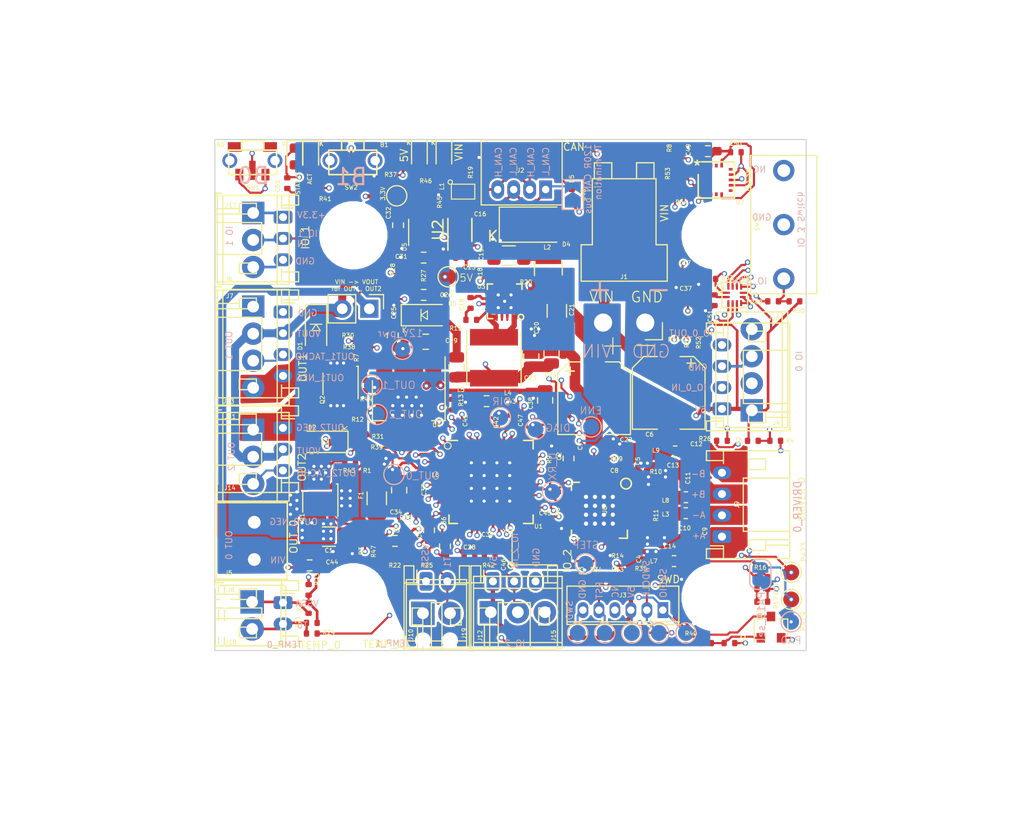
<source format=kicad_pcb>
(kicad_pcb (version 20171130) (host pcbnew "(5.1.4)-1")
  (title_block (title "Duet 3 Tool Board - 1LC") (date 2021-01-16) (rev 1.1) (company Duet3D) (comment 1 "(c) Duet3D"))
  (layers (0 F.Cu signal) (1 In1.Cu signal) (2 In2.Cu power) (31 B.Cu mixed) (34 B.Paste user) (35 F.Paste user) (36 B.SilkS user) (37 F.SilkS user) (38 B.Mask user) (39 F.Mask user) (44 Edge.Cuts user))
  (net 0 "")
  (net 1 CAN_L)
  (net 2 CAN_H)
  (net 3 DRIVER_ENN)
  (net 4 DRIVER_0_DIAG)
  (net 5 "Net-(U6-Pad12)")
  (net 6 USART_RX)
  (net 7 5V)
  (net 8 DRIVER_0_STEP)
  (net 9 "Net-(U6-Pad17)")
  (net 10 DRIVER_0_DIR)
  (net 11 V_IN)
  (net 12 "Net-(U6-Pad25)")
  (net 13 SWDIO)
  (net 14 SWDCLK)
  (net 15 +3.3V)
  (net 16 "Net-(J3-Pad4)")
  (net 17 RESET)
  (net 18 "/Stepper Driver & Endstops/CANL_C")
  (net 19 "/Stepper Driver & Endstops/CANH_C")
  (net 20 OUT_2_NEG)
  (net 21 OUT_1_NEG)
  (net 22 /Processor/XOUT)
  (net 23 /Processor/XIN)
  (net 24 OUT_0)
  (net 25 OUT_1)
  (net 26 OUT_2)
  (net 27 USART_TX)
  (net 28 THERMISTOR_1)
  (net 29 /Headers/12V_FB)
  (net 30 "Net-(D6-Pad1)")
  (net 31 /Headers/12_VOUT)
  (net 32 /Headers/12V_VSW)
  (net 33 VSSA)
  (net 34 THERMISTOR_0)
  (net 35 OUT_2_TACHO)
  (net 36 TEMP_0)
  (net 37 "Net-(Q1-Pad1)")
  (net 38 IO_0_IN)
  (net 39 "Net-(Q1-Pad4)")
  (net 40 IO_1_IN)
  (net 41 "Net-(Q2-Pad1)")
  (net 42 IO_1)
  (net 43 TEMP_1)
  (net 44 BOARD_TYPE)
  (net 45 OUT_1_TACHO)
  (net 46 VSSA_MON_0)
  (net 47 IO_0)
  (net 48 "Net-(Q2-Pad4)")
  (net 49 12V_pwr)
  (net 50 OUT_0_NEG)
  (net 51 CAN0_TX)
  (net 52 CAN0_RX)
  (net 53 VIN_MON)
  (net 54 GNDANA)
  (net 55 IO_0_OUT)
  (net 56 "Net-(U3-Pad6)")
  (net 57 "Net-(U3-Pad7)")
  (net 58 "Net-(U3-Pad8)")
  (net 59 /Headers/12V_BST)
  (net 60 /Processor/VDDCORE)
  (net 61 BUTTON0)
  (net 62 BUTTON1)
  (net 63 "Net-(C18-Pad1)")
  (net 64 GND)
  (net 65 /Processor/rst)
  (net 66 "/Stepper Driver & Endstops/cpo")
  (net 67 "/Stepper Driver & Endstops/cpi")
  (net 68 "/Stepper Driver & Endstops/vcp")
  (net 69 "/Stepper Driver & Endstops/5vout")
  (net 70 "/Stepper Driver & Endstops/bra")
  (net 71 "/Stepper Driver & Endstops/brb")
  (net 72 /Headers/L2in)
  (net 73 "Net-(D7-Pad1)")
  (net 74 /Headers/12VCC)
  (net 75 /Processor/VDDANA_IN)
  (net 76 VREF_MON)
  (net 77 /Processor/io0out)
  (net 78 /Processor/out1tach)
  (net 79 /Processor/out2tach)
  (net 80 IO_2)
  (net 81 IO_2_IN)
  (net 82 "Net-(U3-Pad9)")
  (net 83 VOUT)
  (net 84 "/Stepper Driver & Endstops/OA1")
  (net 85 "/Stepper Driver & Endstops/OA2")
  (net 86 "/Stepper Driver & Endstops/OB1")
  (net 87 "/Stepper Driver & Endstops/OB2")
  (net 88 /Headers/3V3_ADJ)
  (net 89 "Net-(SW3-Pad3)")
  (net 90 PA19)
  (net 91 /Processor/vssa_fuse)
  (net 92 DRIVER_0_A1)
  (net 93 DRIVER_0_A2)
  (net 94 DRIVER_0_B1)
  (net 95 DRIVER_0_B2)
  (net 96 IO_3)
  (net 97 IO_3_IN)
  (net 98 I2C_SDA)
  (net 99 I2C_SCL)
  (net 100 I2C_SCL_3.3)
  (net 101 "Net-(U7-Pad16)")
  (net 102 "Net-(U7-Pad15)")
  (net 103 "Net-(U7-Pad13)")
  (net 104 "Net-(U7-Pad9)")
  (net 105 "Net-(U7-Pad7)")
  (net 106 I2C_SDA_3.3)
  (net 107 "Net-(U7-Pad3)")
  (net 108 "Net-(U7-Pad2)")
  (net 109 "/Stepper Driver & Endstops/int1")
  (net 110 IO_1_3.3)
  (net 111 "Net-(JP3-Pad1)")
  (net 112 /Processor/swdclkstatus)
  (net 113 /Processor/swdioact)
  (net 114 PA23)
  (net 115 PA0)
  (module Diode_SMD:D_SOD-123 (layer B.Cu) (at 72.7 145.1 305)
    (fp_text reference REF** hide)
    (fp_text value D_SOD-123 hide)
    (pad 2 smd rect (at 1.65 0 305) (size 0.9 1.2) (layers B.Cu B.Paste B.Mask))
    (pad 1 smd rect (at -1.65 0 305) (size 0.9 1.2) (layers B.Cu B.Paste B.Mask))
  )
  (module complib:QFN-28-1EP_5x5mm_Pitch0.5mm-thinpads (layer F.Cu) (at 56.095249 136.823276 270)
    (fp_text reference U6 (at 0 -0.5 90) (layer F.SilkS) (effects (font (size 0.4 0.4) (thickness 0.07))))
    (fp_text value DRIVER0 hide)
    (pad 1 smd oval (at -2.45 -1.5 270) (size 0.85 0.2) (layers F.Cu F.Paste F.Mask) (net 87 "/Stepper Driver & Endstops/OB2"))
    (pad 2 smd oval (at -2.45 -1 270) (size 0.85 0.2) (layers F.Cu F.Paste F.Mask) (net 3 DRIVER_ENN))
    (pad 3 smd oval (at -2.45 -0.5 270) (size 0.85 0.2) (layers F.Cu F.Paste F.Mask) (net 64 GND))
    (pad 4 smd oval (at -2.45 0 270) (size 0.85 0.2) (layers F.Cu F.Paste F.Mask) (net 66 "/Stepper Driver & Endstops/cpo"))
    (pad 5 smd oval (at -2.45 0.5 270) (size 0.85 0.2) (layers F.Cu F.Paste F.Mask) (net 67 "/Stepper Driver & Endstops/cpi"))
    (pad 6 smd oval (at -2.45 1 270) (size 0.85 0.2) (layers F.Cu F.Paste F.Mask) (net 68 "/Stepper Driver & Endstops/vcp"))
    (pad 7 smd oval (at -2.45 1.5 270) (size 0.85 0.2) (layers F.Cu F.Paste F.Mask) (net 64 GND))
    (pad 8 smd oval (at -1.5 2.45) (size 0.85 0.2) (layers F.Cu F.Paste F.Mask) (net 69 "/Stepper Driver & Endstops/5vout"))
    (pad 9 smd oval (at -1 2.45) (size 0.85 0.2) (layers F.Cu F.Paste F.Mask) (net 64 GND))
    (pad 10 smd oval (at -0.5 2.45) (size 0.85 0.2) (layers F.Cu F.Paste F.Mask) (net 64 GND))
    (pad 11 smd oval (at 0 2.45) (size 0.85 0.2) (layers F.Cu F.Paste F.Mask) (net 4 DRIVER_0_DIAG))
    (pad 12 smd oval (at 0.5 2.45) (size 0.85 0.2) (layers F.Cu F.Paste F.Mask) (net 5 "Net-(U6-Pad12)"))
    (pad 13 smd oval (at 1 2.45) (size 0.85 0.2) (layers F.Cu F.Paste F.Mask) (net 64 GND))
    (pad 14 smd oval (at 1.5 2.45) (size 0.85 0.2) (layers F.Cu F.Paste F.Mask) (net 6 USART_RX))
    (pad 15 smd oval (at 2.45 1.5 270) (size 0.85 0.2) (layers F.Cu F.Paste F.Mask) (net 7 5V))
    (pad 16 smd oval (at 2.45 1 270) (size 0.85 0.2) (layers F.Cu F.Paste F.Mask) (net 8 DRIVER_0_STEP))
    (pad 17 smd oval (at 2.45 0.5 270) (size 0.85 0.2) (layers F.Cu F.Paste F.Mask) (net 9 "Net-(U6-Pad17)"))
    (pad 18 smd oval (at 2.45 0 270) (size 0.85 0.2) (layers F.Cu F.Paste F.Mask) (net 64 GND))
    (pad 19 smd oval (at 2.45 -0.5 270) (size 0.85 0.2) (layers F.Cu F.Paste F.Mask) (net 10 DRIVER_0_DIR))
    (pad 20 smd oval (at 2.45 -1 270) (size 0.85 0.2) (layers F.Cu F.Paste F.Mask) (net 64 GND))
    (pad 21 smd oval (at 2.45 -1.5 270) (size 0.85 0.2) (layers F.Cu F.Paste F.Mask) (net 85 "/Stepper Driver & Endstops/OA2"))
    (pad 22 smd oval (at 1.5 -2.45) (size 0.85 0.2) (layers F.Cu F.Paste F.Mask) (net 11 V_IN))
    (pad 23 smd oval (at 1 -2.45) (size 0.85 0.2) (layers F.Cu F.Paste F.Mask) (net 70 "/Stepper Driver & Endstops/bra"))
    (pad 24 smd oval (at 0.5 -2.45) (size 0.85 0.2) (layers F.Cu F.Paste F.Mask) (net 84 "/Stepper Driver & Endstops/OA1"))
    (pad 25 smd oval (at 0 -2.45) (size 0.85 0.2) (layers F.Cu F.Paste F.Mask) (net 12 "Net-(U6-Pad25)"))
    (pad 26 smd oval (at -0.5 -2.45) (size 0.85 0.2) (layers F.Cu F.Paste F.Mask) (net 86 "/Stepper Driver & Endstops/OB1"))
    (pad 27 smd oval (at -1 -2.45) (size 0.85 0.2) (layers F.Cu F.Paste F.Mask) (net 71 "/Stepper Driver & Endstops/brb"))
    (pad 28 smd oval (at -1.5 -2.45) (size 0.85 0.2) (layers F.Cu F.Paste F.Mask) (net 11 V_IN))
    (pad 29 smd rect (at 0.8375 0.8375 270) (size 1.675 1.675) (layers F.Cu F.Paste F.Mask) (net 64 GND))
    (pad 29 smd rect (at 0.8375 -0.8375 270) (size 1.675 1.675) (layers F.Cu F.Paste F.Mask) (net 64 GND))
    (pad 29 smd rect (at -0.8375 0.8375 270) (size 1.675 1.675) (layers F.Cu F.Paste F.Mask) (net 64 GND))
    (pad 29 smd rect (at -0.8375 -0.8375 270) (size 1.675 1.675) (layers F.Cu F.Paste F.Mask) (net 64 GND))
    (pad 29 thru_hole rect (at -1.25625 -1.25625 270) (size 0.8375 0.8375) (drill 0.4) (layers *.Cu *.Mask) (net 64 GND))
    (pad 29 thru_hole rect (at -1.25625 -0.41875 270) (size 0.8375 0.8375) (drill 0.4) (layers *.Cu *.Mask) (net 64 GND))
    (pad 29 thru_hole rect (at -0.41875 -1.25625 270) (size 0.8375 0.8375) (drill 0.4) (layers *.Cu *.Mask) (net 64 GND))
    (pad 29 thru_hole rect (at -0.41875 -0.41875 270) (size 0.8375 0.8375) (drill 0.4) (layers *.Cu *.Mask) (net 64 GND))
    (pad 29 thru_hole rect (at 0.41875 -1.25625 270) (size 0.8375 0.8375) (drill 0.4) (layers *.Cu *.Mask) (net 64 GND))
    (pad 29 thru_hole rect (at 0.41875 -0.41875 270) (size 0.8375 0.8375) (drill 0.4) (layers *.Cu *.Mask) (net 64 GND))
    (pad 29 thru_hole rect (at 1.25625 -1.25625 270) (size 0.8375 0.8375) (drill 0.4) (layers *.Cu *.Mask) (net 64 GND))
    (pad 29 thru_hole rect (at 1.25625 -0.41875 270) (size 0.8375 0.8375) (drill 0.4) (layers *.Cu *.Mask) (net 64 GND))
    (pad 29 thru_hole rect (at -1.25625 0.41875 270) (size 0.8375 0.8375) (drill 0.4) (layers *.Cu *.Mask) (net 64 GND))
    (pad 29 thru_hole rect (at -0.41875 0.41875 270) (size 0.8375 0.8375) (drill 0.4) (layers *.Cu *.Mask) (net 64 GND))
    (pad 29 thru_hole rect (at -1.25625 1.25625 270) (size 0.8375 0.8375) (drill 0.4) (layers *.Cu *.Mask) (net 64 GND))
    (pad 29 thru_hole rect (at -0.41875 1.25625 270) (size 0.8375 0.8375) (drill 0.4) (layers *.Cu *.Mask) (net 64 GND))
    (pad 29 thru_hole rect (at 0.41875 1.25625 270) (size 0.8375 0.8375) (drill 0.4) (layers *.Cu *.Mask) (net 64 GND))
    (pad 29 thru_hole rect (at 0.41875 0.41875 270) (size 0.8375 0.8375) (drill 0.4) (layers *.Cu *.Mask) (net 64 GND))
    (pad 29 thru_hole rect (at 1.25625 0.41875 270) (size 0.8375 0.8375) (drill 0.4) (layers *.Cu *.Mask) (net 64 GND))
    (pad 29 thru_hole rect (at 1.25625 1.25625 270) (size 0.8375 0.8375) (drill 0.4) (layers *.Cu *.Mask) (net 64 GND))
  )
  (module Package_SON:Fairchild_DualPower33-6_3x3mm-gap (layer F.Cu) (at 31.8 124.95 270)
    (fp_text reference Q2 (at 1.5 1.7 90) (layer F.SilkS) (effects (font (size 0.4 0.4) (thickness 0.07))))
    (fp_text value Q_DUAL_NMOS)
    (pad 1 smd roundrect (at -1.39 -0.975 270) (size 0.52 0.45) (layers F.Cu F.Mask) (net 41 "Net-(Q2-Pad1)"))
    (pad 2 smd roundrect (at -1.39 0.35 270) (size 0.52 1.7) (layers F.Cu F.Mask) (net 64 GND))
    (pad 5 smd roundrect (at -0.55 0 270) (size 0.75 2.52) (layers F.Cu F.Mask) (net 21 OUT_1_NEG))
    (pad 6 smd roundrect (at 0.55 0 270) (size 0.75 2.52) (layers F.Cu F.Mask) (net 20 OUT_2_NEG))
    (pad 4 smd roundrect (at 1.39 -0.975 270) (size 0.52 0.45) (layers F.Cu F.Mask) (net 48 "Net-(Q2-Pad4)"))
    (pad 3 smd roundrect (at 1.39 0.35 270) (size 0.52 1.7) (layers F.Cu F.Mask) (net 64 GND))
  )
  (module Package_SON:Fairchild_DualPower33-6_3x3mm-gap (layer F.Cu) (at 29.9 136 270)
    (fp_text reference Q1 (at 1.5 1.7 90) (layer F.SilkS) (effects (font (size 0.4 0.4) (thickness 0.07))))
    (fp_text value Q_DUAL_NMOS)
    (pad 1 smd roundrect (at -1.39 -0.975 270) (size 0.52 0.45) (layers F.Cu F.Mask) (net 37 "Net-(Q1-Pad1)"))
    (pad 2 smd roundrect (at -1.39 0.35 270) (size 0.52 1.7) (layers F.Cu F.Mask) (net 64 GND))
    (pad 5 smd roundrect (at -0.55 0 270) (size 0.75 2.52) (layers F.Cu F.Mask) (net 50 OUT_0_NEG))
    (pad 6 smd roundrect (at 0.55 0 270) (size 0.75 2.52) (layers F.Cu F.Mask) (net 50 OUT_0_NEG))
    (pad 4 smd roundrect (at 1.39 -0.975 270) (size 0.52 0.45) (layers F.Cu F.Mask) (net 39 "Net-(Q1-Pad4)"))
    (pad 3 smd roundrect (at 1.39 0.35 270) (size 0.52 1.7) (layers F.Cu F.Mask) (net 64 GND))
  )
  (module Package_TO_SOT_SMD:SOT-23-5 (layer F.Cu) (at 39.8 110.4 90)
    (fp_text reference U5 (at -1.7 -2 90) (layer F.SilkS) (effects (font (size 0.4 0.4) (thickness 0.07))))
    (fp_text value AP7366-W5-7)
    (pad 5 smd rect (at 1.1 -0.95 90) (size 1.06 0.65) (layers F.Cu F.Paste F.Mask) (net 15 +3.3V))
    (pad 4 smd rect (at 1.1 0.95 90) (size 1.06 0.65) (layers F.Cu F.Paste F.Mask) (net 88 /Headers/3V3_ADJ))
    (pad 3 smd rect (at -1.1 0.95 90) (size 1.06 0.6) (layers F.Cu F.Paste F.Mask) (net 7 5V))
    (pad 2 smd rect (at -1.1 0 90) (size 1.06 0.6) (layers F.Cu F.Paste F.Mask) (net 64 GND))
    (pad 1 smd rect (at -1.1 -0.95 90) (size 1.06 0.6) (layers F.Cu F.Paste F.Mask) (net 7 5V))
  )
  (module Package_DFN_QFN:DFN-8-1EP_3x2mm_P0.5mm_EP1.3x1.5mm-thinpads (layer F.Cu) (at 43 110.5 90)
    (fp_text reference U2 (at 0 -2.05 90) (layer F.SilkS))
    (fp_text value MCP2542)
    (pad 9 smd rect (at 0 0 90) (size 1.3 1.5) (layers F.Cu F.Mask) (net 64 GND))
    (pad 8 smd oval (at 1.45 -0.75 90) (size 0.75 0.2) (layers F.Cu F.Paste F.Mask) (net 64 GND))
    (pad 7 smd oval (at 1.45 -0.25 90) (size 0.75 0.2) (layers F.Cu F.Paste F.Mask) (net 19 "/Stepper Driver & Endstops/CANH_C"))
    (pad 6 smd oval (at 1.45 0.25 90) (size 0.75 0.2) (layers F.Cu F.Paste F.Mask) (net 18 "/Stepper Driver & Endstops/CANL_C"))
    (pad 5 smd oval (at 1.45 0.75 90) (size 0.75 0.2) (layers F.Cu F.Paste F.Mask) (net 7 5V))
    (pad 4 smd oval (at -1.45 0.75 90) (size 0.75 0.2) (layers F.Cu F.Paste F.Mask) (net 52 CAN0_RX))
    (pad 3 smd oval (at -1.45 0.25 90) (size 0.75 0.2) (layers F.Cu F.Paste F.Mask) (net 7 5V))
    (pad 2 smd oval (at -1.45 -0.25 90) (size 0.75 0.2) (layers F.Cu F.Paste F.Mask) (net 64 GND))
    (pad 1 smd oval (at -1.45 -0.75 90) (size 0.75 0.2) (layers F.Cu F.Paste F.Mask) (net 51 CAN0_TX))
  )
  (module Package_DFN_QFN:QFN-16-1EP_3x3mm_P0.5mm_EP1.8x1.8mm-thinpads (layer F.Cu) (at 47.2 117.2 180)
    (fp_text reference U3 (at 2.2 1.4) (layer F.SilkS) (effects (font (size 0.4 0.4) (thickness 0.07))))
    (fp_text value TS30041)
    (pad 1 smd oval (at -1.475 -0.75 180) (size 0.75 0.2) (layers F.Cu F.Paste F.Mask) (net 32 /Headers/12V_VSW))
    (pad 2 smd oval (at -1.475 -0.25 180) (size 0.75 0.2) (layers F.Cu F.Paste F.Mask) (net 74 /Headers/12VCC))
    (pad 3 smd oval (at -1.475 0.25 180) (size 0.75 0.2) (layers F.Cu F.Paste F.Mask) (net 74 /Headers/12VCC))
    (pad 4 smd oval (at -1.475 0.75 180) (size 0.75 0.2) (layers F.Cu F.Paste F.Mask) (net 64 GND))
    (pad 5 smd oval (at -0.75 1.475 270) (size 0.75 0.2) (layers F.Cu F.Paste F.Mask) (net 29 /Headers/12V_FB))
    (pad 6 smd oval (at -0.25 1.475 270) (size 0.75 0.2) (layers F.Cu F.Paste F.Mask) (net 56 "Net-(U3-Pad6)"))
    (pad 7 smd oval (at 0.25 1.475 270) (size 0.75 0.2) (layers F.Cu F.Paste F.Mask) (net 57 "Net-(U3-Pad7)"))
    (pad 8 smd oval (at 0.75 1.475 270) (size 0.75 0.2) (layers F.Cu F.Paste F.Mask) (net 58 "Net-(U3-Pad8)"))
    (pad 9 smd oval (at 1.475 0.75 180) (size 0.75 0.2) (layers F.Cu F.Paste F.Mask) (net 82 "Net-(U3-Pad9)"))
    (pad 10 smd oval (at 1.475 0.25 180) (size 0.75 0.2) (layers F.Cu F.Paste F.Mask) (net 59 /Headers/12V_BST))
    (pad 11 smd oval (at 1.475 -0.25 180) (size 0.75 0.2) (layers F.Cu F.Paste F.Mask) (net 74 /Headers/12VCC))
    (pad 12 smd oval (at 1.475 -0.75 180) (size 0.75 0.2) (layers F.Cu F.Paste F.Mask) (net 32 /Headers/12V_VSW))
    (pad 13 smd oval (at 0.75 -1.475 270) (size 0.75 0.2) (layers F.Cu F.Paste F.Mask) (net 32 /Headers/12V_VSW))
    (pad 14 smd oval (at 0.25 -1.475 270) (size 0.75 0.2) (layers F.Cu F.Paste F.Mask) (net 64 GND))
    (pad 15 smd oval (at -0.25 -1.475 270) (size 0.75 0.2) (layers F.Cu F.Paste F.Mask) (net 64 GND))
    (pad 16 smd oval (at -0.75 -1.475 270) (size 0.75 0.2) (layers F.Cu F.Paste F.Mask) (net 32 /Headers/12V_VSW))
    (pad 17 smd rect (at 0 0 180) (size 1.8 1.8) (layers *.Mask F.Cu) (net 64 GND))
  )
  (module Package_DFN_QFN:QFN-48-1EP_7x7mm_P0.5mm_EP5.2x5.2mm_ThermalVias_thinpads (layer F.Cu) (at 45.876372 134.16641)
    (fp_text reference U1 (at 4.503628 4.17359 180) (layer F.SilkS) (effects (font (size 0.4 0.4) (thickness 0.07))))
    (fp_text value ATSAMC21G18A)
    (pad 49 thru_hole circle (at 1.8 0.6) (size 0.6 0.6) (drill 0.3) (layers *.Cu *.Mask) (net 64 GND))
    (pad 49 thru_hole circle (at -0.6 0.6) (size 0.6 0.6) (drill 0.3) (layers *.Cu *.Mask) (net 64 GND))
    (pad 49 thru_hole circle (at 0.6 1.8) (size 0.6 0.6) (drill 0.3) (layers *.Cu *.Mask) (net 64 GND))
    (pad 49 thru_hole circle (at -1.8 0.6) (size 0.6 0.6) (drill 0.3) (layers *.Cu *.Mask) (net 64 GND))
    (pad 49 thru_hole circle (at 1.8 1.8) (size 0.6 0.6) (drill 0.3) (layers *.Cu *.Mask) (net 64 GND))
    (pad 49 thru_hole circle (at -0.6 1.8) (size 0.6 0.6) (drill 0.3) (layers *.Cu *.Mask) (net 64 GND))
    (pad 49 thru_hole circle (at 0.6 0.6) (size 0.6 0.6) (drill 0.3) (layers *.Cu *.Mask) (net 64 GND))
    (pad 49 thru_hole circle (at -1.8 1.8) (size 0.6 0.6) (drill 0.3) (layers *.Cu *.Mask) (net 64 GND))
    (pad 49 thru_hole circle (at -1.8 -0.6) (size 0.6 0.6) (drill 0.3) (layers *.Cu *.Mask) (net 64 GND))
    (pad 49 thru_hole circle (at 0.6 -0.6) (size 0.6 0.6) (drill 0.3) (layers *.Cu *.Mask) (net 64 GND))
    (pad 49 thru_hole circle (at 1.8 -0.6) (size 0.6 0.6) (drill 0.3) (layers *.Cu *.Mask) (net 64 GND))
    (pad 49 thru_hole circle (at -0.6 -0.6) (size 0.6 0.6) (drill 0.3) (layers *.Cu *.Mask) (net 64 GND))
    (pad 49 thru_hole circle (at 0.6 -1.8) (size 0.6 0.6) (drill 0.3) (layers *.Cu *.Mask) (net 64 GND))
    (pad 49 thru_hole circle (at 1.8 -1.8) (size 0.6 0.6) (drill 0.3) (layers *.Cu *.Mask) (net 64 GND))
    (pad 49 thru_hole circle (at -0.6 -1.8) (size 0.6 0.6) (drill 0.3) (layers *.Cu *.Mask) (net 64 GND))
    (pad 49 thru_hole circle (at -1.8 -1.8) (size 0.6 0.6) (drill 0.3) (layers *.Cu *.Mask) (net 64 GND))
    (pad 49 smd rect (at 0 0) (size 7 7) (layers B.Cu B.Mask) (net 64 GND))
    (pad 49 smd rect (at 0 0) (size 5.2 5.2) (layers F.Cu F.Mask) (net 64 GND))
    (pad 48 smd roundrect (at -2.75 -3.45 90) (size 0.85 0.2) (layers F.Cu F.Paste F.Mask) (roundrect_rratio 0.4) (net 4 DRIVER_0_DIAG))
    (pad 47 smd roundrect (at -2.25 -3.45 90) (size 0.85 0.2) (layers F.Cu F.Paste F.Mask) (roundrect_rratio 0.4) (net 3 DRIVER_ENN))
    (pad 46 smd roundrect (at -1.75 -3.45 90) (size 0.85 0.2) (layers F.Cu F.Paste F.Mask) (roundrect_rratio 0.4) (net 13 SWDIO))
    (pad 45 smd roundrect (at -1.25 -3.45 90) (size 0.85 0.2) (layers F.Cu F.Paste F.Mask) (roundrect_rratio 0.4) (net 14 SWDCLK))
    (pad 44 smd roundrect (at -0.75 -3.45 90) (size 0.85 0.2) (layers F.Cu F.Paste F.Mask) (roundrect_rratio 0.4) (net 7 5V))
    (pad 43 smd roundrect (at -0.25 -3.45 90) (size 0.85 0.2) (layers F.Cu F.Paste F.Mask) (roundrect_rratio 0.4) (net 60 /Processor/VDDCORE))
    (pad 42 smd roundrect (at 0.25 -3.45 90) (size 0.85 0.2) (layers F.Cu F.Paste F.Mask) (roundrect_rratio 0.4) (net 64 GND))
    (pad 41 smd roundrect (at 0.75 -3.45 90) (size 0.85 0.2) (layers F.Cu F.Paste F.Mask) (roundrect_rratio 0.4) (net 10 DRIVER_0_DIR))
    (pad 40 smd roundrect (at 1.25 -3.45 90) (size 0.85 0.2) (layers F.Cu F.Paste F.Mask) (roundrect_rratio 0.4) (net 65 /Processor/rst))
    (pad 39 smd roundrect (at 1.75 -3.45 90) (size 0.85 0.2) (layers F.Cu F.Paste F.Mask) (roundrect_rratio 0.4) (net 8 DRIVER_0_STEP))
    (pad 38 smd roundrect (at 2.25 -3.45 90) (size 0.85 0.2) (layers F.Cu F.Paste F.Mask) (roundrect_rratio 0.4) (net 62 BUTTON1))
    (pad 37 smd roundrect (at 2.75 -3.45 90) (size 0.85 0.2) (layers F.Cu F.Paste F.Mask) (roundrect_rratio 0.4) (net 61 BUTTON0))
    (pad 36 smd roundrect (at 3.45 -2.75 180) (size 0.85 0.2) (layers F.Cu F.Paste F.Mask) (roundrect_rratio 0.4) (net 7 5V))
    (pad 35 smd roundrect (at 3.45 -2.25 180) (size 0.85 0.2) (layers F.Cu F.Paste F.Mask) (roundrect_rratio 0.4) (net 64 GND))
    (pad 34 smd roundrect (at 3.45 -1.75 180) (size 0.85 0.2) (layers F.Cu F.Paste F.Mask) (roundrect_rratio 0.4) (net 52 CAN0_RX))
    (pad 33 smd roundrect (at 3.45 -1.25 180) (size 0.85 0.2) (layers F.Cu F.Paste F.Mask) (roundrect_rratio 0.4) (net 51 CAN0_TX))
    (pad 32 smd roundrect (at 3.45 -0.75 180) (size 0.85 0.2) (layers F.Cu F.Paste F.Mask) (roundrect_rratio 0.4) (net 114 PA23))
    (pad 31 smd roundrect (at 3.45 -0.25 180) (size 0.85 0.2) (layers F.Cu F.Paste F.Mask) (roundrect_rratio 0.4) (net 27 USART_TX))
    (pad 30 smd roundrect (at 3.45 0.25 180) (size 0.85 0.2) (layers F.Cu F.Paste F.Mask) (roundrect_rratio 0.4) (net 42 IO_1))
    (pad 29 smd roundrect (at 3.45 0.75 180) (size 0.85 0.2) (layers F.Cu F.Paste F.Mask) (roundrect_rratio 0.4) (net 6 USART_RX))
    (pad 28 smd roundrect (at 3.45 1.25 180) (size 0.85 0.2) (layers F.Cu F.Paste F.Mask) (roundrect_rratio 0.4) (net 90 PA19))
    (pad 27 smd roundrect (at 3.45 1.75 180) (size 0.85 0.2) (layers F.Cu F.Paste F.Mask) (roundrect_rratio 0.4) (net 80 IO_2))
    (pad 26 smd roundrect (at 3.45 2.25 180) (size 0.85 0.2) (layers F.Cu F.Paste F.Mask) (roundrect_rratio 0.4) (net 99 I2C_SCL))
    (pad 25 smd roundrect (at 3.45 2.75 180) (size 0.85 0.2) (layers F.Cu F.Paste F.Mask) (roundrect_rratio 0.4) (net 98 I2C_SDA))
    (pad 24 smd roundrect (at 2.75 3.45 90) (size 0.85 0.2) (layers F.Cu F.Paste F.Mask) (roundrect_rratio 0.4) (net 22 /Processor/XOUT))
    (pad 23 smd roundrect (at 2.25 3.45 90) (size 0.85 0.2) (layers F.Cu F.Paste F.Mask) (roundrect_rratio 0.4) (net 23 /Processor/XIN))
    (pad 22 smd roundrect (at 1.75 3.45 90) (size 0.85 0.2) (layers F.Cu F.Paste F.Mask) (roundrect_rratio 0.4) (net 78 /Processor/out1tach))
    (pad 21 smd roundrect (at 1.25 3.45 90) (size 0.85 0.2) (layers F.Cu F.Paste F.Mask) (roundrect_rratio 0.4) (net 77 /Processor/io0out))
    (pad 20 smd roundrect (at 0.75 3.45 90) (size 0.85 0.2) (layers F.Cu F.Paste F.Mask) (roundrect_rratio 0.4) (net 26 OUT_2))
    (pad 19 smd roundrect (at 0.25 3.45 90) (size 0.85 0.2) (layers F.Cu F.Paste F.Mask) (roundrect_rratio 0.4) (net 79 /Processor/out2tach))
    (pad 18 smd roundrect (at -0.25 3.45 90) (size 0.85 0.2) (layers F.Cu F.Paste F.Mask) (roundrect_rratio 0.4) (net 64 GND))
    (pad 17 smd roundrect (at -0.75 3.45 90) (size 0.85 0.2) (layers F.Cu F.Paste F.Mask) (roundrect_rratio 0.4) (net 7 5V))
    (pad 16 smd roundrect (at -1.25 3.45 90) (size 0.85 0.2) (layers F.Cu F.Paste F.Mask) (roundrect_rratio 0.4) (net 24 OUT_0))
    (pad 15 smd roundrect (at -1.75 3.45 90) (size 0.85 0.2) (layers F.Cu F.Paste F.Mask) (roundrect_rratio 0.4) (net 25 OUT_1))
    (pad 14 smd roundrect (at -2.25 3.45 90) (size 0.85 0.2) (layers F.Cu F.Paste F.Mask) (roundrect_rratio 0.4) (net 47 IO_0))
    (pad 13 smd roundrect (at -2.75 3.45 90) (size 0.85 0.2) (layers F.Cu F.Paste F.Mask) (roundrect_rratio 0.4) (net 53 VIN_MON))
    (pad 12 smd roundrect (at -3.45 2.75 180) (size 0.85 0.2) (layers F.Cu F.Paste F.Mask) (roundrect_rratio 0.4) (net 76 VREF_MON))
    (pad 11 smd roundrect (at -3.45 2.25 180) (size 0.85 0.2) (layers F.Cu F.Paste F.Mask) (roundrect_rratio 0.4) (net 46 VSSA_MON_0))
    (pad 10 smd roundrect (at -3.45 1.75 180) (size 0.85 0.2) (layers F.Cu F.Paste F.Mask) (roundrect_rratio 0.4) (net 44 BOARD_TYPE))
    (pad 9 smd roundrect (at -3.45 1.25 180) (size 0.85 0.2) (layers F.Cu F.Paste F.Mask) (roundrect_rratio 0.4) (net 15 +3.3V))
    (pad 8 smd roundrect (at -3.45 0.75 180) (size 0.85 0.2) (layers F.Cu F.Paste F.Mask) (roundrect_rratio 0.4) (net 36 TEMP_0))
    (pad 7 smd roundrect (at -3.45 0.25 180) (size 0.85 0.2) (layers F.Cu F.Paste F.Mask) (roundrect_rratio 0.4) (net 46 VSSA_MON_0))
    (pad 6 smd roundrect (at -3.45 -0.25 180) (size 0.85 0.2) (layers F.Cu F.Paste F.Mask) (roundrect_rratio 0.4) (net 75 /Processor/VDDANA_IN))
    (pad 5 smd roundrect (at -3.45 -0.75 180) (size 0.85 0.2) (layers F.Cu F.Paste F.Mask) (roundrect_rratio 0.4) (net 54 GNDANA))
    (pad 4 smd roundrect (at -3.45 -1.25 180) (size 0.85 0.2) (layers F.Cu F.Paste F.Mask) (roundrect_rratio 0.4) (net 15 +3.3V))
    (pad 3 smd roundrect (at -3.45 -1.75 180) (size 0.85 0.2) (layers F.Cu F.Paste F.Mask) (roundrect_rratio 0.4) (net 43 TEMP_1))
    (pad 2 smd roundrect (at -3.45 -2.25 180) (size 0.85 0.2) (layers F.Cu F.Paste F.Mask) (roundrect_rratio 0.4) (net 96 IO_3))
    (pad 1 smd roundrect (at -3.45 -2.75 180) (size 0.85 0.2) (layers F.Cu F.Paste F.Mask) (roundrect_rratio 0.4) (net 115 PA0))
  )
  (module Capacitor_SMD:C_0402_1005Metric_Wbry (layer F.Cu) (at 45.7 140)
    (fp_text reference C39 (at -0.1 -0.9 -180) (layer F.SilkS) (effects (font (size 0.4 0.4) (thickness 0.07))))
    (fp_text value 0u1 hide)
    (pad 1 smd roundrect (at -0.5 0) (size 0.5 0.6) (layers F.Cu F.Paste F.Mask) (net 7 5V))
    (pad 2 smd roundrect (at 0.5 0) (size 0.5 0.6) (layers F.Cu F.Paste F.Mask) (net 64 GND))
  )
  (module TestPoint:TestPoint_Pad_D1.5mm (layer B.Cu) (at 74.09 147.3 180)
    (fp_text reference TP18 hide)
    (fp_text value PA0 (at 0 -1.75 180) (layer B.SilkS) (effects (font (size 0.7 0.7) (thickness 0.07)) (justify mirror)))
    (pad 1 smd circle (at 0 0 180) (size 1.5 1.5) (layers B.Cu B.Mask) (net 115 PA0))
  )
  (module TestPoint:TestPoint_Pad_D1.5mm (layer F.Cu) (at 74.1 142.66)
    (fp_text reference TP17 hide)
    (fp_text value PA23 (at 1.19 -1.92 90) (layer F.SilkS) (effects (font (size 0.5 0.5) (thickness 0.07))))
    (pad 1 smd circle (at 0 0) (size 1.5 1.5) (layers F.Cu F.Mask) (net 114 PA23))
  )
  (module Capacitor_SMD:C_0402_1005Metric_Wbry (layer F.Cu) (at 26.8 106.1 90)
    (fp_text reference C53 (at -0.3 -0.9 270) (layer F.SilkS) (effects (font (size 0.4 0.4) (thickness 0.07))))
    (fp_text value 2n2 hide)
    (pad 1 smd roundrect (at -0.5 0 90) (size 0.5 0.6) (layers F.Cu F.Paste F.Mask) (net 7 5V))
    (pad 2 smd roundrect (at 0.5 0 90) (size 0.5 0.6) (layers F.Cu F.Paste F.Mask) (net 112 /Processor/swdclkstatus))
  )
  (module Resistor_SMD:R_0402_1005Metric_Wbry (layer F.Cu) (at 60 143.2)
    (fp_text reference R35 (at 0 -0.9) (layer F.SilkS) (effects (font (size 0.4 0.4) (thickness 0.07))))
    (fp_text value 4K7 hide)
    (pad 2 smd roundrect (at 0.5 0) (size 0.5 0.6) (layers F.Cu F.Paste F.Mask) (net 14 SWDCLK))
    (pad 1 smd roundrect (at -0.5 0) (size 0.5 0.6) (layers F.Cu F.Paste F.Mask) (net 7 5V))
  )
  (module Jumper:SolderJumper-2_P1.3mm_Open_TrianglePad1.0x1.5mm (layer B.Cu) (at 53.6 107.175 90)
    (fp_text reference JP3 hide)
    (fp_text value "CAN Termination" hide)
    (pad 1 smd custom (at -0.725 0 90) (size 0.3 0.3) (layers B.Cu B.Mask) (net 111 "Net-(JP3-Pad1)") (options (clearance outline) (anchor rect)) (primitives (gr_poly (pts (xy -0.5 0.75) (xy 0.5 0.75) (xy 1 0) (xy 0.5 -0.75) (xy -0.5 -0.75)) (width 0))))
    (pad 2 smd custom (at 0.725 0 90) (size 0.3 0.3) (layers B.Cu B.Mask) (net 1 CAN_L) (options (clearance outline) (anchor rect)) (primitives (gr_poly (pts (xy -0.65 0.75) (xy 0.5 0.75) (xy 0.5 -0.75) (xy -0.65 -0.75) (xy -0.15 0)) (width 0))))
  )
  (module Resistor_SMD:R_0402_1005Metric_Wbry (layer F.Cu) (at 53.5 107.2 90)
    (fp_text reference R48 (at 0 1.1 270) (layer F.SilkS) (effects (font (size 0.4 0.4) (thickness 0.07))))
    (fp_text value "120R 1%" hide)
    (pad 2 smd roundrect (at 0.5 0 90) (size 0.5 0.6) (layers F.Cu F.Paste F.Mask) (net 2 CAN_H))
    (pad 1 smd roundrect (at -0.5 0 90) (size 0.5 0.6) (layers F.Cu F.Paste F.Mask) (net 111 "Net-(JP3-Pad1)"))
  )
  (module complib:LIS3DH (layer F.Cu) (at 67.07 105.8)
    (fp_text reference U7 (at 2.23 2.1) (layer F.SilkS) (effects (font (size 0.4 0.4) (thickness 0.07))))
    (fp_text value LIS3DH hide)
    (fp_text user * (at -1.8 -1.3) (layer F.SilkS))
    (pad 16 smd rect (at -0.499999 -1.3462) (size 0.254 0.3556) (layers F.Cu F.Paste F.Mask) (net 101 "Net-(U7-Pad16)"))
    (pad 15 smd rect (at 0 -1.3462) (size 0.254 0.3556) (layers F.Cu F.Paste F.Mask) (net 102 "Net-(U7-Pad15)"))
    (pad 14 smd rect (at 0.499999 -1.3462) (size 0.254 0.3556) (layers F.Cu F.Paste F.Mask) (net 15 +3.3V))
    (pad 13 smd rect (at 1.3462 -1.000001 90) (size 0.254 0.3556) (layers F.Cu F.Paste F.Mask) (net 103 "Net-(U7-Pad13)"))
    (pad 12 smd rect (at 1.3462 -0.499999 90) (size 0.254 0.3556) (layers F.Cu F.Paste F.Mask) (net 64 GND))
    (pad 11 smd rect (at 1.3462 0 90) (size 0.254 0.3556) (layers F.Cu F.Paste F.Mask) (net 109 "/Stepper Driver & Endstops/int1"))
    (pad 10 smd rect (at 1.3462 0.499999 90) (size 0.254 0.3556) (layers F.Cu F.Paste F.Mask) (net 64 GND))
    (pad 9 smd rect (at 1.3462 1.000001 90) (size 0.254 0.3556) (layers F.Cu F.Paste F.Mask) (net 104 "Net-(U7-Pad9)"))
    (pad 8 smd rect (at 0.499999 1.3462) (size 0.254 0.3556) (layers F.Cu F.Paste F.Mask) (net 15 +3.3V))
    (pad 7 smd rect (at 0 1.3462) (size 0.254 0.3556) (layers F.Cu F.Paste F.Mask) (net 105 "Net-(U7-Pad7)"))
    (pad 6 smd rect (at -0.499999 1.3462) (size 0.254 0.3556) (layers F.Cu F.Paste F.Mask) (net 106 I2C_SDA_3.3))
    (pad 5 smd rect (at -1.3462 1.000001 90) (size 0.254 0.3556) (layers F.Cu F.Paste F.Mask) (net 64 GND))
    (pad 4 smd rect (at -1.3462 0.499999 90) (size 0.254 0.3556) (layers F.Cu F.Paste F.Mask) (net 100 I2C_SCL_3.3))
    (pad 3 smd rect (at -1.3462 0 90) (size 0.254 0.3556) (layers F.Cu F.Paste F.Mask) (net 107 "Net-(U7-Pad3)"))
    (pad 2 smd rect (at -1.3462 -0.499999 90) (size 0.254 0.3556) (layers F.Cu F.Paste F.Mask) (net 108 "Net-(U7-Pad2)"))
    (pad 1 smd rect (at -1.3462 -1.000001 90) (size 0.254 0.3556) (layers F.Cu F.Paste F.Mask) (net 15 +3.3V))
  )
  (module complib:UMLP-12-1.8x1.8mm_P0.4mm (layer F.Cu) (at 68.8 116.6)
    (fp_text reference U8 (at 1 -1.6) (layer F.SilkS) (effects (font (size 0.4 0.4) (thickness 0.07))))
    (fp_text value FXMA2104 hide)
    (pad 12 smd roundrect (at -0.6 -0.7685 90) (size 0.563 0.2) (layers F.Cu F.Paste F.Mask) (net 106 I2C_SDA_3.3))
    (pad 11 smd roundrect (at -0.2 -0.7685 90) (size 0.563 0.2) (layers F.Cu F.Paste F.Mask) (net 100 I2C_SCL_3.3))
    (pad 10 smd roundrect (at 0.2 -0.7685 90) (size 0.563 0.2) (layers F.Cu F.Paste F.Mask) (net 110 IO_1_3.3))
    (pad 9 smd roundrect (at 0.6 -0.7685 90) (size 0.563 0.2) (layers F.Cu F.Paste F.Mask) (net 64 GND))
    (pad 8 smd roundrect (at 0.756 -0.2) (size 0.588 0.2) (layers F.Cu F.Paste F.Mask) (net 7 5V))
    (pad 7 smd roundrect (at 0.756 0.2) (size 0.563 0.2) (layers F.Cu F.Paste F.Mask) (net 64 GND))
    (pad 6 smd roundrect (at 0.6 0.7685 90) (size 0.563 0.2) (layers F.Cu F.Paste F.Mask) (net 64 GND))
    (pad 5 smd roundrect (at 0.2 0.7685 90) (size 0.563 0.2) (layers F.Cu F.Paste F.Mask) (net 42 IO_1))
    (pad 4 smd roundrect (at -0.2 0.7685 90) (size 0.563 0.2) (layers F.Cu F.Paste F.Mask) (net 99 I2C_SCL))
    (pad 3 smd roundrect (at -0.6 0.7685 90) (size 0.563 0.2) (layers F.Cu F.Paste F.Mask) (net 98 I2C_SDA))
    (pad 2 smd roundrect (at -0.756 0.2) (size 0.588 0.2) (layers F.Cu F.Paste F.Mask) (net 7 5V))
    (pad 1 smd roundrect (at -0.756 -0.2) (size 0.588 0.2) (layers F.Cu F.Paste F.Mask) (net 15 +3.3V))
  )
  (module NetTie:NetTie-2_SMD_Pad0.5mm (layer F.Cu) (at 35.9 132.9 90)
    (fp_text reference NT1 hide)
    (fp_text value "GNDANA-GND NET TIE")
    (fp_poly (pts (xy -0.4 -0.25) (xy 0.425 -0.25) (xy 0.425 0.25) (xy -0.4 0.25)) (layer F.Cu) (width 0))
    (pad 2 smd circle (at 0.4 0 90) (size 0.5 0.5) (layers F.Cu) (net 64 GND))
    (pad 1 smd circle (at -0.4 0 90) (size 0.5 0.5) (layers F.Cu) (net 54 GNDANA))
  )
  (module Resistor_SMD:R_0402_1005Metric_Wbry (layer F.Cu) (at 63.53 103.27 90)
    (fp_text reference R8 (at 0.46 -0.87 90) (layer F.SilkS) (effects (font (size 0.4 0.4) (thickness 0.07))))
    (fp_text value 1K hide)
    (pad 2 smd roundrect (at 0.5 0 90) (size 0.5 0.6) (layers F.Cu F.Paste F.Mask) (net 40 IO_1_IN))
    (pad 1 smd roundrect (at -0.5 0 90) (size 0.5 0.6) (layers F.Cu F.Paste F.Mask) (net 110 IO_1_3.3))
  )
  (module Resistor_SMD:R_0402_1005Metric_Wbry (layer F.Cu) (at 64 107)
    (fp_text reference R54 (at -0.2 0.9) (layer F.SilkS) (effects (font (size 0.4 0.4) (thickness 0.07))))
    (fp_text value 10K hide)
    (pad 2 smd roundrect (at 0.5 0) (size 0.5 0.6) (layers F.Cu F.Paste F.Mask) (net 106 I2C_SDA_3.3))
    (pad 1 smd roundrect (at -0.5 0) (size 0.5 0.6) (layers F.Cu F.Paste F.Mask) (net 15 +3.3V))
  )
  (module Capacitor_SMD:C_0402_1005Metric_Wbry (layer F.Cu) (at 64.4 114.5 180)
    (fp_text reference C17 (at 0.3 0.9 180) (layer F.SilkS) (effects (font (size 0.4 0.4) (thickness 0.07))))
    (fp_text value "470p 50V" hide)
    (pad 1 smd roundrect (at -0.5 0 180) (size 0.5 0.6) (layers F.Cu F.Paste F.Mask) (net 64 GND))
    (pad 2 smd roundrect (at 0.5 0 180) (size 0.5 0.6) (layers F.Cu F.Paste F.Mask) (net 110 IO_1_3.3))
  )
  (module Resistor_SMD:R_0402_1005Metric_Wbry (layer F.Cu) (at 63.3 119.5 270)
    (fp_text reference R55 (at 1.3 0.2) (layer F.SilkS) (effects (font (size 0.4 0.4) (thickness 0.07))))
    (fp_text value 27K hide)
    (pad 2 smd roundrect (at 0.5 0 270) (size 0.5 0.6) (layers F.Cu F.Paste F.Mask) (net 42 IO_1))
    (pad 1 smd roundrect (at -0.5 0 270) (size 0.5 0.6) (layers F.Cu F.Paste F.Mask) (net 7 5V))
  )
  (module Connector_JST:JST_PH_S4B-PH-K_1x04_P2.00mm_Horizontal (layer F.Cu) (at 67.6 127.3 90)
    (fp_text reference J4 (at -1.3 5.1 180) (layer F.SilkS) (effects (font (size 0.4 0.4) (thickness 0.07))))
    (fp_text value IO_0)
    (pad 4 thru_hole oval (at 6 0 90) (size 1.2 1.75) (drill 0.75) (layers *.Cu *.Mask) (net 55 IO_0_OUT))
    (pad 3 thru_hole oval (at 4 0 90) (size 1.2 1.75) (drill 0.75) (layers *.Cu *.Mask) (net 64 GND))
    (pad 2 thru_hole oval (at 2 0 90) (size 1.2 1.75) (drill 0.75) (layers *.Cu *.Mask) (net 38 IO_0_IN))
    (pad 1 thru_hole roundrect (at 0 0 90) (size 1.2 1.75) (drill 0.75) (layers *.Cu *.Mask) (roundrect_rratio 0.208333) (net 7 5V))
  )
  (module Jumper:SolderJumper-2_P1.3mm_Bridged_RoundedPad1.0x1.5mm (layer B.Cu) (at 71.2 142.85 270)
    (fp_text reference JP2 hide)
    (fp_text value PA19_sel (at 3.95 -0.1 90) (layer B.SilkS) (effects (font (size 0.7 0.7) (thickness 0.1)) (justify mirror)))
    (fp_poly (pts (xy 0.25 0.3) (xy -0.25 0.3) (xy -0.25 -0.3) (xy 0.25 -0.3)) (layer B.Cu) (width 0))
    (pad 1 smd custom (at -0.65 0 270) (size 1 0.5) (layers B.Cu B.Mask) (net 90 PA19) (options (clearance outline) (anchor rect)) (primitives (gr_circle (center 0 -0.25) (end 0.5 -0.25) (width 0)) (gr_circle (center 0 0.25) (end 0.5 0.25) (width 0)) (gr_poly (pts (xy 0 0.75) (xy 0.5 0.75) (xy 0.5 -0.75) (xy 0 -0.75)) (width 0))))
    (pad 2 smd custom (at 0.65 0 270) (size 1 0.5) (layers B.Cu B.Mask) (net 109 "/Stepper Driver & Endstops/int1") (options (clearance outline) (anchor rect)) (primitives (gr_circle (center 0 -0.25) (end 0.5 -0.25) (width 0)) (gr_circle (center 0 0.25) (end 0.5 0.25) (width 0)) (gr_poly (pts (xy 0 0.75) (xy -0.5 0.75) (xy -0.5 -0.75) (xy 0 -0.75)) (width 0))))
  )
  (module Resistor_SMD:R_0402_1005Metric_Wbry (layer F.Cu) (at 63.9 105.2)
    (fp_text reference R53 (at -1.4 0 90) (layer F.SilkS) (effects (font (size 0.4 0.4) (thickness 0.07))))
    (fp_text value 10K hide)
    (pad 2 smd roundrect (at 0.5 0) (size 0.5 0.6) (layers F.Cu F.Paste F.Mask) (net 100 I2C_SCL_3.3))
    (pad 1 smd roundrect (at -0.5 0) (size 0.5 0.6) (layers F.Cu F.Paste F.Mask) (net 15 +3.3V))
  )
  (module Resistor_SMD:R_0402_1005Metric_Wbry (layer F.Cu) (at 65.5 119.5 270)
    (fp_text reference R52 (at 1.6 0.1 90) (layer F.SilkS) (effects (font (size 0.4 0.4) (thickness 0.07))))
    (fp_text value 4K7 hide)
    (pad 2 smd roundrect (at 0.5 0 270) (size 0.5 0.6) (layers F.Cu F.Paste F.Mask) (net 99 I2C_SCL))
    (pad 1 smd roundrect (at -0.5 0 270) (size 0.5 0.6) (layers F.Cu F.Paste F.Mask) (net 7 5V))
  )
  (module Resistor_SMD:R_0402_1005Metric_Wbry (layer F.Cu) (at 64.4 119.5 270)
    (fp_text reference R51 (at 1.5 0.1 270) (layer F.SilkS) (effects (font (size 0.4 0.4) (thickness 0.07))))
    (fp_text value 4K7 hide)
    (pad 2 smd roundrect (at 0.5 0 270) (size 0.5 0.6) (layers F.Cu F.Paste F.Mask) (net 98 I2C_SDA))
    (pad 1 smd roundrect (at -0.5 0 270) (size 0.5 0.6) (layers F.Cu F.Paste F.Mask) (net 7 5V))
  )
  (module Capacitor_SMD:C_0402_1005Metric_Wbry (layer F.Cu) (at 66.5 115.1 180)
    (fp_text reference C52 (at -1.6 0.1 180) (layer F.SilkS) (effects (font (size 0.4 0.4) (thickness 0.07))))
    (fp_text value "0u1 50V" hide)
    (pad 1 smd roundrect (at -0.5 0 180) (size 0.5 0.6) (layers F.Cu F.Paste F.Mask) (net 15 +3.3V))
    (pad 2 smd roundrect (at 0.5 0 180) (size 0.5 0.6) (layers F.Cu F.Paste F.Mask) (net 64 GND))
  )
  (module Capacitor_SMD:C_0402_1005Metric_Wbry (layer F.Cu) (at 66.9 117.1 270)
    (fp_text reference C51 (at 1.5 0.4 90) (layer F.SilkS) (effects (font (size 0.4 0.4) (thickness 0.07))))
    (fp_text value "0u1 50V" hide)
    (pad 1 smd roundrect (at -0.5 0 270) (size 0.5 0.6) (layers F.Cu F.Paste F.Mask) (net 7 5V))
    (pad 2 smd roundrect (at 0.5 0 270) (size 0.5 0.6) (layers F.Cu F.Paste F.Mask) (net 64 GND))
  )
  (module Capacitor_SMD:C_0402_1005Metric_Wbry (layer F.Cu) (at 68.9 103.2)
    (fp_text reference C50 (at -0.02 -0.81 180) (layer F.SilkS) (effects (font (size 0.4 0.4) (thickness 0.07))))
    (fp_text value "0u1 50V" hide)
    (pad 1 smd roundrect (at -0.5 0) (size 0.5 0.6) (layers F.Cu F.Paste F.Mask) (net 15 +3.3V))
    (pad 2 smd roundrect (at 0.5 0) (size 0.5 0.6) (layers F.Cu F.Paste F.Mask) (net 64 GND))
  )
  (module Capacitor_SMD:C_0603_1608Metric_Wbry (layer F.Cu) (at 66.27 103.1 180)
    (fp_text reference C49 (at 1.82 0.11 90) (layer F.SilkS) (effects (font (size 0.4 0.4) (thickness 0.07))))
    (fp_text value 2u2 hide)
    (pad 1 smd roundrect (at -0.85 0 180) (size 0.9 0.8) (layers F.Cu F.Paste F.Mask) (net 15 +3.3V))
    (pad 2 smd roundrect (at 0.85 0 180) (size 0.9 0.8) (layers F.Cu F.Paste F.Mask) (net 64 GND))
  )
  (module Resistor_SMD:R_0402_1005Metric_Wbry (layer F.Cu) (at 74.4 117.2)
    (fp_text reference R50 (at 0.4 0.9) (layer F.SilkS) (effects (font (size 0.4 0.4) (thickness 0.07))))
    (fp_text value 27K hide)
    (pad 2 smd roundrect (at 0.5 0) (size 0.5 0.6) (layers F.Cu F.Paste F.Mask) (net 7 5V))
    (pad 1 smd roundrect (at -0.5 0) (size 0.5 0.6) (layers F.Cu F.Paste F.Mask) (net 97 IO_3_IN))
  )
  (module Resistor_SMD:R_0402_1005Metric_Wbry (layer F.Cu) (at 72.4 117.2)
    (fp_text reference R49 (at -1.6 0.1 180) (layer F.SilkS) (effects (font (size 0.4 0.4) (thickness 0.07))))
    (fp_text value 10K hide)
    (pad 2 smd roundrect (at 0.5 0) (size 0.5 0.6) (layers F.Cu F.Paste F.Mask) (net 97 IO_3_IN))
    (pad 1 smd roundrect (at -0.5 0) (size 0.5 0.6) (layers F.Cu F.Paste F.Mask) (net 96 IO_3))
  )
  (module Capacitor_SMD:C_0402_1005Metric_Wbry (layer F.Cu) (at 63.9 116.8 180)
    (fp_text reference C37 (at -0.3 0.8 180) (layer F.SilkS) (effects (font (size 0.4 0.4) (thickness 0.07))))
    (fp_text value 2n2 hide)
    (pad 1 smd roundrect (at -0.5 0 180) (size 0.5 0.6) (layers F.Cu F.Paste F.Mask) (net 96 IO_3))
    (pad 2 smd roundrect (at 0.5 0 180) (size 0.5 0.6) (layers F.Cu F.Paste F.Mask) (net 64 GND))
  )
  (module TerminalBlock_TE-Connectivity:TerminalBlock_TE_282834-4_1x04_P2.54mm_Horizontal (layer F.Cu) (at 70.4 127.44 90)
    (fp_text reference J16 (at 8.64 2.1 180) (layer F.SilkS) (effects (font (size 0.4 0.4) (thickness 0.07))))
    (fp_text value IO_0)
    (pad 4 thru_hole circle (at 7.62 0 90) (size 2.1 2.1) (drill 1.1) (layers *.Cu *.Mask) (net 55 IO_0_OUT))
    (pad 3 thru_hole circle (at 5.08 0 90) (size 2.1 2.1) (drill 1.1) (layers *.Cu *.Mask) (net 64 GND))
    (pad 2 thru_hole circle (at 2.54 0 90) (size 2.1 2.1) (drill 1.1) (layers *.Cu *.Mask) (net 38 IO_0_IN))
    (pad 1 thru_hole rect (at 0 0 90) (size 2.1 2.1) (drill 1.1) (layers *.Cu *.Mask) (net 7 5V))
  )
  (module complib:TerminalBlock_Valcon_MB312-2.54-02_P2.54mm_Horizontal (layer F.Cu) (at 40.8 146.5)
    (fp_text reference J19 (at 2.6 1.9 270) (layer F.SilkS) (effects (font (size 0.4 0.4) (thickness 0.07))))
    (fp_text value TEMP_1 (at -5 2.9 180) (layer F.SilkS) (effects (font (size 0.7 0.7) (thickness 0.1))))
    (pad 1 thru_hole rect (at -1.27 0) (size 2.2 2.2) (drill 1.1) (layers *.Cu *.Mask) (net 33 VSSA))
    (pad "" np_thru_hole circle (at -1.27 2.54) (size 1.1 1.1) (drill 1.1) (layers *.Cu *.Mask))
    (pad 2 thru_hole circle (at 1.27 0) (size 2.2 2.2) (drill 1.1) (layers *.Cu *.Mask) (net 28 THERMISTOR_1))
    (pad "" np_thru_hole circle (at 1.27 2.54) (size 1.1 1.1) (drill 1.1) (layers *.Cu *.Mask))
  )
  (module complib:TerminalBlock_Valcon_MB312-2.54-02_P2.54mm_Horizontal (layer F.Cu) (at 23.5 146.7 270)
    (fp_text reference J18 (at 2.5 2) (layer F.SilkS) (effects (font (size 0.4 0.4) (thickness 0.07))))
    (fp_text value TEMP_0 hide)
    (pad 1 thru_hole rect (at -1.27 0 270) (size 2.2 2.2) (drill 1.1) (layers *.Cu *.Mask) (net 33 VSSA))
    (pad "" np_thru_hole circle (at -1.27 2.54 270) (size 1.1 1.1) (drill 1.1) (layers *.Cu *.Mask))
    (pad 2 thru_hole circle (at 1.27 0 270) (size 2.2 2.2) (drill 1.1) (layers *.Cu *.Mask) (net 34 THERMISTOR_0))
    (pad "" np_thru_hole circle (at 1.27 2.54 270) (size 1.1 1.1) (drill 1.1) (layers *.Cu *.Mask))
  )
  (module TerminalBlock_TE-Connectivity:TerminalBlock_TE_282834-3_1x03_P2.54mm_Horizontal (layer F.Cu) (at 23.6 108.9 270)
    (fp_text reference J17 (at -0.7 2.1 180) (layer F.SilkS) (effects (font (size 0.4 0.4) (thickness 0.07))))
    (fp_text value IO_1)
    (pad 3 thru_hole circle (at 5.08 0 270) (size 2.1 2.1) (drill 1.1) (layers *.Cu *.Mask) (net 64 GND))
    (pad 2 thru_hole circle (at 2.54 0 270) (size 2.1 2.1) (drill 1.1) (layers *.Cu *.Mask) (net 40 IO_1_IN))
    (pad 1 thru_hole rect (at 0 0 270) (size 2.1 2.1) (drill 1.1) (layers *.Cu *.Mask) (net 15 +3.3V))
  )
  (module TerminalBlock_TE-Connectivity:TerminalBlock_TE_282834-3_1x03_P2.54mm_Horizontal (layer F.Cu) (at 45.9 146.4)
    (fp_text reference J15 (at 5.9 2.2 90) (layer F.SilkS) (effects (font (size 0.4 0.4) (thickness 0.07))))
    (fp_text value IO_2)
    (pad 3 thru_hole circle (at 5.08 0) (size 2.1 2.1) (drill 1.1) (layers *.Cu *.Mask) (net 64 GND))
    (pad 2 thru_hole circle (at 2.54 0) (size 2.1 2.1) (drill 1.1) (layers *.Cu *.Mask) (net 81 IO_2_IN))
    (pad 1 thru_hole rect (at 0 0) (size 2.1 2.1) (drill 1.1) (layers *.Cu *.Mask) (net 7 5V))
  )
  (module TerminalBlock_TE-Connectivity:TerminalBlock_TE_282834-3_1x03_P2.54mm_Horizontal (layer F.Cu) (at 23.6 129.26 270)
    (fp_text reference J14 (at 5.47 2.19 180) (layer F.SilkS) (effects (font (size 0.4 0.4) (thickness 0.07))))
    (fp_text value OUT2)
    (pad 3 thru_hole circle (at 5.08 0 270) (size 2.1 2.1) (drill 1.1) (layers *.Cu *.Mask) (net 35 OUT_2_TACHO))
    (pad 2 thru_hole circle (at 2.54 0 270) (size 2.1 2.1) (drill 1.1) (layers *.Cu *.Mask) (net 83 VOUT))
    (pad 1 thru_hole rect (at 0 0 270) (size 2.1 2.1) (drill 1.1) (layers *.Cu *.Mask) (net 20 OUT_2_NEG))
  )
  (module TerminalBlock_TE-Connectivity:TerminalBlock_TE_282834-4_1x04_P2.54mm_Horizontal (layer F.Cu) (at 23.6 117.7 270)
    (fp_text reference J13 (at 8.9 2.3 180) (layer F.SilkS) (effects (font (size 0.4 0.4) (thickness 0.07))))
    (fp_text value OUT1)
    (pad 4 thru_hole circle (at 7.62 0 270) (size 2.1 2.1) (drill 1.1) (layers *.Cu *.Mask) (net 21 OUT_1_NEG))
    (pad 3 thru_hole circle (at 5.08 0 270) (size 2.1 2.1) (drill 1.1) (layers *.Cu *.Mask) (net 45 OUT_1_TACHO))
    (pad 2 thru_hole circle (at 2.54 0 270) (size 2.1 2.1) (drill 1.1) (layers *.Cu *.Mask) (net 83 VOUT))
    (pad 1 thru_hole rect (at 0 0 270) (size 2.1 2.1) (drill 1.1) (layers *.Cu *.Mask) (net 64 GND))
  )
  (module Connector_JST:JST_PH_S3B-PH-K_1x03_P2.00mm_Horizontal (layer F.Cu) (at 46.1 143.5)
    (fp_text reference J12 (at -1.2 5.1 90) (layer F.SilkS) (effects (font (size 0.4 0.4) (thickness 0.07))))
    (fp_text value IO_2 (at 7 -1.9 90) (layer F.SilkS) (effects (font (size 0.7 0.7) (thickness 0.1))))
    (pad 3 thru_hole oval (at 4 0) (size 1.2 1.75) (drill 0.75) (layers *.Cu *.Mask) (net 64 GND))
    (pad 2 thru_hole oval (at 2 0) (size 1.2 1.75) (drill 0.75) (layers *.Cu *.Mask) (net 81 IO_2_IN))
    (pad 1 thru_hole roundrect (at 0 0) (size 1.2 1.75) (drill 0.75) (layers *.Cu *.Mask) (roundrect_rratio 0.208333) (net 7 5V))
  )
  (module Connector_JST:JST_PH_S3B-PH-K_1x03_P2.00mm_Horizontal (layer F.Cu) (at 26.39 129.09 270)
    (fp_text reference J11 (at -1.06 4.95 180) (layer F.SilkS) (effects (font (size 0.4 0.4) (thickness 0.07))))
    (fp_text value OUT2 (at 3.7 -1.79 90) (layer F.SilkS) (effects (font (size 0.7 0.7) (thickness 0.1))))
    (pad 3 thru_hole oval (at 4 0 270) (size 1.2 1.75) (drill 0.75) (layers *.Cu *.Mask) (net 35 OUT_2_TACHO))
    (pad 2 thru_hole oval (at 2 0 270) (size 1.2 1.75) (drill 0.75) (layers *.Cu *.Mask) (net 83 VOUT))
    (pad 1 thru_hole roundrect (at 0 0 270) (size 1.2 1.75) (drill 0.75) (layers *.Cu *.Mask) (roundrect_rratio 0.208333) (net 20 OUT_2_NEG))
  )
  (module Connector_JST:JST_PH_S2B-PH-K_1x02_P2.00mm_Horizontal (layer F.Cu) (at 39.82 143.5)
    (fp_text reference J10 (at -1.42 5 90) (layer F.SilkS) (effects (font (size 0.4 0.4) (thickness 0.07))))
    (fp_text value TEMP_1)
    (pad 2 thru_hole oval (at 2 0) (size 1.2 1.75) (drill 0.75) (layers *.Cu *.Mask) (net 28 THERMISTOR_1))
    (pad 1 thru_hole roundrect (at 0 0) (size 1.2 1.75) (drill 0.75) (layers *.Cu *.Mask) (roundrect_rratio 0.208333) (net 33 VSSA))
  )
  (module Connector_JST:JST_PH_S2B-PH-K_1x02_P2.00mm_Horizontal (layer F.Cu) (at 26.4 145.5 270)
    (fp_text reference J8 (at -1.2 4.9 180) (layer F.SilkS) (effects (font (size 0.4 0.4) (thickness 0.07))))
    (fp_text value TEMP_0 (at 4 -3.5 180) (layer F.SilkS) (effects (font (size 0.7 0.7) (thickness 0.1))))
    (pad 2 thru_hole oval (at 2 0 270) (size 1.2 1.75) (drill 0.75) (layers *.Cu *.Mask) (net 34 THERMISTOR_0))
    (pad 1 thru_hole roundrect (at 0 0 270) (size 1.2 1.75) (drill 0.75) (layers *.Cu *.Mask) (roundrect_rratio 0.208333) (net 33 VSSA))
  )
  (module Connector_JST:JST_PH_S4B-PH-K_1x04_P2.00mm_Horizontal (layer F.Cu) (at 26.4 118.2 270)
    (fp_text reference J7 (at -1.5 5 180) (layer F.SilkS) (effects (font (size 0.4 0.4) (thickness 0.07))))
    (fp_text value OUT1 (at 5.22 -1.85 90) (layer F.SilkS) (effects (font (size 0.7 0.7) (thickness 0.1))))
    (pad 4 thru_hole oval (at 6 0 270) (size 1.2 1.75) (drill 0.75) (layers *.Cu *.Mask) (net 21 OUT_1_NEG))
    (pad 3 thru_hole oval (at 4 0 270) (size 1.2 1.75) (drill 0.75) (layers *.Cu *.Mask) (net 45 OUT_1_TACHO))
    (pad 2 thru_hole oval (at 2 0 270) (size 1.2 1.75) (drill 0.75) (layers *.Cu *.Mask) (net 83 VOUT))
    (pad 1 thru_hole roundrect (at 0 0 270) (size 1.2 1.75) (drill 0.75) (layers *.Cu *.Mask) (roundrect_rratio 0.208333) (net 64 GND))
  )
  (module Connector_JST:JST_PH_S3B-PH-K_1x03_P2.00mm_Horizontal (layer F.Cu) (at 26.4 109.3 270)
    (fp_text reference J6 (at 5.8 5.1 180) (layer F.SilkS) (effects (font (size 0.4 0.4) (thickness 0.07))))
    (fp_text value IO_1 (at 1.9 -2.1 90) (layer F.SilkS) (effects (font (size 0.7 0.7) (thickness 0.1))))
    (pad 3 thru_hole oval (at 4 0 270) (size 1.2 1.75) (drill 0.75) (layers *.Cu *.Mask) (net 64 GND))
    (pad 2 thru_hole oval (at 2 0 270) (size 1.2 1.75) (drill 0.75) (layers *.Cu *.Mask) (net 40 IO_1_IN))
    (pad 1 thru_hole roundrect (at 0 0 270) (size 1.2 1.75) (drill 0.75) (layers *.Cu *.Mask) (roundrect_rratio 0.208333) (net 15 +3.3V))
  )
  (module Resistor_SMD:R_0402_1005Metric_Wbry (layer F.Cu) (at 55.7 143.2 180)
    (fp_text reference R34 (at -0.1 0.8) (layer F.SilkS) (effects (font (size 0.4 0.4) (thickness 0.07))))
    (fp_text value 1K hide)
    (pad 2 smd roundrect (at 0.5 0 180) (size 0.5 0.6) (layers F.Cu F.Paste F.Mask) (net 17 RESET))
    (pad 1 smd roundrect (at -0.5 0 180) (size 0.5 0.6) (layers F.Cu F.Paste F.Mask) (net 65 /Processor/rst))
  )
  (module TestPoint:TestPoint_Pad_D1.5mm (layer B.Cu) (at 37.6 121.7)
    (fp_text reference TP16 hide)
    (fp_text value 12V_pwr (at -0.2 -1.5) (layer B.SilkS) (effects (font (size 0.7 0.7) (thickness 0.07)) (justify mirror)))
    (pad 1 smd circle (at 0 0) (size 1.5 1.5) (layers B.Cu B.Mask) (net 49 12V_pwr))
  )
  (module TestPoint:TestPoint_Pad_D1.5mm (layer B.Cu) (at 54.052 148.349)
    (fp_text reference TP15 hide)
    (fp_text value GND hide)
    (pad 1 smd circle (at 0 0) (size 1.5 1.5) (layers B.Cu B.Mask) (net 64 GND))
  )
  (module TestPoint:TestPoint_Pad_D1.5mm (layer B.Cu) (at 56.592 148.349)
    (fp_text reference TP14 hide)
    (fp_text value RESET hide)
    (pad 1 smd circle (at 0 0) (size 1.5 1.5) (layers B.Cu B.Mask) (net 17 RESET))
  )
  (module TestPoint:TestPoint_Pad_D1.5mm (layer B.Cu) (at 59.132 148.349)
    (fp_text reference TP13 hide)
    (fp_text value 5V hide)
    (pad 1 smd circle (at 0 0) (size 1.5 1.5) (layers B.Cu B.Mask) (net 7 5V))
  )
  (module TestPoint:TestPoint_Pad_D1.5mm (layer B.Cu) (at 61.672 148.349)
    (fp_text reference TP12 hide)
    (fp_text value SWDCLK hide)
    (pad 1 smd circle (at 0 0) (size 1.5 1.5) (layers B.Cu B.Mask) (net 14 SWDCLK))
  )
  (module TestPoint:TestPoint_Pad_D1.5mm (layer F.Cu) (at 41.9 114.9)
    (fp_text reference TP10 hide)
    (fp_text value 5V (at 1.7 0.1) (layer F.SilkS) (effects (font (size 0.7 0.7) (thickness 0.07))))
    (pad 1 smd circle (at 0 0) (size 1.5 1.5) (layers F.Cu F.Mask) (net 7 5V))
  )
  (module TestPoint:TestPoint_Pad_D1.5mm (layer B.Cu) (at 35.22 127.82)
    (fp_text reference TP9 hide)
    (fp_text value OUT_2 (at 2.7 0) (layer B.SilkS) (effects (font (size 0.7 0.7) (thickness 0.07)) (justify mirror)))
    (pad 1 smd circle (at 0 0) (size 1.5 1.5) (layers B.Cu B.Mask) (net 26 OUT_2))
  )
  (module TestPoint:TestPoint_Pad_D1.5mm (layer B.Cu) (at 34.74 125.07)
    (fp_text reference TP8 hide)
    (fp_text value OUT_1 (at 2.5 0) (layer B.SilkS) (effects (font (size 0.7 0.7) (thickness 0.07)) (justify mirror)))
    (pad 1 smd circle (at 0 0) (size 1.5 1.5) (layers B.Cu B.Mask) (net 25 OUT_1))
  )
  (module TestPoint:TestPoint_Pad_D1.5mm (layer B.Cu) (at 36.81 133.46)
    (fp_text reference TP7 hide)
    (fp_text value OUT_0 (at 2.7 0.12) (layer B.SilkS) (effects (font (size 0.7 0.7) (thickness 0.07)) (justify mirror)))
    (pad 1 smd circle (at 0 0) (size 1.5 1.5) (layers B.Cu B.Mask) (net 24 OUT_0))
  )
  (module TestPoint:TestPoint_Pad_D1.5mm (layer B.Cu) (at 55.32 129)
    (fp_text reference TP6 hide)
    (fp_text value ENN (at -0.03 -1.54) (layer B.SilkS) (effects (font (size 0.7 0.7) (thickness 0.07)) (justify mirror)))
    (pad 1 smd circle (at 0 0) (size 1.5 1.5) (layers B.Cu B.Mask) (net 3 DRIVER_ENN))
  )
  (module TestPoint:TestPoint_Pad_D1.5mm (layer B.Cu) (at 64.212 148.349)
    (fp_text reference TP5 hide)
    (fp_text value SWDIO hide)
    (pad 1 smd circle (at 0 0) (size 1.5 1.5) (layers B.Cu B.Mask) (net 13 SWDIO))
  )
  (module TestPoint:TestPoint_Pad_D1.5mm (layer B.Cu) (at 51.7 135.1 90)
    (fp_text reference TP4 hide)
    (fp_text value U_RX (at 2.4 0 90) (layer B.SilkS) (effects (font (size 0.7 0.7) (thickness 0.07)) (justify mirror)))
    (pad 1 smd circle (at 0 0 90) (size 1.5 1.5) (layers B.Cu B.Mask) (net 6 USART_RX))
  )
  (module TestPoint:TestPoint_Pad_D1.5mm (layer B.Cu) (at 50.1 129.22)
    (fp_text reference TP3 hide)
    (fp_text value DIAG (at 2.12 -0.12) (layer B.SilkS) (effects (font (size 0.7 0.7) (thickness 0.07)) (justify mirror)))
    (pad 1 smd circle (at 0 0) (size 1.5 1.5) (layers B.Cu B.Mask) (net 4 DRIVER_0_DIAG))
  )
  (module TestPoint:TestPoint_Pad_D1.5mm (layer B.Cu) (at 46.8 128.12)
    (fp_text reference TP2 hide)
    (fp_text value DIR (at 0.1 -1.5) (layer B.SilkS) (effects (font (size 0.7 0.7) (thickness 0.07)) (justify mirror)))
    (pad 1 smd circle (at 0 0) (size 1.5 1.5) (layers B.Cu B.Mask) (net 10 DRIVER_0_DIR))
  )
  (module TestPoint:TestPoint_Pad_D1.5mm (layer B.Cu) (at 54.79 141.85)
    (fp_text reference TP1 hide)
    (fp_text value STEP (at 0 -1.75) (layer B.SilkS) (effects (font (size 0.7 0.7) (thickness 0.07)) (justify mirror)))
    (pad 1 smd circle (at 0 0) (size 1.5 1.5) (layers B.Cu B.Mask) (net 8 DRIVER_0_STEP))
  )
  (module TestPoint:TestPoint_Pad_D1.5mm (layer F.Cu) (at 74.1 145.2)
    (fp_text reference TP19 hide)
    (fp_text value PA19 (at 1.13 2.06 270) (layer F.SilkS) (effects (font (size 0.5 0.5) (thickness 0.07))))
    (pad 1 smd circle (at 0 0) (size 1.5 1.5) (layers F.Cu F.Mask) (net 90 PA19))
  )
  (module TestPoint:TestPoint_Pad_D1.5mm (layer F.Cu) (at 37.07 107.29)
    (fp_text reference TP11 hide)
    (fp_text value 3.3V (at -1.3 -0.2 270) (layer F.SilkS) (effects (font (size 0.4 0.4) (thickness 0.07))))
    (pad 1 smd circle (at 0 0) (size 1.5 1.5) (layers F.Cu F.Mask) (net 15 +3.3V))
  )
  (module Capacitor_SMD:C_0402_1005Metric_Wbry (layer F.Cu) (at 59.8 139.9 90)
    (fp_text reference C4 (at -1.5 0 270) (layer F.SilkS) (effects (font (size 0.4 0.4) (thickness 0.07))))
    (fp_text value "0u1 50V" hide)
    (pad 1 smd roundrect (at -0.5 0 90) (size 0.5 0.6) (layers F.Cu F.Paste F.Mask) (net 11 V_IN))
    (pad 2 smd roundrect (at 0.5 0 90) (size 0.5 0.6) (layers F.Cu F.Paste F.Mask) (net 64 GND))
  )
  (module Button_Switch_SMD:SW_TL3340AF160QG (layer F.Cu) (at 22.3 104.9 180)
    (fp_text reference SW1 (at -1.3 -1.6) (layer F.SilkS) (effects (font (size 0.4 0.4) (thickness 0.07))))
    (fp_text value B0 (at 1.8 2.4 180) (layer F.SilkS) (effects (font (size 0.4 0.4) (thickness 0.07))))
    (pad 1 smd rect (at -2.4511 -0.4 180) (size 0.75 1.1) (layers F.Cu F.Paste F.Mask) (net 64 GND))
    (pad 2 smd rect (at -1.22555 0 180) (size 0.6096 1.8034) (layers F.Cu F.Paste F.Mask) (net 61 BUTTON0))
    (pad 3 smd rect (at 0 -0.4 180) (size 0.75 1.1) (layers F.Cu F.Paste F.Mask) (net 64 GND))
    (pad NC thru_hole circle (at -3.34645 0.9144 180) (size 1.397 1.397) (drill 0.889) (layers *.Cu *.Mask))
    (pad NC thru_hole circle (at 0.89535 0.9144 180) (size 1.397 1.397) (drill 0.889) (layers *.Cu *.Mask))
    (pad NC smd rect (at -2.8829 2.2 180) (size 1.3 0.9) (layers F.Cu F.Paste F.Mask))
    (pad NC smd rect (at 0.4318 2.2 180) (size 1.3 0.9) (layers F.Cu F.Paste F.Mask))
  )
  (module Button_Switch_SMD:SW_TL3340AF160QG (layer F.Cu) (at 31.7 104.9 180)
    (fp_text reference SW2 (at -1.1 -1.6) (layer F.SilkS) (effects (font (size 0.4 0.4) (thickness 0.07))))
    (fp_text value B1 (at -4.2 2.4 180) (layer F.SilkS) (effects (font (size 0.4 0.4) (thickness 0.07))))
    (pad 1 smd rect (at -2.4511 -0.4 180) (size 0.75 1.1) (layers F.Cu F.Paste F.Mask) (net 64 GND))
    (pad 2 smd rect (at -1.22555 0 180) (size 0.6096 1.8034) (layers F.Cu F.Paste F.Mask) (net 62 BUTTON1))
    (pad 3 smd rect (at 0 -0.4 180) (size 0.75 1.1) (layers F.Cu F.Paste F.Mask) (net 64 GND))
    (pad NC thru_hole circle (at -3.34645 0.9144 180) (size 1.397 1.397) (drill 0.889) (layers *.Cu *.Mask))
    (pad NC thru_hole circle (at 0.89535 0.9144 180) (size 1.397 1.397) (drill 0.889) (layers *.Cu *.Mask))
    (pad NC smd rect (at -2.8829 2.2 180) (size 1.3 0.9) (layers F.Cu F.Paste F.Mask))
    (pad NC smd rect (at 0.4318 2.2 180) (size 1.3 0.9) (layers F.Cu F.Paste F.Mask))
  )
  (module LED_SMD:LED_0603_1608Metric (layer F.Cu) (at 29 103.6 270)
    (fp_text reference D10 hide)
    (fp_text value ACT (at 2.1 0.1 90) (layer F.SilkS) (effects (font (size 0.4 0.4) (thickness 0.07))))
    (fp_text user K (at -1.2 -1 180) (layer F.SilkS) (effects (font (size 0.4 0.4) (thickness 0.1))))
    (pad 2 smd roundrect (at 0.7875 0 270) (size 0.875 0.95) (layers F.Cu F.Paste F.Mask) (net 7 5V))
    (pad 1 smd roundrect (at -0.7875 0 270) (size 0.875 0.95) (layers F.Cu F.Paste F.Mask) (net 113 /Processor/swdioact))
  )
  (module LED_SMD:LED_0603_1608Metric (layer F.Cu) (at 27.5 103.6 270)
    (fp_text reference D9 hide)
    (fp_text value STATUS (at 2.5 -0.3 90) (layer F.SilkS) (effects (font (size 0.4 0.4) (thickness 0.07))))
    (fp_text user K (at -1.2 1 180) (layer F.SilkS) (effects (font (size 0.4 0.4) (thickness 0.1))))
    (pad 2 smd roundrect (at 0.7875 0 270) (size 0.875 0.95) (layers F.Cu F.Paste F.Mask) (net 7 5V))
    (pad 1 smd roundrect (at -0.7875 0 270) (size 0.875 0.95) (layers F.Cu F.Paste F.Mask) (net 112 /Processor/swdclkstatus))
  )
  (module LED_SMD:LED_0603_1608Metric (layer F.Cu) (at 39.2 103.5 270)
    (fp_text reference D7 hide)
    (fp_text value 5V (at 0 1.43 90) (layer F.SilkS) (effects (font (size 0.7 0.7) (thickness 0.1))))
    (fp_text user K (at -1.2 1 180) (layer F.SilkS) (effects (font (size 0.4 0.4) (thickness 0.1))))
    (pad 2 smd roundrect (at 0.7875 0 270) (size 0.875 0.95) (layers F.Cu F.Paste F.Mask) (net 7 5V))
    (pad 1 smd roundrect (at -0.7875 0 270) (size 0.875 0.95) (layers F.Cu F.Paste F.Mask) (net 73 "Net-(D7-Pad1)"))
  )
  (module LED_SMD:LED_0603_1608Metric (layer F.Cu) (at 41.5 103.5 270)
    (fp_text reference D6 hide)
    (fp_text value VIN (at -0.3 -1.4 90) (layer F.SilkS) (effects (font (size 0.7 0.7) (thickness 0.1))))
    (fp_text user K (at -1.2 1 180) (layer F.SilkS) (effects (font (size 0.4 0.4) (thickness 0.1))))
    (pad 2 smd roundrect (at 0.7875 0 270) (size 0.875 0.95) (layers F.Cu F.Paste F.Mask) (net 11 V_IN))
    (pad 1 smd roundrect (at -0.7875 0 270) (size 0.875 0.95) (layers F.Cu F.Paste F.Mask) (net 30 "Net-(D6-Pad1)"))
  )
  (module complib:Ultra_Subminiature_Switch-SPDT (layer F.Cu) (at 73.4 110 90)
    (fp_text reference SW3 (at 0 -2.5 90) (layer F.SilkS) (effects (font (size 0.4 0.4) (thickness 0.07))))
    (fp_text value IO3_SW (at 4.2 -3.4 90) (layer F.SilkS) (effects (font (size 0.4 0.4) (thickness 0.07))))
    (pad 3 thru_hole circle (at 5.08 0 90) (size 2 2) (drill 1.2) (layers *.Cu *.Mask) (net 89 "Net-(SW3-Pad3)"))
    (pad 2 thru_hole circle (at 0 0 90) (size 2 2) (drill 1.2) (layers *.Cu *.Mask) (net 64 GND))
    (pad 1 thru_hole circle (at -5.08 0 90) (size 2 2) (drill 1.2) (layers *.Cu *.Mask) (net 97 IO_3_IN))
  )
  (module Resistor_SMD:R_0402_1005Metric_Wbry (layer F.Cu) (at 34.8 139.1 270)
    (fp_text reference R47 (at 1.6 -0.1 90) (layer F.SilkS) (effects (font (size 0.4 0.4) (thickness 0.07))))
    (fp_text value 10R hide)
    (pad 2 smd roundrect (at 0.5 0 270) (size 0.5 0.6) (layers F.Cu F.Paste F.Mask) (net 33 VSSA))
    (pad 1 smd roundrect (at -0.5 0 270) (size 0.5 0.6) (layers F.Cu F.Paste F.Mask) (net 91 /Processor/vssa_fuse))
  )
  (module Resistor_SMD:R_0402_1005Metric_Wbry (layer F.Cu) (at 39.8 106.7)
    (fp_text reference R46 (at 0 -0.8) (layer F.SilkS) (effects (font (size 0.4 0.4) (thickness 0.07))))
    (fp_text value 180R hide)
    (pad 2 smd roundrect (at 0.5 0) (size 0.5 0.6) (layers F.Cu F.Paste F.Mask) (net 64 GND))
    (pad 1 smd roundrect (at -0.5 0) (size 0.5 0.6) (layers F.Cu F.Paste F.Mask) (net 88 /Headers/3V3_ADJ))
  )
  (module Resistor_SMD:R_0402_1005Metric_Wbry (layer F.Cu) (at 39.8 107.9)
    (fp_text reference R45 (at 1.3 0 90) (layer F.SilkS) (effects (font (size 0.4 0.4) (thickness 0.07))))
    (fp_text value 560R hide)
    (pad 2 smd roundrect (at 0.5 0) (size 0.5 0.6) (layers F.Cu F.Paste F.Mask) (net 88 /Headers/3V3_ADJ))
    (pad 1 smd roundrect (at -0.5 0) (size 0.5 0.6) (layers F.Cu F.Paste F.Mask) (net 15 +3.3V))
  )
  (module Resistor_SMD:R_0402_1005Metric_Wbry (layer F.Cu) (at 34.1 125.1 270)
    (fp_text reference R44 (at 1.3 -0.1) (layer F.SilkS) (effects (font (size 0.4 0.4) (thickness 0.07))))
    (fp_text value 10K hide)
    (pad 2 smd roundrect (at 0.5 0 270) (size 0.5 0.6) (layers F.Cu F.Paste F.Mask) (net 64 GND))
    (pad 1 smd roundrect (at -0.5 0 270) (size 0.5 0.6) (layers F.Cu F.Paste F.Mask) (net 25 OUT_1))
  )
  (module Resistor_SMD:R_0402_1005Metric_Wbry (layer F.Cu) (at 32.7 132.2 180)
    (fp_text reference R43 (at 0.1 -0.9) (layer F.SilkS) (effects (font (size 0.4 0.4) (thickness 0.07))))
    (fp_text value 10K hide)
    (pad 2 smd roundrect (at 0.5 0 180) (size 0.5 0.6) (layers F.Cu F.Paste F.Mask) (net 64 GND))
    (pad 1 smd roundrect (at -0.5 0 180) (size 0.5 0.6) (layers F.Cu F.Paste F.Mask) (net 24 OUT_0))
  )
  (module Resistor_SMD:R_0402_1005Metric_Wbry (layer F.Cu) (at 45.8 141.1 180)
    (fp_text reference R42 (at 0.1 -0.9 180) (layer F.SilkS) (effects (font (size 0.4 0.4) (thickness 0.07))))
    (fp_text value 27K hide)
    (pad 2 smd roundrect (at 0.5 0 180) (size 0.5 0.6) (layers F.Cu F.Paste F.Mask) (net 7 5V))
    (pad 1 smd roundrect (at -0.5 0 180) (size 0.5 0.6) (layers F.Cu F.Paste F.Mask) (net 81 IO_2_IN))
  )
  (module Resistor_SMD:R_0402_1005Metric_Wbry (layer F.Cu) (at 29.8 106.2 270)
    (fp_text reference R41 (at 1.38 -0.56 180) (layer F.SilkS) (effects (font (size 0.4 0.4) (thickness 0.07))))
    (fp_text value 470R hide)
    (pad 2 smd roundrect (at 0.5 0 270) (size 0.5 0.6) (layers F.Cu F.Paste F.Mask) (net 13 SWDIO))
    (pad 1 smd roundrect (at -0.5 0 270) (size 0.5 0.6) (layers F.Cu F.Paste F.Mask) (net 113 /Processor/swdioact))
  )
  (module Resistor_SMD:R_0402_1005Metric_Wbry (layer F.Cu) (at 66.1 149.3 180)
    (fp_text reference R40 (at 1.4 0.9) (layer F.SilkS) (effects (font (size 0.4 0.4) (thickness 0.07))))
    (fp_text value 10K hide)
    (pad 2 smd roundrect (at 0.5 0 180) (size 0.5 0.6) (layers F.Cu F.Paste F.Mask) (net 81 IO_2_IN))
    (pad 1 smd roundrect (at -0.5 0 180) (size 0.5 0.6) (layers F.Cu F.Paste F.Mask) (net 80 IO_2))
  )
  (module Resistor_SMD:R_0402_1005Metric_Wbry (layer F.Cu) (at 33.7 130.8 180)
    (fp_text reference R39 (at -1.5 -0.1) (layer F.SilkS) (effects (font (size 0.4 0.4) (thickness 0.07))))
    (fp_text value 10K hide)
    (pad 2 smd roundrect (at 0.5 0 180) (size 0.5 0.6) (layers F.Cu F.Paste F.Mask) (net 35 OUT_2_TACHO))
    (pad 1 smd roundrect (at -0.5 0 180) (size 0.5 0.6) (layers F.Cu F.Paste F.Mask) (net 79 /Processor/out2tach))
  )
  (module Resistor_SMD:R_0402_1005Metric_Wbry (layer F.Cu) (at 34.1 121.5)
    (fp_text reference R38 (at -1.5 0) (layer F.SilkS) (effects (font (size 0.4 0.4) (thickness 0.07))))
    (fp_text value 10K hide)
    (pad 2 smd roundrect (at 0.5 0) (size 0.5 0.6) (layers F.Cu F.Paste F.Mask) (net 78 /Processor/out1tach))
    (pad 1 smd roundrect (at -0.5 0) (size 0.5 0.6) (layers F.Cu F.Paste F.Mask) (net 45 OUT_1_TACHO))
  )
  (module Resistor_SMD:R_0402_1005Metric_Wbry (layer F.Cu) (at 36.6 103.9 270)
    (fp_text reference R37 (at 1.4 0.1 180) (layer F.SilkS) (effects (font (size 0.4 0.4) (thickness 0.07))))
    (fp_text value 2K2 hide)
    (pad 2 smd roundrect (at 0.5 0 270) (size 0.5 0.6) (layers F.Cu F.Paste F.Mask) (net 64 GND))
    (pad 1 smd roundrect (at -0.5 0 270) (size 0.5 0.6) (layers F.Cu F.Paste F.Mask) (net 73 "Net-(D7-Pad1)"))
  )
  (module Resistor_SMD:R_0402_1005Metric_Wbry (layer F.Cu) (at 39.41 136.73)
    (fp_text reference R36 (at -1.5 0.79) (layer F.SilkS) (effects (font (size 0.4 0.4) (thickness 0.07))))
    (fp_text value 10K hide)
    (pad 2 smd roundrect (at 0.5 0) (size 0.5 0.6) (layers F.Cu F.Paste F.Mask) (net 46 VSSA_MON_0))
    (pad 1 smd roundrect (at -0.5 0) (size 0.5 0.6) (layers F.Cu F.Paste F.Mask) (net 33 VSSA))
  )
  (module Resistor_SMD:R_0402_1005Metric_Wbry (layer F.Cu) (at 57.8 143.2)
    (fp_text reference R33 (at 0 -0.8) (layer F.SilkS) (effects (font (size 0.4 0.4) (thickness 0.07))))
    (fp_text value 10K hide)
    (pad 2 smd roundrect (at 0.5 0) (size 0.5 0.6) (layers F.Cu F.Paste F.Mask) (net 7 5V))
    (pad 1 smd roundrect (at -0.5 0) (size 0.5 0.6) (layers F.Cu F.Paste F.Mask) (net 65 /Processor/rst))
  )
  (module Resistor_SMD:R_0402_1005Metric_Wbry (layer F.Cu) (at 28.8 146 270)
    (fp_text reference R32 (at -0.22 0.86 90) (layer F.SilkS) (effects (font (size 0.4 0.4) (thickness 0.07))))
    (fp_text value 2K2 hide)
    (pad 2 smd roundrect (at 0.5 0 270) (size 0.5 0.6) (layers F.Cu F.Paste F.Mask) (net 33 VSSA))
    (pad 1 smd roundrect (at -0.5 0 270) (size 0.5 0.6) (layers F.Cu F.Paste F.Mask) (net 76 VREF_MON))
  )
  (module Resistor_SMD:R_0402_1005Metric_Wbry (layer F.Cu) (at 33.7 129.7)
    (fp_text reference R31 (at 1.6 0.2) (layer F.SilkS) (effects (font (size 0.4 0.4) (thickness 0.07))))
    (fp_text value 10K hide)
    (pad 2 smd roundrect (at 0.5 0) (size 0.5 0.6) (layers F.Cu F.Paste F.Mask) (net 7 5V))
    (pad 1 smd roundrect (at -0.5 0) (size 0.5 0.6) (layers F.Cu F.Paste F.Mask) (net 35 OUT_2_TACHO))
  )
  (module Resistor_SMD:R_0402_1005Metric_Wbry (layer F.Cu) (at 34 120.4)
    (fp_text reference R30 (at -1.5 0) (layer F.SilkS) (effects (font (size 0.4 0.4) (thickness 0.07))))
    (fp_text value 10K hide)
    (pad 2 smd roundrect (at 0.5 0) (size 0.5 0.6) (layers F.Cu F.Paste F.Mask) (net 7 5V))
    (pad 1 smd roundrect (at -0.5 0) (size 0.5 0.6) (layers F.Cu F.Paste F.Mask) (net 45 OUT_1_TACHO))
  )
  (module Resistor_SMD:R_0402_1005Metric_Wbry (layer F.Cu) (at 56.1 132 180)
    (fp_text reference R29 (at -1.6 0) (layer F.SilkS) (effects (font (size 0.4 0.4) (thickness 0.07))))
    (fp_text value 10K hide)
    (pad 2 smd roundrect (at 0.5 0 180) (size 0.5 0.6) (layers F.Cu F.Paste F.Mask) (net 7 5V))
    (pad 1 smd roundrect (at -0.5 0 180) (size 0.5 0.6) (layers F.Cu F.Paste F.Mask) (net 3 DRIVER_ENN))
  )
  (module Resistor_SMD:R_0402_1005Metric_Wbry (layer F.Cu) (at 37.542 114.821 90)
    (fp_text reference R28 (at 0.621 -0.842 90) (layer F.SilkS) (effects (font (size 0.4 0.4) (thickness 0.07))))
    (fp_text value 10K hide)
    (pad 2 smd roundrect (at 0.5 0 90) (size 0.5 0.6) (layers F.Cu F.Paste F.Mask) (net 64 GND))
    (pad 1 smd roundrect (at -0.5 0 90) (size 0.5 0.6) (layers F.Cu F.Paste F.Mask) (net 44 BOARD_TYPE))
  )
  (module Resistor_SMD:R_0402_1005Metric_Wbry (layer F.Cu) (at 38.685 114.821 270)
    (fp_text reference R27 (at -0.021 -0.915 90) (layer F.SilkS) (effects (font (size 0.4 0.4) (thickness 0.07))))
    (fp_text value 1K hide)
    (pad 2 smd roundrect (at 0.5 0 270) (size 0.5 0.6) (layers F.Cu F.Paste F.Mask) (net 44 BOARD_TYPE))
    (pad 1 smd roundrect (at -0.5 0 270) (size 0.5 0.6) (layers F.Cu F.Paste F.Mask) (net 7 5V))
  )
  (module Resistor_SMD:R_0402_1005Metric_Wbry (layer F.Cu) (at 67.6 130.3 180)
    (fp_text reference R26 (at 1.6 0.2 180) (layer F.SilkS) (effects (font (size 0.4 0.4) (thickness 0.07))))
    (fp_text value 470R hide)
    (pad 2 smd roundrect (at 0.5 0 180) (size 0.5 0.6) (layers F.Cu F.Paste F.Mask) (net 77 /Processor/io0out))
    (pad 1 smd roundrect (at -0.5 0 180) (size 0.5 0.6) (layers F.Cu F.Paste F.Mask) (net 55 IO_0_OUT))
  )
  (module Resistor_SMD:R_0402_1005Metric_Wbry (layer F.Cu) (at 39.6 141.1)
    (fp_text reference R25 (at 0.3 0.9) (layer F.SilkS) (effects (font (size 0.4 0.4) (thickness 0.07))))
    (fp_text value 10K hide)
    (pad 2 smd roundrect (at 0.5 0) (size 0.5 0.6) (layers F.Cu F.Paste F.Mask) (net 43 TEMP_1))
    (pad 1 smd roundrect (at -0.5 0) (size 0.5 0.6) (layers F.Cu F.Paste F.Mask) (net 28 THERMISTOR_1))
  )
  (module Resistor_SMD:R_0402_1005Metric_Wbry (layer F.Cu) (at 29.1 148.4)
    (fp_text reference R24 (at 1.6 -0.1 180) (layer F.SilkS) (effects (font (size 0.4 0.4) (thickness 0.07))))
    (fp_text value 10K hide)
    (pad 2 smd roundrect (at 0.5 0) (size 0.5 0.6) (layers F.Cu F.Paste F.Mask) (net 36 TEMP_0))
    (pad 1 smd roundrect (at -0.5 0) (size 0.5 0.6) (layers F.Cu F.Paste F.Mask) (net 34 THERMISTOR_0))
  )
  (module Resistor_SMD:R_0402_1005Metric_Wbry (layer F.Cu) (at 28.8 144.3 90)
    (fp_text reference R23 (at 1 0.8 90) (layer F.SilkS) (effects (font (size 0.4 0.4) (thickness 0.07))))
    (fp_text value 10R hide)
    (pad 2 smd roundrect (at 0.5 0 90) (size 0.5 0.6) (layers F.Cu F.Paste F.Mask) (net 15 +3.3V))
    (pad 1 smd roundrect (at -0.5 0 90) (size 0.5 0.6) (layers F.Cu F.Paste F.Mask) (net 76 VREF_MON))
  )
  (module Resistor_SMD:R_0402_1005Metric_Wbry (layer F.Cu) (at 37.61 141.1)
    (fp_text reference R22 (at -0.71 0.9) (layer F.SilkS) (effects (font (size 0.4 0.4) (thickness 0.07))))
    (fp_text value "2K2 0.1%" hide)
    (pad 2 smd roundrect (at 0.5 0) (size 0.5 0.6) (layers F.Cu F.Paste F.Mask) (net 28 THERMISTOR_1))
    (pad 1 smd roundrect (at -0.5 0) (size 0.5 0.6) (layers F.Cu F.Paste F.Mask) (net 76 VREF_MON))
  )
  (module Resistor_SMD:R_0402_1005Metric_Wbry (layer F.Cu) (at 29.1 147.4 180)
    (fp_text reference R21 (at 1.3 0.1 90) (layer F.SilkS) (effects (font (size 0.4 0.4) (thickness 0.07))))
    (fp_text value "2K2 0.1%" hide)
    (pad 2 smd roundrect (at 0.5 0 180) (size 0.5 0.6) (layers F.Cu F.Paste F.Mask) (net 34 THERMISTOR_0))
    (pad 1 smd roundrect (at -0.5 0 180) (size 0.5 0.6) (layers F.Cu F.Paste F.Mask) (net 76 VREF_MON))
  )
  (module Resistor_SMD:R_0402_1005Metric_Wbry (layer F.Cu) (at 48.4 114.5)
    (fp_text reference R20 (at 0.8 0.9 180) (layer F.SilkS) (effects (font (size 0.4 0.4) (thickness 0.07))))
    (fp_text value 4K7 hide)
    (pad 2 smd roundrect (at 0.5 0) (size 0.5 0.6) (layers F.Cu F.Paste F.Mask) (net 64 GND))
    (pad 1 smd roundrect (at -0.5 0) (size 0.5 0.6) (layers F.Cu F.Paste F.Mask) (net 29 /Headers/12V_FB))
  )
  (module Resistor_SMD:R_0402_1005Metric_Wbry (layer F.Cu) (at 44 103.5 270)
    (fp_text reference R19 (at 1.6 0 90) (layer F.SilkS) (effects (font (size 0.4 0.4) (thickness 0.07))))
    (fp_text value 4K7 hide)
    (pad 2 smd roundrect (at 0.5 0 270) (size 0.5 0.6) (layers F.Cu F.Paste F.Mask) (net 64 GND))
    (pad 1 smd roundrect (at -0.5 0 270) (size 0.5 0.6) (layers F.Cu F.Paste F.Mask) (net 30 "Net-(D6-Pad1)"))
  )
  (module Resistor_SMD:R_0402_1005Metric_Wbry (layer F.Cu) (at 46.3 114.5)
    (fp_text reference R18 (at -1.4 0.1 90) (layer F.SilkS) (effects (font (size 0.4 0.4) (thickness 0.07))))
    (fp_text value 60K4 hide)
    (pad 2 smd roundrect (at 0.5 0) (size 0.5 0.6) (layers F.Cu F.Paste F.Mask) (net 29 /Headers/12V_FB))
    (pad 1 smd roundrect (at -0.5 0) (size 0.5 0.6) (layers F.Cu F.Paste F.Mask) (net 31 /Headers/12_VOUT))
  )
  (module Resistor_SMD:R_0402_1005Metric_Wbry (layer F.Cu) (at 71.38 145.41)
    (fp_text reference R17 (at 1.3 0.1 90) (layer F.SilkS) (effects (font (size 0.4 0.4) (thickness 0.07))))
    (fp_text value 4K7 hide)
    (pad 2 smd roundrect (at 0.5 0) (size 0.5 0.6) (layers F.Cu F.Paste F.Mask) (net 64 GND))
    (pad 1 smd roundrect (at -0.5 0) (size 0.5 0.6) (layers F.Cu F.Paste F.Mask) (net 53 VIN_MON))
  )
  (module Resistor_SMD:R_0402_1005Metric_Wbry (layer F.Cu) (at 71.38 143.1 180)
    (fp_text reference R16 (at 0.18 0.9 180) (layer F.SilkS) (effects (font (size 0.4 0.4) (thickness 0.07))))
    (fp_text value 60K4 hide)
    (pad 2 smd roundrect (at 0.5 0 180) (size 0.5 0.6) (layers F.Cu F.Paste F.Mask) (net 53 VIN_MON))
    (pad 1 smd roundrect (at -0.5 0 180) (size 0.5 0.6) (layers F.Cu F.Paste F.Mask) (net 11 V_IN))
  )
  (module Resistor_SMD:R_0402_1005Metric_Wbry (layer F.Cu) (at 44.07 118.94)
    (fp_text reference R15 (at -1.47 0.79) (layer F.SilkS) (effects (font (size 0.4 0.4) (thickness 0.07))))
    (fp_text value 27R hide)
    (pad 2 smd roundrect (at 0.5 0) (size 0.5 0.6) (layers F.Cu F.Paste F.Mask) (net 32 /Headers/12V_VSW))
    (pad 1 smd roundrect (at -0.5 0) (size 0.5 0.6) (layers F.Cu F.Paste F.Mask) (net 63 "Net-(C18-Pad1)"))
  )
  (module Resistor_SMD:R_0402_1005Metric_Wbry (layer F.Cu) (at 56.2 141.04)
    (fp_text reference R14 (at 1.6 0.06) (layer F.SilkS) (effects (font (size 0.4 0.4) (thickness 0.07))))
    (fp_text value 4K7 hide)
    (pad 2 smd roundrect (at 0.5 0) (size 0.5 0.6) (layers F.Cu F.Paste F.Mask) (net 64 GND))
    (pad 1 smd roundrect (at -0.5 0) (size 0.5 0.6) (layers F.Cu F.Paste F.Mask) (net 8 DRIVER_0_STEP))
  )
  (module Resistor_SMD:R_0402_1005Metric_Wbry (layer F.Cu) (at 42.3 126.9 270)
    (fp_text reference R13 (at -0.4 -0.8 90) (layer F.SilkS) (effects (font (size 0.4 0.4) (thickness 0.07))))
    (fp_text value 1K hide)
    (pad 2 smd roundrect (at 0.5 0 270) (size 0.5 0.6) (layers F.Cu F.Paste F.Mask) (net 14 SWDCLK))
    (pad 1 smd roundrect (at -0.5 0 270) (size 0.5 0.6) (layers F.Cu F.Paste F.Mask) (net 112 /Processor/swdclkstatus))
  )
  (module Resistor_SMD:R_0402_1005Metric_Wbry (layer F.Cu) (at 33.5 127.4)
    (fp_text reference R12 (at -0.1 0.9) (layer F.SilkS) (effects (font (size 0.4 0.4) (thickness 0.07))))
    (fp_text value 470R hide)
    (pad 2 smd roundrect (at 0.5 0) (size 0.5 0.6) (layers F.Cu F.Paste F.Mask) (net 26 OUT_2))
    (pad 1 smd roundrect (at -0.5 0) (size 0.5 0.6) (layers F.Cu F.Paste F.Mask) (net 48 "Net-(Q2-Pad4)"))
  )
  (module Resistor_SMD:R_0402_1005Metric_Wbry (layer F.Cu) (at 61.4 138.9 90)
    (fp_text reference R11 (at 1.6 0 90) (layer F.SilkS) (effects (font (size 0.4 0.4) (thickness 0.07))))
    (fp_text value "0R091 1% 0.25W" hide)
    (pad 2 smd roundrect (at 0.5 0 90) (size 0.5 0.6) (layers F.Cu F.Paste F.Mask) (net 70 "/Stepper Driver & Endstops/bra"))
    (pad 1 smd roundrect (at -0.5 0 90) (size 0.5 0.6) (layers F.Cu F.Paste F.Mask) (net 64 GND))
  )
  (module Resistor_SMD:R_0402_1005Metric_Wbry (layer F.Cu) (at 61.5 134.5 270)
    (fp_text reference R10 (at -1.3 0.1 180) (layer F.SilkS) (effects (font (size 0.4 0.4) (thickness 0.07))))
    (fp_text value "0R091 1% 0.25W" hide)
    (pad 2 smd roundrect (at 0.5 0 270) (size 0.5 0.6) (layers F.Cu F.Paste F.Mask) (net 71 "/Stepper Driver & Endstops/brb"))
    (pad 1 smd roundrect (at -0.5 0 270) (size 0.5 0.6) (layers F.Cu F.Paste F.Mask) (net 64 GND))
  )
  (module Resistor_SMD:R_0402_1005Metric_Wbry (layer F.Cu) (at 51.8 133.4 90)
    (fp_text reference R9 (at 1.35 -0.42 90) (layer F.SilkS) (effects (font (size 0.4 0.4) (thickness 0.07))))
    (fp_text value 1K hide)
    (pad 2 smd roundrect (at 0.5 0 90) (size 0.5 0.6) (layers F.Cu F.Paste F.Mask) (net 27 USART_TX))
    (pad 1 smd roundrect (at -0.5 0 90) (size 0.5 0.6) (layers F.Cu F.Paste F.Mask) (net 6 USART_RX))
  )
  (module Resistor_SMD:R_0402_1005Metric_Wbry (layer F.Cu) (at 34.1 123.1 270)
    (fp_text reference R7 (at -0.6 0.8 90) (layer F.SilkS) (effects (font (size 0.4 0.4) (thickness 0.07))))
    (fp_text value 470R hide)
    (pad 2 smd roundrect (at 0.5 0 270) (size 0.5 0.6) (layers F.Cu F.Paste F.Mask) (net 25 OUT_1))
    (pad 1 smd roundrect (at -0.5 0 270) (size 0.5 0.6) (layers F.Cu F.Paste F.Mask) (net 41 "Net-(Q2-Pad1)"))
  )
  (module Resistor_SMD:R_0402_1005Metric_Wbry (layer F.Cu) (at 52.2 135.6 270)
    (fp_text reference R6 (at 1.34 0.03 90) (layer F.SilkS) (effects (font (size 0.4 0.4) (thickness 0.07))))
    (fp_text value 22K hide)
    (pad 2 smd roundrect (at 0.5 0 270) (size 0.5 0.6) (layers F.Cu F.Paste F.Mask) (net 6 USART_RX))
    (pad 1 smd roundrect (at -0.5 0 270) (size 0.5 0.6) (layers F.Cu F.Paste F.Mask) (net 7 5V))
  )
  (module Resistor_SMD:R_0402_1005Metric_Wbry (layer F.Cu) (at 53.5 104.3 270)
    (fp_text reference R5 (at 1.4 0 90) (layer F.SilkS) (effects (font (size 0.4 0.4) (thickness 0.07))))
    (fp_text value 27K hide)
    (pad 2 smd roundrect (at 0.5 0 270) (size 0.5 0.6) (layers F.Cu F.Paste F.Mask) (net 15 +3.3V))
    (pad 1 smd roundrect (at -0.5 0 270) (size 0.5 0.6) (layers F.Cu F.Paste F.Mask) (net 40 IO_1_IN))
  )
  (module Resistor_SMD:R_0402_1005Metric_Wbry (layer F.Cu) (at 72.6 130.3 180)
    (fp_text reference R4 (at -1.4 0) (layer F.SilkS) (effects (font (size 0.4 0.4) (thickness 0.07))))
    (fp_text value 10K hide)
    (pad 2 smd roundrect (at 0.5 0 180) (size 0.5 0.6) (layers F.Cu F.Paste F.Mask) (net 38 IO_0_IN))
    (pad 1 smd roundrect (at -0.5 0 180) (size 0.5 0.6) (layers F.Cu F.Paste F.Mask) (net 47 IO_0))
  )
  (module Resistor_SMD:R_0402_1005Metric_Wbry (layer F.Cu) (at 33.7 139.2 270)
    (fp_text reference R3 (at 1.45 -0.04 90) (layer F.SilkS) (effects (font (size 0.4 0.4) (thickness 0.07))))
    (fp_text value 470R hide)
    (pad 2 smd roundrect (at 0.5 0 270) (size 0.5 0.6) (layers F.Cu F.Paste F.Mask) (net 24 OUT_0))
    (pad 1 smd roundrect (at -0.5 0 270) (size 0.5 0.6) (layers F.Cu F.Paste F.Mask) (net 39 "Net-(Q1-Pad4)"))
  )
  (module Resistor_SMD:R_0402_1005Metric_Wbry (layer F.Cu) (at 70.5 130.3 180)
    (fp_text reference R2 (at 1.3 0 270) (layer F.SilkS) (effects (font (size 0.4 0.4) (thickness 0.07))))
    (fp_text value 27K hide)
    (pad 2 smd roundrect (at 0.5 0 180) (size 0.5 0.6) (layers F.Cu F.Paste F.Mask) (net 7 5V))
    (pad 1 smd roundrect (at -0.5 0 180) (size 0.5 0.6) (layers F.Cu F.Paste F.Mask) (net 38 IO_0_IN))
  )
  (module Resistor_SMD:R_0402_1005Metric_Wbry (layer F.Cu) (at 34.4 132.2)
    (fp_text reference R1 (at -0.1 0.9) (layer F.SilkS) (effects (font (size 0.4 0.4) (thickness 0.07))))
    (fp_text value 470R hide)
    (pad 2 smd roundrect (at 0.5 0) (size 0.5 0.6) (layers F.Cu F.Paste F.Mask) (net 24 OUT_0))
    (pad 1 smd roundrect (at -0.5 0) (size 0.5 0.6) (layers F.Cu F.Paste F.Mask) (net 37 "Net-(Q1-Pad1)"))
  )
  (module Inductor_SMD:L_0603_1608Metric (layer F.Cu) (at 63.2 131.3 180)
    (fp_text reference L9 (at 1.8 0.1) (layer F.SilkS) (effects (font (size 0.4 0.4) (thickness 0.07))))
    (fp_text value 300R@100M)
    (pad 2 smd roundrect (at 0.7875 0 180) (size 0.875 0.95) (layers F.Cu F.Paste F.Mask) (net 87 "/Stepper Driver & Endstops/OB2"))
    (pad 1 smd roundrect (at -0.7875 0 180) (size 0.875 0.95) (layers F.Cu F.Paste F.Mask) (net 95 DRIVER_0_B2))
  )
  (module Inductor_SMD:L_0603_1608Metric (layer F.Cu) (at 64.2125 135.6 180)
    (fp_text reference L8 (at 1.9125 -0.3) (layer F.SilkS) (effects (font (size 0.4 0.4) (thickness 0.07))))
    (fp_text value 300R@100M)
    (pad 2 smd roundrect (at 0.7875 0 180) (size 0.875 0.95) (layers F.Cu F.Paste F.Mask) (net 86 "/Stepper Driver & Endstops/OB1"))
    (pad 1 smd roundrect (at -0.7875 0 180) (size 0.875 0.95) (layers F.Cu F.Paste F.Mask) (net 94 DRIVER_0_B1))
  )
  (module Inductor_SMD:L_0603_1608Metric (layer F.Cu) (at 63.1 141.6 180)
    (fp_text reference L7 (at 1.9 0) (layer F.SilkS) (effects (font (size 0.4 0.4) (thickness 0.07))))
    (fp_text value 300R@100M)
    (pad 2 smd roundrect (at 0.7875 0 180) (size 0.875 0.95) (layers F.Cu F.Paste F.Mask) (net 85 "/Stepper Driver & Endstops/OA2"))
    (pad 1 smd roundrect (at -0.7875 0 180) (size 0.875 0.95) (layers F.Cu F.Paste F.Mask) (net 93 DRIVER_0_A2))
  )
  (module Inductor_SMD:L_Wuerth_7440405xxxx (layer F.Cu) (at 46.2 122.5 270)
    (fp_text reference L4 (at 3.3 -1.3 180) (layer F.SilkS) (effects (font (size 0.4 0.4) (thickness 0.07))))
    (fp_text value 10u hide)
    (pad 2 smd rect (at 1.925 0 270) (size 1.55 4.5) (layers F.Cu F.Paste F.Mask) (net 31 /Headers/12_VOUT))
    (pad 1 smd rect (at -1.925 0 270) (size 1.55 4.5) (layers F.Cu F.Paste F.Mask) (net 32 /Headers/12V_VSW))
  )
  (module Inductor_SMD:L_0603_1608Metric (layer F.Cu) (at 64.2 137.1 180)
    (fp_text reference L3 (at 1.9 -0.1) (layer F.SilkS) (effects (font (size 0.4 0.4) (thickness 0.07))))
    (fp_text value 300R@100M)
    (pad 2 smd roundrect (at 0.7875 0 180) (size 0.875 0.95) (layers F.Cu F.Paste F.Mask) (net 84 "/Stepper Driver & Endstops/OA1"))
    (pad 1 smd roundrect (at -0.7875 0 180) (size 0.875 0.95) (layers F.Cu F.Paste F.Mask) (net 92 DRIVER_0_A1))
  )
  (module complib:Wurth_CM_Choke_744231121 (layer F.Cu) (at 43.3 106.9)
    (fp_text reference L1 (at -2 -0.5 90) (layer F.SilkS) (effects (font (size 0.4 0.4) (thickness 0.07))))
    (fp_text value "CM Choke")
    (pad 3 smd rect (at 0.85 0.4) (size 0.9 0.4) (layers F.Cu F.Paste F.Mask) (net 1 CAN_L))
    (pad 2 smd rect (at 0.85 -0.4) (size 0.9 0.4) (layers F.Cu F.Paste F.Mask) (net 2 CAN_H))
    (pad 4 smd rect (at -0.85 0.4) (size 0.9 0.4) (layers F.Cu F.Paste F.Mask) (net 18 "/Stepper Driver & Endstops/CANL_C"))
    (pad 1 smd rect (at -0.85 -0.4) (size 0.9 0.4) (layers F.Cu F.Paste F.Mask) (net 19 "/Stepper Driver & Endstops/CANH_C"))
  )
  (module Connector_PinHeader_2.54mm:PinHeader_1x02_P2.54mm_Vertical (layer F.Cu) (at 34.5 117.9 270)
    (fp_text reference JP1 hide)
    (fp_text value "V_OUT JMP" hide)
    (pad 2 thru_hole oval (at 0 2.54 270) (size 1.7 1.7) (drill 1) (layers *.Cu *.Mask) (net 83 VOUT))
    (pad 1 thru_hole rect (at 0 0 270) (size 1.7 1.7) (drill 1) (layers *.Cu *.Mask) (net 11 V_IN))
  )
  (module Capacitor_SMD:C_0603_1608Metric_Wbry (layer F.Cu) (at 40.1 138.7 270)
    (fp_text reference C48 (at 0.2 0.9 90) (layer F.SilkS) (effects (font (size 0.4 0.4) (thickness 0.07))))
    (fp_text value 2u2 hide)
    (pad 1 smd roundrect (at -0.85 0 270) (size 0.9 0.8) (layers F.Cu F.Paste F.Mask) (net 46 VSSA_MON_0))
    (pad 2 smd roundrect (at 0.85 0 270) (size 0.9 0.8) (layers F.Cu F.Paste F.Mask) (net 64 GND))
  )
  (module Capacitor_SMD:C_0402_1005Metric_Wbry (layer F.Cu) (at 47.8 128.39 270)
    (fp_text reference C47 (at 0 -0.9 270) (layer F.SilkS) (effects (font (size 0.4 0.4) (thickness 0.07))))
    (fp_text value 2n2 hide)
    (pad 1 smd roundrect (at -0.5 0 270) (size 0.5 0.6) (layers F.Cu F.Paste F.Mask) (net 7 5V))
    (pad 2 smd roundrect (at 0.5 0 270) (size 0.5 0.6) (layers F.Cu F.Paste F.Mask) (net 65 /Processor/rst))
  )
  (module Capacitor_SMD:C_0402_1005Metric_Wbry (layer F.Cu) (at 47.3 140.3 90)
    (fp_text reference C46 (at -1.63 -0.2 90) (layer F.SilkS) (effects (font (size 0.4 0.4) (thickness 0.07))))
    (fp_text value 22p hide)
    (pad 1 smd roundrect (at -0.5 0 90) (size 0.5 0.6) (layers F.Cu F.Paste F.Mask) (net 23 /Processor/XIN))
    (pad 2 smd roundrect (at 0.5 0 90) (size 0.5 0.6) (layers F.Cu F.Paste F.Mask) (net 64 GND))
  )
  (module Capacitor_SMD:C_0402_1005Metric_Wbry (layer F.Cu) (at 51.1 138)
    (fp_text reference C45 (at -0.1 -0.9 180) (layer F.SilkS) (effects (font (size 0.4 0.4) (thickness 0.07))))
    (fp_text value 22p hide)
    (pad 1 smd roundrect (at -0.5 0) (size 0.5 0.6) (layers F.Cu F.Paste F.Mask) (net 22 /Processor/XOUT))
    (pad 2 smd roundrect (at 0.5 0) (size 0.5 0.6) (layers F.Cu F.Paste F.Mask) (net 64 GND))
  )
  (module Capacitor_SMD:C_0603_1608Metric_Wbry (layer F.Cu) (at 28.9 142 180)
    (fp_text reference C44 (at -2.1 0.3) (layer F.SilkS) (effects (font (size 0.4 0.4) (thickness 0.07))))
    (fp_text value 2u2 hide)
    (pad 1 smd roundrect (at -0.85 0 180) (size 0.9 0.8) (layers F.Cu F.Paste F.Mask) (net 76 VREF_MON))
    (pad 2 smd roundrect (at 0.85 0 180) (size 0.9 0.8) (layers F.Cu F.Paste F.Mask) (net 64 GND))
  )
  (module Capacitor_SMD:C_0603_1608Metric_Wbry (layer F.Cu) (at 45.5 126.58)
    (fp_text reference C43 (at 2.2 0.02) (layer F.SilkS) (effects (font (size 0.4 0.4) (thickness 0.07))))
    (fp_text value 1u hide)
    (pad 1 smd roundrect (at -0.85 0) (size 0.9 0.8) (layers F.Cu F.Paste F.Mask) (net 60 /Processor/VDDCORE))
    (pad 2 smd roundrect (at 0.85 0) (size 0.9 0.8) (layers F.Cu F.Paste F.Mask) (net 64 GND))
  )
  (module Capacitor_SMD:C_0402_1005Metric_Wbry (layer F.Cu) (at 45.6 128.58 90)
    (fp_text reference C42 (at 0 0.8 270) (layer F.SilkS) (effects (font (size 0.4 0.4) (thickness 0.07))))
    (fp_text value 0u1 hide)
    (pad 1 smd roundrect (at -0.5 0 90) (size 0.5 0.6) (layers F.Cu F.Paste F.Mask) (net 60 /Processor/VDDCORE))
    (pad 2 smd roundrect (at 0.5 0 90) (size 0.5 0.6) (layers F.Cu F.Paste F.Mask) (net 64 GND))
  )
  (module Capacitor_SMD:C_0402_1005Metric_Wbry (layer F.Cu) (at 44.4 128.3 90)
    (fp_text reference C41 (at -0.1 -0.9 270) (layer F.SilkS) (effects (font (size 0.4 0.4) (thickness 0.07))))
    (fp_text value 0u1 hide)
    (pad 1 smd roundrect (at -0.5 0 90) (size 0.5 0.6) (layers F.Cu F.Paste F.Mask) (net 7 5V))
    (pad 2 smd roundrect (at 0.5 0 90) (size 0.5 0.6) (layers F.Cu F.Paste F.Mask) (net 64 GND))
  )
  (module Capacitor_SMD:C_0402_1005Metric_Wbry (layer F.Cu) (at 50.6 130.4 270)
    (fp_text reference C40 (at 2 0 270) (layer F.SilkS) (effects (font (size 0.4 0.4) (thickness 0.07))))
    (fp_text value 0u1 hide)
    (pad 1 smd roundrect (at -0.5 0 270) (size 0.5 0.6) (layers F.Cu F.Paste F.Mask) (net 7 5V))
    (pad 2 smd roundrect (at 0.5 0 270) (size 0.5 0.6) (layers F.Cu F.Paste F.Mask) (net 64 GND))
  )
  (module Capacitor_SMD:C_0603_1608Metric_Wbry (layer F.Cu) (at 41.6 140.2 270)
    (fp_text reference C36 (at -2.2 0.1 90) (layer F.SilkS) (effects (font (size 0.4 0.4) (thickness 0.07))))
    (fp_text value 2u2 hide)
    (pad 1 smd roundrect (at -0.85 0 270) (size 0.9 0.8) (layers F.Cu F.Paste F.Mask) (net 43 TEMP_1))
    (pad 2 smd roundrect (at 0.85 0 270) (size 0.9 0.8) (layers F.Cu F.Paste F.Mask) (net 54 GNDANA))
  )
  (module Capacitor_SMD:C_0603_1608Metric_Wbry (layer F.Cu) (at 36.9 139.7)
    (fp_text reference C35 (at -0.1 -1) (layer F.SilkS) (effects (font (size 0.4 0.4) (thickness 0.07))))
    (fp_text value 2u2 hide)
    (pad 1 smd roundrect (at -0.85 0) (size 0.9 0.8) (layers F.Cu F.Paste F.Mask) (net 36 TEMP_0))
    (pad 2 smd roundrect (at 0.85 0) (size 0.9 0.8) (layers F.Cu F.Paste F.Mask) (net 54 GNDANA))
  )
  (module Capacitor_SMD:C_0402_1005Metric_Wbry (layer F.Cu) (at 38.77 135 90)
    (fp_text reference C33 (at 0.07 0.86 270) (layer F.SilkS) (effects (font (size 0.4 0.4) (thickness 0.07))))
    (fp_text value 0u1 hide)
    (pad 1 smd roundrect (at -0.5 0 90) (size 0.5 0.6) (layers F.Cu F.Paste F.Mask) (net 75 /Processor/VDDANA_IN))
    (pad 2 smd roundrect (at 0.5 0 90) (size 0.5 0.6) (layers F.Cu F.Paste F.Mask) (net 54 GNDANA))
  )
  (module Capacitor_SMD:C_0603_1608Metric_Wbry (layer F.Cu) (at 37.2 110.05 270)
    (fp_text reference C32 (at -1.15 0.9 90) (layer F.SilkS) (effects (font (size 0.4 0.4) (thickness 0.07))))
    (fp_text value 1u hide)
    (pad 1 smd roundrect (at -0.85 0 270) (size 0.9 0.8) (layers F.Cu F.Paste F.Mask) (net 15 +3.3V))
    (pad 2 smd roundrect (at 0.85 0 270) (size 0.9 0.8) (layers F.Cu F.Paste F.Mask) (net 64 GND))
  )
  (module Capacitor_SMD:C_0603_1608Metric_Wbry (layer F.Cu) (at 39.6 113.1 180)
    (fp_text reference C31 (at 2.1 0.1) (layer F.SilkS) (effects (font (size 0.4 0.4) (thickness 0.07))))
    (fp_text value 1u hide)
    (pad 1 smd roundrect (at -0.85 0 180) (size 0.9 0.8) (layers F.Cu F.Paste F.Mask) (net 7 5V))
    (pad 2 smd roundrect (at 0.85 0 180) (size 0.9 0.8) (layers F.Cu F.Paste F.Mask) (net 64 GND))
  )
  (module Capacitor_SMD:C_0402_1005Metric_Wbry (layer F.Cu) (at 68.3 149.3)
    (fp_text reference C30 (at 1.3 -0.2 270) (layer F.SilkS) (effects (font (size 0.4 0.4) (thickness 0.07))))
    (fp_text value 2n2 hide)
    (pad 1 smd roundrect (at -0.5 0) (size 0.5 0.6) (layers F.Cu F.Paste F.Mask) (net 80 IO_2))
    (pad 2 smd roundrect (at 0.5 0) (size 0.5 0.6) (layers F.Cu F.Paste F.Mask) (net 64 GND))
  )
  (module Capacitor_SMD:C_0402_1005Metric_Wbry (layer F.Cu) (at 43.9 141.1)
    (fp_text reference C28 (at 0 -0.8 180) (layer F.SilkS) (effects (font (size 0.4 0.4) (thickness 0.07))))
    (fp_text value 2n2 hide)
    (pad 1 smd roundrect (at -0.5 0) (size 0.5 0.6) (layers F.Cu F.Paste F.Mask) (net 47 IO_0))
    (pad 2 smd roundrect (at 0.5 0) (size 0.5 0.6) (layers F.Cu F.Paste F.Mask) (net 64 GND))
  )
  (module Capacitor_SMD:C_0402_1005Metric_Wbry (layer F.Cu) (at 71.38 144.21)
    (fp_text reference C27 (at 1.32 -0.01 270) (layer F.SilkS) (effects (font (size 0.4 0.4) (thickness 0.07))))
    (fp_text value 0u01 hide)
    (pad 1 smd roundrect (at -0.5 0) (size 0.5 0.6) (layers F.Cu F.Paste F.Mask) (net 53 VIN_MON))
    (pad 2 smd roundrect (at 0.5 0) (size 0.5 0.6) (layers F.Cu F.Paste F.Mask) (net 64 GND))
  )
  (module Capacitor_SMD:C_0603_1608Metric_Wbry (layer F.Cu) (at 39.6 116.6)
    (fp_text reference C26 (at 2.1 0) (layer F.SilkS) (effects (font (size 0.4 0.4) (thickness 0.07))))
    (fp_text value "1u 50V" hide)
    (pad 1 smd roundrect (at -0.85 0) (size 0.9 0.8) (layers F.Cu F.Paste F.Mask) (net 83 VOUT))
    (pad 2 smd roundrect (at 0.85 0) (size 0.9 0.8) (layers F.Cu F.Paste F.Mask) (net 64 GND))
  )
  (module Capacitor_SMD:C_0603_1608Metric_Wbry (layer F.Cu) (at 36.7 120.4 90)
    (fp_text reference C25 (at 2.1 0.1 90) (layer F.SilkS) (effects (font (size 0.4 0.4) (thickness 0.07))))
    (fp_text value "1u 50V" hide)
    (pad 1 smd roundrect (at -0.85 0 90) (size 0.9 0.8) (layers F.Cu F.Paste F.Mask) (net 49 12V_pwr))
    (pad 2 smd roundrect (at 0.85 0 90) (size 0.9 0.8) (layers F.Cu F.Paste F.Mask) (net 64 GND))
  )
  (module Capacitor_SMD:C_0402_1005Metric_Wbry (layer F.Cu) (at 50.2 118.1 270)
    (fp_text reference C20 (at 1.6 0 270) (layer F.SilkS) (effects (font (size 0.4 0.4) (thickness 0.07))))
    (fp_text value "0u1 50V" hide)
    (pad 1 smd roundrect (at -0.5 0 270) (size 0.5 0.6) (layers F.Cu F.Paste F.Mask) (net 74 /Headers/12VCC))
    (pad 2 smd roundrect (at 0.5 0 270) (size 0.5 0.6) (layers F.Cu F.Paste F.Mask) (net 64 GND))
  )
  (module Capacitor_SMD:C_0402_1005Metric_Wbry (layer F.Cu) (at 44 117.35 90)
    (fp_text reference C18 (at -0.15 -0.8 270) (layer F.SilkS) (effects (font (size 0.4 0.4) (thickness 0.07))))
    (fp_text value "0u1 50V" hide)
    (pad 1 smd roundrect (at -0.5 0 90) (size 0.5 0.6) (layers F.Cu F.Paste F.Mask) (net 63 "Net-(C18-Pad1)"))
    (pad 2 smd roundrect (at 0.5 0 90) (size 0.5 0.6) (layers F.Cu F.Paste F.Mask) (net 59 /Headers/12V_BST))
  )
  (module Capacitor_SMD:C_0402_1005Metric_Wbry (layer F.Cu) (at 44.9 110.2 270)
    (fp_text reference C16 (at -1.2 0) (layer F.SilkS) (effects (font (size 0.4 0.4) (thickness 0.07))))
    (fp_text value "0u1 50V" hide)
    (pad 1 smd roundrect (at -0.5 0 270) (size 0.5 0.6) (layers F.Cu F.Paste F.Mask) (net 7 5V))
    (pad 2 smd roundrect (at 0.5 0 270) (size 0.5 0.6) (layers F.Cu F.Paste F.Mask) (net 64 GND))
  )
  (module Capacitor_SMD:C_0402_1005Metric_Wbry (layer F.Cu) (at 43.1 113.1 180)
    (fp_text reference C15 (at -0.8 -0.9 180) (layer F.SilkS) (effects (font (size 0.4 0.4) (thickness 0.07))))
    (fp_text value 0u1 hide)
    (pad 1 smd roundrect (at -0.5 0 180) (size 0.5 0.6) (layers F.Cu F.Paste F.Mask) (net 7 5V))
    (pad 2 smd roundrect (at 0.5 0 180) (size 0.5 0.6) (layers F.Cu F.Paste F.Mask) (net 64 GND))
  )
  (module Capacitor_SMD:C_0402_1005Metric_Wbry (layer F.Cu) (at 63 138.9 270)
    (fp_text reference C14 (at 1.3 0.3 180) (layer F.SilkS) (effects (font (size 0.4 0.4) (thickness 0.07))))
    (fp_text value "0u1 50V" hide)
    (pad 1 smd roundrect (at -0.5 0 270) (size 0.5 0.6) (layers F.Cu F.Paste F.Mask) (net 70 "/Stepper Driver & Endstops/bra"))
    (pad 2 smd roundrect (at 0.5 0 270) (size 0.5 0.6) (layers F.Cu F.Paste F.Mask) (net 64 GND))
  )
  (module Capacitor_SMD:C_0402_1005Metric_Wbry (layer F.Cu) (at 63.1 133.9 90)
    (fp_text reference C13 (at 1.3 -0.1) (layer F.SilkS) (effects (font (size 0.4 0.4) (thickness 0.07))))
    (fp_text value "0u1 50V" hide)
    (pad 1 smd roundrect (at -0.5 0 90) (size 0.5 0.6) (layers F.Cu F.Paste F.Mask) (net 71 "/Stepper Driver & Endstops/brb"))
    (pad 2 smd roundrect (at 0.5 0 90) (size 0.5 0.6) (layers F.Cu F.Paste F.Mask) (net 64 GND))
  )
  (module Capacitor_SMD:C_0402_1005Metric_Wbry (layer F.Cu) (at 65.2 131.9 90)
    (fp_text reference C12 (at 1.3 0) (layer F.SilkS) (effects (font (size 0.4 0.4) (thickness 0.07))))
    (fp_text value "470p 50V" hide)
    (pad 1 smd roundrect (at -0.5 0 90) (size 0.5 0.6) (layers F.Cu F.Paste F.Mask) (net 64 GND))
    (pad 2 smd roundrect (at 0.5 0 90) (size 0.5 0.6) (layers F.Cu F.Paste F.Mask) (net 95 DRIVER_0_B2))
  )
  (module Capacitor_SMD:C_0402_1005Metric_Wbry (layer F.Cu) (at 65.2 133.9 270)
    (fp_text reference C11 (at -0.1 0.8 270) (layer F.SilkS) (effects (font (size 0.4 0.4) (thickness 0.07))))
    (fp_text value "470p 50V" hide)
    (pad 1 smd roundrect (at -0.5 0 270) (size 0.5 0.6) (layers F.Cu F.Paste F.Mask) (net 64 GND))
    (pad 2 smd roundrect (at 0.5 0 270) (size 0.5 0.6) (layers F.Cu F.Paste F.Mask) (net 94 DRIVER_0_B1))
  )
  (module Capacitor_SMD:C_0402_1005Metric_Wbry (layer F.Cu) (at 64.1 139.8 270)
    (fp_text reference C10 (at -1.3 0) (layer F.SilkS) (effects (font (size 0.4 0.4) (thickness 0.07))))
    (fp_text value "470p 50V" hide)
    (pad 1 smd roundrect (at -0.5 0 270) (size 0.5 0.6) (layers F.Cu F.Paste F.Mask) (net 64 GND))
    (pad 2 smd roundrect (at 0.5 0 270) (size 0.5 0.6) (layers F.Cu F.Paste F.Mask) (net 93 DRIVER_0_A2))
  )
  (module Capacitor_SMD:C_0402_1005Metric_Wbry (layer F.Cu) (at 65.2 138.8 90)
    (fp_text reference C9 (at 0 0.8 270) (layer F.SilkS) (effects (font (size 0.4 0.4) (thickness 0.07))))
    (fp_text value "470p 50V" hide)
    (pad 1 smd roundrect (at -0.5 0 90) (size 0.5 0.6) (layers F.Cu F.Paste F.Mask) (net 64 GND))
    (pad 2 smd roundrect (at 0.5 0 90) (size 0.5 0.6) (layers F.Cu F.Paste F.Mask) (net 92 DRIVER_0_A1))
  )
  (module Capacitor_SMD:C_0402_1005Metric_Wbry (layer F.Cu) (at 56.1 133.1 180)
    (fp_text reference C8 (at -1.4 0 180) (layer F.SilkS) (effects (font (size 0.4 0.4) (thickness 0.07))))
    (fp_text value "22n X7R 10% 50V" hide)
    (pad 1 smd roundrect (at -0.5 0 180) (size 0.5 0.6) (layers F.Cu F.Paste F.Mask) (net 66 "/Stepper Driver & Endstops/cpo"))
    (pad 2 smd roundrect (at 0.5 0 180) (size 0.5 0.6) (layers F.Cu F.Paste F.Mask) (net 67 "/Stepper Driver & Endstops/cpi"))
  )
  (module Capacitor_SMD:C_0402_1005Metric_Wbry (layer F.Cu) (at 54.5 132.3 270)
    (fp_text reference C7 (at -1.5 0.2 270) (layer F.SilkS) (effects (font (size 0.4 0.4) (thickness 0.07))))
    (fp_text value "0u1 50V" hide)
    (pad 1 smd roundrect (at -0.5 0 270) (size 0.5 0.6) (layers F.Cu F.Paste F.Mask) (net 11 V_IN))
    (pad 2 smd roundrect (at 0.5 0 270) (size 0.5 0.6) (layers F.Cu F.Paste F.Mask) (net 68 "/Stepper Driver & Endstops/vcp"))
  )
  (module Capacitor_SMD:C_0402_1005Metric_Wbry (layer F.Cu) (at 59.8 133.7 270)
    (fp_text reference C5 (at -1.5 0.1 270) (layer F.SilkS) (effects (font (size 0.4 0.4) (thickness 0.07))))
    (fp_text value "0u1 50V" hide)
    (pad 1 smd roundrect (at -0.5 0 270) (size 0.5 0.6) (layers F.Cu F.Paste F.Mask) (net 11 V_IN))
    (pad 2 smd roundrect (at 0.5 0 270) (size 0.5 0.6) (layers F.Cu F.Paste F.Mask) (net 64 GND))
  )
  (module Capacitor_SMD:C_0402_1005Metric_Wbry (layer F.Cu) (at 54.5 141.1 270)
    (fp_text reference C3 (at 1.4 0.1 270) (layer F.SilkS) (effects (font (size 0.4 0.4) (thickness 0.07))))
    (fp_text value 0u1 hide)
    (pad 1 smd roundrect (at -0.5 0 270) (size 0.5 0.6) (layers F.Cu F.Paste F.Mask) (net 7 5V))
    (pad 2 smd roundrect (at 0.5 0 270) (size 0.5 0.6) (layers F.Cu F.Paste F.Mask) (net 64 GND))
  )
  (module Capacitor_SMD:C_0603_1608Metric_Wbry (layer F.Cu) (at 53.2 131.95 90)
    (fp_text reference C2 (at 0.2 -0.89 90) (layer F.SilkS) (effects (font (size 0.4 0.4) (thickness 0.07))))
    (fp_text value 2u2 hide)
    (pad 1 smd roundrect (at -0.85 0 90) (size 0.9 0.8) (layers F.Cu F.Paste F.Mask) (net 69 "/Stepper Driver & Endstops/5vout"))
    (pad 2 smd roundrect (at 0.85 0 90) (size 0.9 0.8) (layers F.Cu F.Paste F.Mask) (net 64 GND))
  )
  (module complib:JST_ZH_1x06_P1.5_B6B-ZR-SM4-TF (layer F.Cu) (at 58.3 146.2)
    (fp_text reference J3 (at 0 -1.4) (layer F.SilkS) (effects (font (size 0.4 0.4) (thickness 0.07))))
    (fp_text value SWD (at 4.27 -2.89) (layer F.SilkS) (effects (font (size 0.7 0.7) (thickness 0.1))))
    (pad 6 thru_hole oval (at -3.75 0 270) (size 1.5 1) (drill 0.7) (layers *.Cu *.Mask) (net 64 GND))
    (pad 5 thru_hole oval (at -2.25 0 270) (size 1.5 1) (drill 0.7) (layers *.Cu *.Mask) (net 17 RESET))
    (pad 4 thru_hole oval (at -0.75 0 270) (size 1.5 1) (drill 0.7) (layers *.Cu *.Mask) (net 16 "Net-(J3-Pad4)"))
    (pad 3 thru_hole oval (at 0.75 0 270) (size 1.5 1) (drill 0.7) (layers *.Cu *.Mask) (net 7 5V))
    (pad 2 thru_hole oval (at 2.25 0 270) (size 1.5 1) (drill 0.7) (layers *.Cu *.Mask) (net 14 SWDCLK))
    (pad 1 thru_hole rect (at 3.75 0 270) (size 1.5 1) (drill 0.7) (layers *.Cu *.Mask) (net 13 SWDIO))
  )
  (module Fuse:Fuse_1206_3216Metric (layer F.Cu) (at 35.2 135.7 90)
    (fp_text reference F1 (at 0.28 -1.49 90) (layer F.SilkS) (effects (font (size 0.4 0.4) (thickness 0.07))))
    (fp_text value "VSSA FUSE")
    (pad 1 smd roundrect (at -1.4 0 90) (size 1.25 1.75) (layers F.Cu F.Paste F.Mask) (roundrect_rratio 0.2) (net 91 /Processor/vssa_fuse))
    (pad 2 smd roundrect (at 1.4 0 90) (size 1.25 1.75) (layers F.Cu F.Paste F.Mask) (roundrect_rratio 0.2) (net 54 GNDANA))
  )
  (module complib:3.5MM_2X1 (layer F.Cu) (at 23.7 139.7 90)
    (fp_text reference J5 (at -3 -2.4) (layer F.SilkS) (effects (font (size 0.4 0.4) (thickness 0.07))))
    (fp_text value OUT_0 (at 0.4 3.7 90) (layer F.SilkS) (effects (font (size 0.7 0.7) (thickness 0.1))))
    (pad 2 thru_hole oval (at 1.75 0 90) (size 1.524 2) (drill 1.19888) (layers *.Cu *.Mask) (net 50 OUT_0_NEG))
    (pad 1 thru_hole rect (at -1.75 0 90) (size 2 2) (drill 1.19888) (layers *.Cu *.Mask) (net 11 V_IN))
  )
  (module Capacitor_SMD:CP_Elec_6.3x7.7 (layer F.Cu) (at 55.6 126.3 270)
    (fp_text reference C22 (at 3.9 -3) (layer F.SilkS) (effects (font (size 0.4 0.4) (thickness 0.07))))
    (fp_text value "100u 50V")
    (fp_text user + (at -2.55 2.33 90) (layer F.SilkS))
    (pad 2 smd roundrect (at 2.7 0 270) (size 3.5 1.6) (layers F.Cu F.Paste F.Mask) (roundrect_rratio 0.15625) (net 64 GND))
    (pad 1 smd roundrect (at -2.7 0 270) (size 3.5 1.6) (layers F.Cu F.Paste F.Mask) (roundrect_rratio 0.15625) (net 74 /Headers/12VCC))
  )
  (module Capacitor_SMD:CP_Elec_6.3x7.7 (layer F.Cu) (at 62.6 125.8 270)
    (fp_text reference C6 (at 3.9 1.8) (layer F.SilkS) (effects (font (size 0.4 0.4) (thickness 0.07))))
    (fp_text value "100u 35V")
    (pad 2 smd roundrect (at 2.7 0 270) (size 3.5 1.6) (layers F.Cu F.Paste F.Mask) (roundrect_rratio 0.15625) (net 64 GND))
    (pad 1 smd roundrect (at -2.7 0 270) (size 3.5 1.6) (layers F.Cu F.Paste F.Mask) (roundrect_rratio 0.15625) (net 11 V_IN))
  )
  (module Connector_JST:JST_ZH_S4B-ZH_1x04_P1.50mm_Horizontal (layer F.Cu) (at 48.8 106.7 180)
    (fp_text reference J2 (at 0.1 1.8) (layer F.SilkS) (effects (font (size 0.4 0.4) (thickness 0.07))))
    (fp_text value CAN (at -4.9 4 180) (layer F.SilkS) (effects (font (size 0.7 0.7) (thickness 0.1))))
    (pad 4 thru_hole oval (at 2.25 0 180) (size 1.2 1.75) (drill 0.7) (layers *.Cu *.Mask) (net 2 CAN_H))
    (pad 3 thru_hole oval (at 0.75 0 180) (size 1.2 1.75) (drill 0.7) (layers *.Cu *.Mask) (net 1 CAN_L))
    (pad 2 thru_hole oval (at -0.75 0 180) (size 1.2 1.75) (drill 0.7) (layers *.Cu *.Mask) (net 2 CAN_H))
    (pad 1 thru_hole rect (at -2.25 0 180) (size 1.2 1.7) (drill 0.7) (layers *.Cu *.Mask) (net 1 CAN_L))
  )
  (module Fiducial:Fiducial_1mm_Mask2mm (layer F.Cu) (at 28.84 108.6)
    (fp_text reference M7 hide)
    (fp_text value FID)
    (pad "" smd circle (at 0 0) (size 1 1) (layers F.Cu F.Mask) (clearance 0.5))
  )
  (module Fiducial:Fiducial_1mm_Mask2mm (layer F.Cu) (at 52.4 143.9)
    (fp_text reference M2 hide)
    (fp_text value FID)
    (pad "" smd circle (at 0 0) (size 1 1) (layers F.Cu F.Mask) (clearance 0.5))
  )
  (module Package_TO_SOT_SMD:SOT-223-3_TabPin2 (layer F.Cu) (at 38.2 126.5 270)
    (fp_text reference U4 (at 2.32 -2.62 180) (layer F.SilkS) (effects (font (size 0.4 0.4) (thickness 0.07))))
    (fp_text value SPX1117M3-L-5-0/TR)
    (pad 1 smd rect (at -3.15 -2.3 270) (size 2 1.5) (layers F.Cu F.Paste F.Mask) (net 64 GND))
    (pad 3 smd rect (at -3.15 2.3 270) (size 2 1.5) (layers F.Cu F.Paste F.Mask) (net 49 12V_pwr))
    (pad 2 smd rect (at -3.15 0 270) (size 2 1.5) (layers F.Cu F.Paste F.Mask) (net 7 5V))
    (pad 2 smd rect (at 3.15 0 270) (size 2 3.8) (layers F.Cu F.Paste F.Mask) (net 7 5V))
  )
  (module Capacitor_SMD:C_0805_2012Metric (layer F.Cu) (at 39.8 121)
    (fp_text reference C29 (at 2.4 -0.1) (layer F.SilkS) (effects (font (size 0.4 0.4) (thickness 0.07))))
    (fp_text value "22u 10v")
    (pad 2 smd roundrect (at 0.9375 0) (size 0.975 1.4) (layers F.Cu F.Paste F.Mask) (net 64 GND))
    (pad 1 smd roundrect (at -0.9375 0) (size 0.975 1.4) (layers F.Cu F.Paste F.Mask) (net 7 5V))
  )
  (module MountingHole:MountingHole_3.2mm_M3 (layer F.Cu) (at 33 111)
    (fp_text reference M5 hide)
    (fp_text value MOUNTING hide)
    (pad "" np_thru_hole circle (at 0 0) (size 3.2 3.2) (drill 3.2) (layers *.Cu *.Mask) (clearance 1.6))
  )
  (module MountingHole:MountingHole_3.2mm_M3 (layer F.Cu) (at 33 145)
    (fp_text reference M3 hide)
    (fp_text value MOUNTING hide)
    (pad "" np_thru_hole circle (at 0 0) (size 3.2 3.2) (drill 3.2) (layers *.Cu *.Mask) (clearance 1.6))
  )
  (module MountingHole:MountingHole_3.2mm_M3 (layer F.Cu) (at 67 145 90)
    (fp_text reference M6 hide)
    (fp_text value MOUNTING hide)
    (pad "" np_thru_hole circle (at 0 0 90) (size 3.2 3.2) (drill 3.2) (layers *.Cu *.Mask) (clearance 1.6))
  )
  (module MountingHole:MountingHole_3.2mm_M3 (layer F.Cu) (at 67 111)
    (fp_text reference M4 hide)
    (fp_text value MOUNTING hide)
    (pad "" np_thru_hole circle (at 0 0) (size 3.2 3.2) (drill 3.2) (layers *.Cu *.Mask) (clearance 1.6))
  )
  (module Capacitor_SMD:C_1206_3216Metric (layer F.Cu) (at 30.7 139.3 180)
    (fp_text reference C1 (at 0 -1.3 180) (layer F.SilkS) (effects (font (size 0.4 0.4) (thickness 0.07))))
    (fp_text value "10u 50V")
    (pad 2 smd roundrect (at 1.4 0 180) (size 1.25 1.75) (layers F.Cu F.Paste F.Mask) (roundrect_rratio 0.2) (net 64 GND))
    (pad 1 smd roundrect (at -1.4 0 180) (size 1.25 1.75) (layers F.Cu F.Paste F.Mask) (roundrect_rratio 0.2) (net 11 V_IN))
  )
  (module Connector_JST:JST_PH_S4B-PH-K_1x04_P2.00mm_Horizontal (layer F.Cu) (at 67.6 139.3 90)
    (fp_text reference J9 (at 3 1.4 90) (layer F.SilkS) (effects (font (size 0.4 0.4) (thickness 0.07))))
    (fp_text value DRIVER_0 (at 2.8 7.1 90) (layer B.SilkS) (effects (font (size 0.7 0.7) (thickness 0.1)) (justify mirror)))
    (pad 4 thru_hole oval (at 6 0 90) (size 1.2 1.75) (drill 0.75) (layers *.Cu *.Mask) (net 95 DRIVER_0_B2))
    (pad 3 thru_hole oval (at 4 0 90) (size 1.2 1.75) (drill 0.75) (layers *.Cu *.Mask) (net 94 DRIVER_0_B1))
    (pad 2 thru_hole oval (at 2 0 90) (size 1.2 1.75) (drill 0.75) (layers *.Cu *.Mask) (net 92 DRIVER_0_A1))
    (pad 1 thru_hole roundrect (at 0 0 90) (size 1.2 1.75) (drill 0.75) (layers *.Cu *.Mask) (roundrect_rratio 0.208333) (net 93 DRIVER_0_A2))
  )
  (module Diode_SMD:D_SOD-123F (layer F.Cu) (at 30.3 130.4 180)
    (fp_text reference D2 (at 1.16 1.35) (layer F.SilkS) (effects (font (size 0.4 0.4) (thickness 0.07))))
    (fp_text value D_SOD-123F)
    (fp_text user K (at -1.9 1.3 90) (layer F.SilkS) (effects (font (size 0.5 0.5) (thickness 0.07))))
    (pad 2 smd rect (at 1.4 0 180) (size 1.1 1.1) (layers F.Cu F.Paste F.Mask) (net 20 OUT_2_NEG))
    (pad 1 smd rect (at -1.4 0 180) (size 1.1 1.1) (layers F.Cu F.Paste F.Mask) (net 83 VOUT))
  )
  (module Connector_JST:JST_VH_B2PS-VH_1x02_P3.96mm_Horizontal (layer F.Cu) (at 60.4 119.2 180)
    (fp_text reference J1 (at 2 4.3 180) (layer F.SilkS) (effects (font (size 0.4 0.4) (thickness 0.07))))
    (fp_text value VIN (at -1.8 10.3 270) (layer F.SilkS) (effects (font (size 0.7 0.7) (thickness 0.1))))
    (pad 2 thru_hole circle (at 3.96 0 180) (size 2.7 2.7) (drill 1.7) (layers *.Cu *.Mask) (net 11 V_IN))
    (pad 1 thru_hole roundrect (at 0 0 180) (size 2.7 2.7) (drill 1.7) (layers *.Cu *.Mask) (roundrect_rratio 0.09259299999999999) (net 64 GND))
  )
  (module Diode_SMD:D_SOD-123F (layer F.Cu) (at 29.5 119.7 270)
    (fp_text reference D1 (at 1.7 1.5 270) (layer F.SilkS) (effects (font (size 0.4 0.4) (thickness 0.07))))
    (fp_text value D_SOD-123F)
    (fp_text user K (at -1.8 1.4) (layer F.SilkS) (effects (font (size 0.5 0.5) (thickness 0.07))))
    (pad 2 smd rect (at 1.4 0 270) (size 1.1 1.1) (layers F.Cu F.Paste F.Mask) (net 21 OUT_1_NEG))
    (pad 1 smd rect (at -1.4 0 270) (size 1.1 1.1) (layers F.Cu F.Paste F.Mask) (net 83 VOUT))
  )
  (module Capacitor_SMD:C_0805_2012Metric (layer F.Cu) (at 51 126.5 270)
    (fp_text reference C38 (at 0.276372 1.36641 90) (layer F.SilkS) (effects (font (size 0.4 0.4) (thickness 0.07))))
    (fp_text value 10u)
    (pad 2 smd roundrect (at 0.9375 0 270) (size 0.975 1.4) (layers F.Cu F.Paste F.Mask) (net 64 GND))
    (pad 1 smd roundrect (at -0.9375 0 270) (size 0.975 1.4) (layers F.Cu F.Paste F.Mask) (net 7 5V))
  )
  (module Capacitor_SMD:C_0805_2012Metric (layer F.Cu) (at 37.3 134.9375 90)
    (fp_text reference C34 (at -2.0625 -0.3 180) (layer F.SilkS) (effects (font (size 0.4 0.4) (thickness 0.07))))
    (fp_text value 10u)
    (pad 2 smd roundrect (at 0.9375 0 90) (size 0.975 1.4) (layers F.Cu F.Paste F.Mask) (net 54 GNDANA))
    (pad 1 smd roundrect (at -0.9375 0 90) (size 0.975 1.4) (layers F.Cu F.Paste F.Mask) (net 75 /Processor/VDDANA_IN))
  )
  (module Capacitor_SMD:C_0805_2012Metric (layer F.Cu) (at 49.7 122.4 90)
    (fp_text reference C23 (at -2 -0.1 180) (layer F.SilkS) (effects (font (size 0.4 0.4) (thickness 0.07))))
    (fp_text value 22u)
    (pad 2 smd roundrect (at 0.9375 0 90) (size 0.975 1.4) (layers F.Cu F.Paste F.Mask) (net 64 GND))
    (pad 1 smd roundrect (at -0.9375 0 90) (size 0.975 1.4) (layers F.Cu F.Paste F.Mask) (net 31 /Headers/12_VOUT))
  )
  (module Capacitor_SMD:C_0805_2012Metric (layer F.Cu) (at 51.6 122.1 90)
    (fp_text reference C24 (at -2 -0.1 180) (layer F.SilkS) (effects (font (size 0.4 0.4) (thickness 0.07))))
    (fp_text value 22u)
    (pad 2 smd roundrect (at 0.9375 0 90) (size 0.975 1.4) (layers F.Cu F.Paste F.Mask) (net 64 GND))
    (pad 1 smd roundrect (at -0.9375 0 90) (size 0.975 1.4) (layers F.Cu F.Paste F.Mask) (net 31 /Headers/12_VOUT))
  )
  (module Capacitor_SMD:C_1206_3216Metric (layer F.Cu) (at 52.1 118.1 270)
    (fp_text reference C21 (at -0.1 -1.4 90) (layer F.SilkS) (effects (font (size 0.4 0.4) (thickness 0.07))))
    (fp_text value "10u 50V")
    (pad 2 smd roundrect (at 1.4 0 270) (size 1.25 1.75) (layers F.Cu F.Paste F.Mask) (roundrect_rratio 0.2) (net 64 GND))
    (pad 1 smd roundrect (at -1.4 0 270) (size 1.25 1.75) (layers F.Cu F.Paste F.Mask) (roundrect_rratio 0.2) (net 74 /Headers/12VCC))
  )
  (module Capacitor_SMD:C_1206_3216Metric (layer F.Cu) (at 47.6 112.9 180)
    (fp_text reference C19 (at 2.6 0.1 270) (layer F.SilkS) (effects (font (size 0.4 0.4) (thickness 0.07))))
    (fp_text value "10u 50V")
    (pad 2 smd roundrect (at 1.4 0 180) (size 1.25 1.75) (layers F.Cu F.Paste F.Mask) (roundrect_rratio 0.2) (net 64 GND))
    (pad 1 smd roundrect (at -1.4 0 180) (size 1.25 1.75) (layers F.Cu F.Paste F.Mask) (roundrect_rratio 0.2) (net 72 /Headers/L2in))
  )
  (module Diode_SMD:D_SMA (layer F.Cu) (at 50.1 110)
    (fp_text reference D4 (at 2.89272 1.844132 180) (layer F.SilkS) (effects (font (size 0.4 0.4) (thickness 0.07))))
    (fp_text value SK34ATR)
    (fp_text user K (at -4.02 1.09) (layer F.SilkS))
    (pad 2 smd rect (at 2 0) (size 2.5 1.8) (layers F.Cu F.Paste F.Mask) (net 11 V_IN))
    (pad 1 smd rect (at -2 0) (size 2.5 1.8) (layers F.Cu F.Paste F.Mask) (net 72 /Headers/L2in))
  )
  (module Diode_SMD:D_SOD-123F (layer F.Cu) (at 39.7 118.5)
    (fp_text reference D5 (at 2.6 -1.1) (layer F.SilkS) (effects (font (size 0.4 0.4) (thickness 0.07))))
    (fp_text value DSS14UTR)
    (fp_text user K (at -1.9 1.4) (layer F.SilkS) (effects (font (size 0.5 0.5) (thickness 0.07))))
    (pad 2 smd rect (at 1.4 0) (size 1.1 1.1) (layers F.Cu F.Paste F.Mask) (net 49 12V_pwr))
    (pad 1 smd rect (at -1.4 0) (size 1.1 1.1) (layers F.Cu F.Paste F.Mask) (net 83 VOUT))
  )
  (module Inductor_SMD:L_0402_1005Metric (layer F.Cu) (at 39.2 133.5)
    (fp_text reference L6 (at 1.5 0) (layer F.SilkS) (effects (font (size 0.4 0.4) (thickness 0.07))))
    (fp_text value "Ferrite Bead")
    (pad 2 smd roundrect (at 0.485 0) (size 0.59 0.64) (layers F.Cu F.Paste F.Mask) (net 75 /Processor/VDDANA_IN))
    (pad 1 smd roundrect (at -0.485 0) (size 0.59 0.64) (layers F.Cu F.Paste F.Mask) (net 7 5V))
  )
  (module Inductor_SMD:L_0805_2012Metric (layer F.Cu) (at 42.7 123.4 90)
    (fp_text reference L5 (at -2.1 0.4 180) (layer F.SilkS) (effects (font (size 0.4 0.4) (thickness 0.07))))
    (fp_text value "100 ohm, 4 A")
    (pad 2 smd roundrect (at 0.9375 0 90) (size 0.975 1.4) (layers F.Cu F.Paste F.Mask) (net 49 12V_pwr))
    (pad 1 smd roundrect (at -0.9375 0 90) (size 0.975 1.4) (layers F.Cu F.Paste F.Mask) (net 31 /Headers/12_VOUT))
  )
  (module Inductor_SMD:L_1008_2512Metric (layer F.Cu) (at 51.3 114.1 270)
    (fp_text reference L2 (at -1.975 0.1) (layer F.SilkS) (effects (font (size 0.4 0.4) (thickness 0.07))))
    (fp_text value "1uH, 1A+")
    (pad 2 smd rect (at 0.925 0 270) (size 1.05 2.4) (layers F.Cu F.Paste F.Mask) (net 74 /Headers/12VCC))
    (pad 1 smd rect (at -0.925 0 270) (size 1.05 2.4) (layers F.Cu F.Paste F.Mask) (net 72 /Headers/L2in))
  )
  (module Package_TO_SOT_SMD:SOT-23 (layer F.Cu) (at 72.2 147.8 90)
    (fp_text reference D3 (at 1.3 -1.1 270) (layer F.SilkS) (effects (font (size 0.4 0.4) (thickness 0.07))))
    (fp_text value BAT54C)
    (pad 3 smd rect (at 1 0 90) (size 0.9 0.8) (layers F.Cu F.Paste F.Mask) (net 7 5V))
    (pad 2 smd rect (at -1 0.95 90) (size 0.9 0.8) (layers F.Cu F.Paste F.Mask) (net 47 IO_0))
    (pad 1 smd rect (at -1 -0.95 90) (size 0.9 0.8) (layers F.Cu F.Paste F.Mask) (net 80 IO_2))
  )
  (module complib:Crystal_SMD_ECS-33B-4Pin_3.2x2.5mm (layer F.Cu) (at 50 140.2)
    (fp_text reference X1 (at -2.6 -1.4) (layer F.SilkS) (effects (font (size 0.4 0.4) (thickness 0.07))))
    (fp_text value "TSX-3225 25.0000MF10P")
    (pad 1 smd rect (at -1.15 0.8) (size 1.3 1.1) (layers F.Cu F.Paste F.Mask) (net 23 /Processor/XIN))
    (pad 2 smd rect (at 1.15 0.8) (size 1.3 1.1) (layers F.Cu F.Paste F.Mask) (net 64 GND))
    (pad 3 smd rect (at 1.15 -0.8) (size 1.3 1.1) (layers F.Cu F.Paste F.Mask) (net 22 /Processor/XOUT))
    (pad 4 smd rect (at -1.15 -0.8) (size 1.3 1.1) (layers F.Cu F.Paste F.Mask) (net 64 GND))
  )
  (gr_text "120R CAN bus\nTermination" (at 55.5 102.4 90) (layer B.SilkS) (effects (font (size 0.6 0.6) (thickness 0.08)) (justify left mirror)))
  (gr_text VOUT (at 27.64 120.24) (layer B.SilkS) (effects (font (size 0.6 0.6) (thickness 0.08)) (justify right mirror)))
  (gr_text "IO 3 Switch" (at 75 112.2 270) (layer B.SilkS) (effects (font (size 0.6 0.6) (thickness 0.08)) (justify left mirror)))
  (gr_text NC (at 71.8 104.8) (layer B.SilkS) (effects (font (size 0.6 0.6) (thickness 0.08)) (justify left mirror)))
  (gr_text GND (at 72.3 109.3) (layer B.SilkS) (effects (font (size 0.6 0.6) (thickness 0.08)) (justify left mirror)))
  (gr_text IO_3_IN (at 71.9 115.3) (layer B.SilkS) (effects (font (size 0.6 0.6) (thickness 0.08)) (justify left mirror)))
  (gr_text "-  +" (at 58.9 116) (layer B.SilkS) (effects (font (size 2 2) (thickness 0.2)) (justify mirror)))
  (gr_text "GND  VIN" (at 58.6 121.9) (layer B.SilkS) (effects (font (size 1.2 1.2) (thickness 0.1)) (justify mirror)))
  (gr_line (start 63.51 147.66) (end 62.86 147.01) (layer B.SilkS) (width 0.1))
  (gr_line (start 61.19 147.52) (end 60.85 147.18) (layer B.SilkS) (width 0.1))
  (gr_line (start 58.95 147.38) (end 58.95 147.22) (layer B.SilkS) (width 0.1))
  (gr_line (start 54.24 147.39) (end 54.4 147.23) (layer B.SilkS) (width 0.1))
  (gr_line (start 56.03 147.21) (end 56.27 147.45) (layer B.SilkS) (width 0.1))
  (gr_text "VIN -> VOUT\nfor OUT1, OUT2\n" (at 33.3 115.7) (layer F.SilkS) (effects (font (size 0.4 0.4) (thickness 0.07))))
  (gr_text SWD (at 53.29 147.2 90) (layer B.SilkS) (effects (font (size 0.6 0.6) (thickness 0.08)) (justify right mirror)))
  (gr_text IO_2_IN (at 48.17 142.32 90) (layer B.SilkS) (effects (font (size 0.6 0.6) (thickness 0.08)) (justify right mirror)))
  (gr_text GND (at 50.17 142.23 90) (layer B.SilkS) (effects (font (size 0.6 0.6) (thickness 0.08)) (justify right mirror)))
  (gr_text 5V (at 46.16 142.21 90) (layer B.SilkS) (effects (font (size 0.6 0.6) (thickness 0.08)) (justify right mirror)))
  (gr_text IO_2 (at 47.13 149.33) (layer B.SilkS) (effects (font (size 0.6 0.6) (thickness 0.08)) (justify right mirror)))
  (gr_text TEMP_1 (at 34.98 149.33) (layer B.SilkS) (effects (font (size 0.6 0.6) (thickness 0.08)) (justify right mirror)))
  (gr_text TEMP_0 (at 24.82 149.45) (layer B.SilkS) (effects (font (size 0.6 0.6) (thickness 0.08)) (justify right mirror)))
  (gr_text "OUT 0" (at 21.33 140.1 90) (layer B.SilkS) (effects (font (size 0.6 0.6) (thickness 0.08)) (justify mirror)))
  (gr_text "OUT 1" (at 21.33 121.36 90) (layer B.SilkS) (effects (font (size 0.6 0.6) (thickness 0.08)) (justify mirror)))
  (gr_text "OUT 2" (at 21.55 131.78 90) (layer B.SilkS) (effects (font (size 0.6 0.6) (thickness 0.08)) (justify mirror)))
  (gr_text "IO 1" (at 21.38 111.09 90) (layer B.SilkS) (effects (font (size 0.6 0.6) (thickness 0.08)) (justify mirror)))
  (gr_text "B-\n\nB+\n\nA-\n\nA+" (at 66.1 136.3) (layer B.SilkS) (effects (font (size 0.6 0.6) (thickness 0.08)) (justify left mirror)))
  (gr_text - (at 61.7 121.5 180) (layer F.SilkS) (effects (font (size 2 2) (thickness 0.1)) (justify left)))
  (gr_text + (at 57.2 122.7 90) (layer F.SilkS) (effects (font (size 2 2) (thickness 0.1)) (justify left)))
  (gr_text CAN_L (at 51.07 102.67 90) (layer B.SilkS) (effects (font (size 0.6 0.6) (thickness 0.08)) (justify left mirror)))
  (gr_text CAN_H (at 49.67 102.67 90) (layer B.SilkS) (effects (font (size 0.6 0.6) (thickness 0.08)) (justify left mirror)))
  (gr_text CAN_H (at 46.62 102.67 90) (layer B.SilkS) (effects (font (size 0.6 0.6) (thickness 0.08)) (justify left mirror)))
  (gr_text CAN_L (at 48.02 102.67 90) (layer B.SilkS) (effects (font (size 0.6 0.6) (thickness 0.08)) (justify left mirror)))
  (gr_text +3.3V (at 27.67 109.1) (layer B.SilkS) (effects (font (size 0.6 0.6) (thickness 0.08)) (justify right mirror)))
  (gr_text "IO_1\nIN" (at 27.67 111.32) (layer B.SilkS) (effects (font (size 0.6 0.6) (thickness 0.08)) (justify right mirror)))
  (gr_text GND (at 27.51 113.43) (layer B.SilkS) (effects (font (size 0.6 0.6) (thickness 0.08)) (justify right mirror)))
  (gr_text OUT2_TACHO (at 27.64 133.33) (layer B.SilkS) (effects (font (size 0.6 0.6) (thickness 0.08)) (justify right mirror)))
  (gr_text OUT2_NEG (at 27.59 129.06) (layer B.SilkS) (effects (font (size 0.6 0.6) (thickness 0.08)) (justify right mirror)))
  (gr_text OUT0_NEG (at 25.09 137.9) (layer B.SilkS) (effects (font (size 0.6 0.6) (thickness 0.08)) (justify right mirror)))
  (gr_text VIN (at 25.15 141.51) (layer B.SilkS) (effects (font (size 0.6 0.6) (thickness 0.08)) (justify right mirror)))
  (gr_text RST (at 56.1 145.2 90) (layer B.SilkS) (effects (font (size 0.6 0.6) (thickness 0.08)) (justify right mirror)))
  (gr_text GND (at 54.5 145.2 90) (layer B.SilkS) (effects (font (size 0.6 0.6) (thickness 0.08)) (justify right mirror)))
  (gr_text 5V (at 59.1 145.1 90) (layer B.SilkS) (effects (font (size 0.6 0.6) (thickness 0.08)) (justify right mirror)))
  (gr_text NC (at 57.6 145.1 90) (layer B.SilkS) (effects (font (size 0.6 0.6) (thickness 0.08)) (justify right mirror)))
  (gr_text SWDCLK (at 60.5 145.1 90) (layer B.SilkS) (effects (font (size 0.6 0.6) (thickness 0.08)) (justify right mirror)))
  (gr_text SWDIO (at 62.1 145.1 90) (layer B.SilkS) (effects (font (size 0.6 0.6) (thickness 0.08)) (justify right mirror)))
  (gr_text VSSA (at 39.76 142.22 90) (layer B.SilkS) (effects (font (size 0.6 0.6) (thickness 0.08)) (justify right mirror)))
  (gr_text T1 (at 41.83 142.27 90) (layer B.SilkS) (effects (font (size 0.6 0.6) (thickness 0.08)) (justify right mirror)))
  (gr_text T0 (at 27.65 147.64) (layer B.SilkS) (effects (font (size 0.6 0.6) (thickness 0.08)) (justify right mirror)))
  (gr_text VSSA (at 27.52 145.58) (layer B.SilkS) (effects (font (size 0.6 0.6) (thickness 0.08)) (justify right mirror)))
  (gr_text OUT1_NEG (at 27.56 124.39) (layer B.SilkS) (effects (font (size 0.6 0.6) (thickness 0.08)) (justify right mirror)))
  (gr_text OUT1_TACHO (at 27.49 122.39) (layer B.SilkS) (effects (font (size 0.6 0.6) (thickness 0.08)) (justify right mirror)))
  (gr_text VOUT (at 27.64 131.26) (layer B.SilkS) (effects (font (size 0.6 0.6) (thickness 0.08)) (justify right mirror)))
  (gr_text GND (at 27.74 118.28) (layer B.SilkS) (effects (font (size 0.6 0.6) (thickness 0.08)) (justify right mirror)))
  (gr_text 5V (at 66.2 127.4) (layer B.SilkS) (effects (font (size 0.6 0.6) (thickness 0.08)) (justify left mirror)))
  (gr_text IO_0_IN (at 66.2 125.3) (layer B.SilkS) (effects (font (size 0.6 0.6) (thickness 0.08)) (justify left mirror)))
  (gr_text GND (at 66.3 123.4) (layer B.SilkS) (effects (font (size 0.6 0.6) (thickness 0.08)) (justify left mirror)))
  (gr_text IO_0_OUT (at 66.8 120.2) (layer B.SilkS) (effects (font (size 0.6 0.6) (thickness 0.08)) (justify left mirror)))
  (gr_text "DRIVER 0" (at 75.1 135.8 90) (layer F.SilkS) (effects (font (size 0.6 0.6) (thickness 0.08))))
  (gr_text "IO 0" (at 74.84 122.83 90) (layer B.SilkS) (effects (font (size 0.6 0.6) (thickness 0.08)) (justify mirror)))
  (gr_text "VIN  GND" (at 58.6 116.8) (layer F.SilkS) (effects (font (size 1 1) (thickness 0.1))))
  (gr_text B1 (at 32.8 105.5) (layer B.SilkS) (effects (font (size 1.524 1.524) (thickness 0.2)) (justify mirror)))
  (gr_text B0 (at 23.6 105.4) (layer B.SilkS) (effects (font (size 1.524 1.524) (thickness 0.2)) (justify mirror)))
  (gr_line (start 75.5 150) (end 75.5 102) (layer Edge.Cuts) (width 0.1))
  (gr_line (start 20 150) (end 75.5 150) (layer Edge.Cuts) (width 0.1))
  (gr_line (start 20 102) (end 75.5 102) (layer Edge.Cuts) (width 0.1))
  (gr_line (start 20 150) (end 20 102) (layer Edge.Cuts) (width 0.1))
  (segment (start 51.05 106.95) (end 51.05 106.7) (width 0.25) (layer F.Cu) (net 1))
  (segment (start 50.09999 107.90001) (end 51.05 106.95) (width 0.25) (layer F.Cu) (net 1))
  (segment (start 48.97501 107.90001) (end 50.09999 107.90001) (width 0.25) (layer F.Cu) (net 1))
  (segment (start 48.05 106.975) (end 48.97501 107.90001) (width 0.25) (layer F.Cu) (net 1))
  (segment (start 48.05 106.7) (end 48.05 106.975) (width 0.25) (layer F.Cu) (net 1))
  (segment (start 47.12499 107.90001) (end 48.05 106.975) (width 0.25) (layer F.Cu) (net 1))
  (segment (start 45.74001 107.90001) (end 47.12499 107.90001) (width 0.25) (layer F.Cu) (net 1))
  (segment (start 44.025 107.325) (end 45.165 107.325) (width 0.25) (layer F.Cu) (net 1))
  (segment (start 45.165 107.325) (end 45.74001 107.90001) (width 0.25) (layer F.Cu) (net 1))
  (segment (start 51.35 106.4) (end 51.05 106.7) (width 0.2) (layer B.Cu) (net 1))
  (segment (start 53.6 106.5) (end 53.5 106.4) (width 0.2) (layer B.Cu) (net 1))
  (segment (start 53.5 106.4) (end 51.35 106.4) (width 0.2) (layer B.Cu) (net 1))
  (segment (start 46.55 106.425) (end 46.55 106.7) (width 0.25) (layer F.Cu) (net 2))
  (segment (start 47.47501 105.49999) (end 46.55 106.425) (width 0.25) (layer F.Cu) (net 2))
  (segment (start 48.62499 105.49999) (end 47.47501 105.49999) (width 0.25) (layer F.Cu) (net 2))
  (segment (start 49.55 106.425) (end 48.62499 105.49999) (width 0.25) (layer F.Cu) (net 2))
  (segment (start 49.55 106.7) (end 49.55 106.425) (width 0.25) (layer F.Cu) (net 2))
  (segment (start 45.7 106.7) (end 46.55 106.7) (width 0.25) (layer F.Cu) (net 2))
  (segment (start 44.025 106.475) (end 45.475 106.475) (width 0.25) (layer F.Cu) (net 2))
  (segment (start 45.475 106.475) (end 45.7 106.7) (width 0.25) (layer F.Cu) (net 2))
  (segment (start 53.194543 106.394543) (end 53.5 106.7) (width 0.2) (layer F.Cu) (net 2))
  (segment (start 52.349999 105.549999) (end 53.194543 106.394543) (width 0.2) (layer F.Cu) (net 2))
  (segment (start 49.625001 105.549999) (end 52.349999 105.549999) (width 0.2) (layer F.Cu) (net 2))
  (segment (start 49.55 105.625) (end 49.625001 105.549999) (width 0.2) (layer F.Cu) (net 2))
  (segment (start 49.55 106.7) (end 49.55 105.625) (width 0.2) (layer F.Cu) (net 2))
  (segment (start 56.905457 132.305457) (end 56.6 132) (width 0.2) (layer F.Cu) (net 3))
  (segment (start 57.15001 132.55001) (end 56.905457 132.305457) (width 0.2) (layer F.Cu) (net 3))
  (segment (start 57.15001 133.693515) (end 57.15001 132.55001) (width 0.2) (layer F.Cu) (net 3))
  (segment (start 57.095249 133.748276) (end 57.15001 133.693515) (width 0.2) (layer F.Cu) (net 3))
  (segment (start 57.095249 134.373276) (end 57.095249 133.748276) (width 0.2) (layer F.Cu) (net 3))
  (via (at 57.48 131.98) (size 0.5) (drill 0.3) (layers F.Cu B.Cu) (net 3))
  (segment (start 56.62 131.98) (end 56.6 132) (width 0.2) (layer F.Cu) (net 3))
  (segment (start 57.48 131.98) (end 56.62 131.98) (width 0.2) (layer F.Cu) (net 3))
  (via (at 54.210076 129.571458) (size 0.5) (drill 0.3) (layers F.Cu B.Cu) (net 3))
  (segment (start 54.748542 129.571458) (end 55.32 129) (width 0.2) (layer B.Cu) (net 3))
  (segment (start 54.210076 129.571458) (end 54.748542 129.571458) (width 0.2) (layer B.Cu) (net 3))
  (via (at 43.193549 127.819054) (size 0.5) (drill 0.3) (layers F.Cu B.Cu) (net 3))
  (via (at 49.820032 128.053111) (size 0.5) (drill 0.3) (layers F.Cu B.Cu) (net 3))
  (segment (start 53.856523 129.571458) (end 54.210076 129.571458) (width 0.2) (layer F.Cu) (net 3))
  (segment (start 53.730401 129.571458) (end 53.856523 129.571458) (width 0.2) (layer F.Cu) (net 3))
  (segment (start 52.401807 128.242864) (end 53.730401 129.571458) (width 0.2) (layer F.Cu) (net 3))
  (segment (start 50.009785 128.242864) (end 52.401807 128.242864) (width 0.2) (layer F.Cu) (net 3))
  (segment (start 49.820032 128.053111) (end 50.009785 128.242864) (width 0.2) (layer F.Cu) (net 3))
  (segment (start 43.260946 129.921998) (end 43.260946 128.240004) (width 0.2) (layer F.Cu) (net 3))
  (segment (start 43.626372 130.287424) (end 43.260946 129.921998) (width 0.2) (layer F.Cu) (net 3))
  (segment (start 43.193549 128.172607) (end 43.193549 127.819054) (width 0.2) (layer F.Cu) (net 3))
  (segment (start 43.260946 128.240004) (end 43.193549 128.172607) (width 0.2) (layer F.Cu) (net 3))
  (segment (start 43.626372 130.71641) (end 43.626372 130.287424) (width 0.2) (layer F.Cu) (net 3))
  (via (at 49.85001 128.792865) (size 0.5) (drill 0.3) (layers F.Cu B.Cu) (net 4))
  (segment (start 50.203563 128.792865) (end 49.85001 128.792865) (width 0.2) (layer F.Cu) (net 4))
  (segment (start 51.806869 128.792865) (end 50.203563 128.792865) (width 0.2) (layer F.Cu) (net 4))
  (segment (start 52.464002 129.449998) (end 51.806869 128.792865) (width 0.2) (layer F.Cu) (net 4))
  (segment (start 52.464002 130.809407) (end 52.464002 129.449998) (width 0.2) (layer F.Cu) (net 4))
  (segment (start 51.786227 131.487182) (end 52.464002 130.809407) (width 0.2) (layer F.Cu) (net 4))
  (segment (start 51.95 132.25) (end 51.786227 132.086227) (width 0.2) (layer F.Cu) (net 4))
  (segment (start 52.25 132.25) (end 51.95 132.25) (width 0.2) (layer F.Cu) (net 4))
  (segment (start 52.471439 132.471439) (end 52.25 132.25) (width 0.2) (layer F.Cu) (net 4))
  (segment (start 52.852876 133.609998) (end 52.471439 133.228561) (width 0.2) (layer F.Cu) (net 4))
  (segment (start 53.383149 133.609998) (end 52.852876 133.609998) (width 0.2) (layer F.Cu) (net 4))
  (segment (start 53.745227 133.972076) (end 53.383149 133.609998) (width 0.2) (layer F.Cu) (net 4))
  (segment (start 53.745227 134.500078) (end 53.745227 133.972076) (width 0.2) (layer F.Cu) (net 4))
  (segment (start 53.459227 134.786078) (end 53.745227 134.500078) (width 0.2) (layer F.Cu) (net 4))
  (segment (start 53.167936 134.786078) (end 53.459227 134.786078) (width 0.2) (layer F.Cu) (net 4))
  (segment (start 52.920248 135.033766) (end 53.167936 134.786078) (width 0.2) (layer F.Cu) (net 4))
  (segment (start 52.920248 136.614074) (end 52.920248 135.033766) (width 0.2) (layer F.Cu) (net 4))
  (segment (start 53.12945 136.823276) (end 52.920248 136.614074) (width 0.2) (layer F.Cu) (net 4))
  (segment (start 53.645249 136.823276) (end 53.12945 136.823276) (width 0.2) (layer F.Cu) (net 4))
  (segment (start 52.471439 133.228561) (end 52.471439 132.471439) (width 0.2) (layer F.Cu) (net 4))
  (segment (start 51.786227 132.086227) (end 51.786227 131.487182) (width 0.2) (layer F.Cu) (net 4))
  (segment (start 42.860935 128.743288) (end 42.473241 128.355594) (width 0.2) (layer F.Cu) (net 4))
  (segment (start 43.126372 130.71641) (end 42.860935 130.450973) (width 0.2) (layer F.Cu) (net 4))
  (segment (start 42.860935 130.450973) (end 42.860935 128.743288) (width 0.2) (layer F.Cu) (net 4))
  (segment (start 42.473241 128.355594) (end 42.223242 128.105595) (width 0.2) (layer F.Cu) (net 4))
  (via (at 42.223242 128.105595) (size 0.5) (drill 0.3) (layers F.Cu B.Cu) (net 4))
  (segment (start 51.8 133.9) (end 51.458739 134.241261) (width 0.2) (layer F.Cu) (net 6))
  (segment (start 51.458739 134.241261) (end 51.458739 134.498721) (width 0.2) (layer F.Cu) (net 6))
  (segment (start 50.188576 134.852274) (end 51.105186 134.852274) (width 0.2) (layer F.Cu) (net 6))
  (segment (start 49.326372 134.91641) (end 50.12444 134.91641) (width 0.2) (layer F.Cu) (net 6))
  (segment (start 50.12444 134.91641) (end 50.188576 134.852274) (width 0.2) (layer F.Cu) (net 6))
  (segment (start 51.458739 134.498721) (end 51.458739 134.852274) (width 0.2) (layer F.Cu) (net 6))
  (via (at 51.458739 134.852274) (size 0.5) (drill 0.3) (layers F.Cu B.Cu) (net 6))
  (segment (start 51.105186 134.852274) (end 51.458739 134.852274) (width 0.2) (layer F.Cu) (net 6))
  (segment (start 51.458739 135.358739) (end 51.458739 135.205827) (width 0.2) (layer F.Cu) (net 6))
  (segment (start 52.900002 137.159527) (end 52.4 136.659525) (width 0.2) (layer F.Cu) (net 6))
  (segment (start 52.4 136.659525) (end 52.4 136.3) (width 0.2) (layer F.Cu) (net 6))
  (segment (start 53.645249 138.323276) (end 53.115013 138.323276) (width 0.2) (layer F.Cu) (net 6))
  (segment (start 51.458739 135.205827) (end 51.458739 134.852274) (width 0.2) (layer F.Cu) (net 6))
  (segment (start 52.900002 138.108265) (end 52.900002 137.159527) (width 0.2) (layer F.Cu) (net 6))
  (segment (start 52.4 136.3) (end 51.458739 135.358739) (width 0.2) (layer F.Cu) (net 6))
  (segment (start 53.115013 138.323276) (end 52.900002 138.108265) (width 0.2) (layer F.Cu) (net 6))
  (segment (start 55.6 131.277833) (end 55.566519 131.244352) (width 0.2) (layer F.Cu) (net 7))
  (segment (start 55.6 132) (end 55.6 131.277833) (width 0.2) (layer F.Cu) (net 7))
  (via (at 55.566519 131.244352) (size 0.5) (drill 0.3) (layers F.Cu B.Cu) (net 7))
  (segment (start 53.98 140.02) (end 53.98 139.888525) (width 0.2) (layer F.Cu) (net 7))
  (segment (start 54.595249 140.504751) (end 54.5 140.6) (width 0.2) (layer F.Cu) (net 7))
  (segment (start 54.595249 139.273276) (end 54.595249 140.504751) (width 0.2) (layer F.Cu) (net 7))
  (via (at 57.7 141.8) (size 0.5) (drill 0.3) (layers F.Cu B.Cu) (net 7))
  (segment (start 58.3 142.4) (end 57.7 141.8) (width 0.4) (layer F.Cu) (net 7))
  (segment (start 58.3 143.3) (end 58.3 142.4) (width 0.4) (layer F.Cu) (net 7))
  (segment (start 59.05 146.8) (end 59.05 144.05) (width 0.4) (layer F.Cu) (net 7))
  (segment (start 59.05 144.05) (end 58.3 143.3) (width 0.4) (layer F.Cu) (net 7))
  (segment (start 59.132 146.282) (end 59.05 146.2) (width 0.2) (layer B.Cu) (net 7))
  (segment (start 59.132 148.349) (end 59.132 146.282) (width 0.2) (layer B.Cu) (net 7))
  (via (at 41.6 114.9) (size 0.5) (drill 0.3) (layers F.Cu B.Cu) (net 7))
  (segment (start 38.8625 123.0875) (end 38.2 123.75) (width 0.75) (layer F.Cu) (net 7))
  (segment (start 38.8625 121.2) (end 38.8625 123.0875) (width 0.75) (layer F.Cu) (net 7))
  (segment (start 41.6 114.8) (end 41.400024 114.999976) (width 0.2) (layer F.Cu) (net 7))
  (segment (start 38.685 114.321) (end 39.164 114.8) (width 0.2) (layer F.Cu) (net 7))
  (segment (start 39.164 114.8) (end 41.6 114.8) (width 0.2) (layer F.Cu) (net 7))
  (segment (start 42.6 114.8) (end 41.6 114.8) (width 0.25) (layer F.Cu) (net 7))
  (segment (start 43.585 113.1) (end 43.585 113.815) (width 0.25) (layer F.Cu) (net 7))
  (segment (start 43.585 113.815) (end 42.6 114.8) (width 0.25) (layer F.Cu) (net 7))
  (segment (start 40.45 113.65) (end 41.6 114.8) (width 0.5) (layer F.Cu) (net 7))
  (segment (start 40.45 113.1) (end 40.45 113.65) (width 0.5) (layer F.Cu) (net 7))
  (segment (start 43.585 113.1) (end 43.250832 112.765832) (width 0.25) (layer F.Cu) (net 7))
  (segment (start 43.25 112.675) (end 43.25 111.95) (width 0.25) (layer F.Cu) (net 7))
  (segment (start 43.250832 112.675832) (end 43.25 112.675) (width 0.25) (layer F.Cu) (net 7))
  (segment (start 43.250832 112.765832) (end 43.250832 112.675832) (width 0.25) (layer F.Cu) (net 7))
  (segment (start 44.186412 109.05) (end 43.75 109.05) (width 0.25) (layer F.Cu) (net 7))
  (segment (start 45.52501 110.388598) (end 44.186412 109.05) (width 0.25) (layer F.Cu) (net 7))
  (segment (start 45.52501 111.011402) (end 45.52501 110.388598) (width 0.25) (layer F.Cu) (net 7))
  (segment (start 44.551004 113.1) (end 45.24999 112.401018) (width 0.25) (layer F.Cu) (net 7))
  (segment (start 43.585 113.1) (end 44.551004 113.1) (width 0.25) (layer F.Cu) (net 7))
  (segment (start 45.24999 112.401018) (end 45.24999 111.83001) (width 0.25) (layer F.Cu) (net 7))
  (segment (start 45.24999 111.83001) (end 45.5 111.58) (width 0.25) (layer F.Cu) (net 7))
  (segment (start 45.5 111.58) (end 45.5 111.036412) (width 0.25) (layer F.Cu) (net 7))
  (segment (start 45.5 111.036412) (end 45.52501 111.011402) (width 0.25) (layer F.Cu) (net 7))
  (segment (start 53.98 139.780902) (end 53.94631 139.747212) (width 0.2) (layer F.Cu) (net 7))
  (segment (start 53.94631 139.747212) (end 53.696311 139.497213) (width 0.2) (layer F.Cu) (net 7))
  (segment (start 53.98 140.02) (end 53.98 139.780902) (width 0.2) (layer F.Cu) (net 7))
  (via (at 53.696311 139.497213) (size 0.5) (drill 0.3) (layers F.Cu B.Cu) (net 7))
  (segment (start 54.194543 140.234543) (end 53.98 140.02) (width 0.2) (layer F.Cu) (net 7))
  (segment (start 54.194543 140.294543) (end 54.194543 140.234543) (width 0.2) (layer F.Cu) (net 7))
  (segment (start 54.5 140.6) (end 54.194543 140.294543) (width 0.2) (layer F.Cu) (net 7))
  (via (at 37.802117 116.988125) (size 0.5) (drill 0.3) (layers F.Cu B.Cu) (net 7))
  (segment (start 49.269998 125.650002) (end 48.019998 125.650002) (width 0.5) (layer F.Cu) (net 7))
  (via (at 53.195226 134.236077) (size 0.5) (drill 0.3) (layers F.Cu B.Cu) (net 7))
  (segment (start 49.8 130.942782) (end 49.326372 131.41641) (width 0.2) (layer F.Cu) (net 7))
  (segment (start 49.8 130.6) (end 49.8 130.942782) (width 0.2) (layer F.Cu) (net 7))
  (segment (start 50.1 130.3) (end 49.8 130.6) (width 0.2) (layer F.Cu) (net 7))
  (segment (start 50.6 129.9) (end 50.2 130.3) (width 0.2) (layer F.Cu) (net 7))
  (segment (start 50.2 130.3) (end 50.1 130.3) (width 0.2) (layer F.Cu) (net 7))
  (segment (start 38.65 111.5) (end 38.65 110.67) (width 0.5) (layer F.Cu) (net 7))
  (segment (start 38.65 110.67) (end 38.800001 110.519999) (width 0.5) (layer F.Cu) (net 7))
  (segment (start 38.800001 110.519999) (end 40.485001 110.519999) (width 0.5) (layer F.Cu) (net 7))
  (segment (start 40.485001 110.519999) (end 40.690025 110.725023) (width 0.5) (layer F.Cu) (net 7))
  (segment (start 40.690025 110.725023) (end 40.690025 112.359975) (width 0.5) (layer F.Cu) (net 7))
  (segment (start 40.690025 112.359975) (end 40.45 112.6) (width 0.5) (layer F.Cu) (net 7))
  (segment (start 40.45 112.6) (end 40.45 113.1) (width 0.5) (layer F.Cu) (net 7))
  (via (at 36.7 127.9) (size 0.5) (drill 0.3) (layers F.Cu B.Cu) (net 7))
  (via (at 37.6 127.9) (size 0.5) (drill 0.3) (layers F.Cu B.Cu) (net 7))
  (via (at 38.5 127.9) (size 0.5) (drill 0.3) (layers F.Cu B.Cu) (net 7))
  (via (at 39.4 127.9) (size 0.5) (drill 0.3) (layers F.Cu B.Cu) (net 7))
  (via (at 39.4 127) (size 0.5) (drill 0.3) (layers F.Cu B.Cu) (net 7))
  (via (at 38.5 127) (size 0.5) (drill 0.3) (layers F.Cu B.Cu) (net 7))
  (via (at 37.6 127) (size 0.5) (drill 0.3) (layers F.Cu B.Cu) (net 7))
  (via (at 36.7 127) (size 0.5) (drill 0.3) (layers F.Cu B.Cu) (net 7))
  (via (at 37.2 126.2) (size 0.5) (drill 0.3) (layers F.Cu B.Cu) (net 7))
  (via (at 38 126.2) (size 0.5) (drill 0.3) (layers F.Cu B.Cu) (net 7))
  (via (at 38.9 126.2) (size 0.5) (drill 0.3) (layers F.Cu B.Cu) (net 7))
  (segment (start 34.6 129.9) (end 34.2 129.5) (width 0.25) (layer F.Cu) (net 7))
  (segment (start 36.023476 129.9) (end 34.6 129.9) (width 0.25) (layer F.Cu) (net 7))
  (segment (start 38.2 130.05) (end 36.173476 130.05) (width 0.25) (layer F.Cu) (net 7))
  (segment (start 36.173476 130.05) (end 36.023476 129.9) (width 0.25) (layer F.Cu) (net 7))
  (segment (start 45.126372 137.61641) (end 45.076382 137.6664) (width 0.2) (layer F.Cu) (net 7))
  (segment (start 48.019998 125.650002) (end 44.649998 125.650002) (width 0.5) (layer F.Cu) (net 7))
  (segment (start 44.649998 125.650002) (end 43.619128 125.650002) (width 0.5) (layer F.Cu) (net 7))
  (segment (start 67.74 127.44) (end 67.6 127.3) (width 0.2) (layer F.Cu) (net 7))
  (segment (start 70.26 127.3) (end 70.4 127.44) (width 0.25) (layer B.Cu) (net 7))
  (segment (start 36.584738 116.988125) (end 37.448564 116.988125) (width 0.2) (layer F.Cu) (net 7))
  (segment (start 37.448564 116.988125) (end 37.802117 116.988125) (width 0.2) (layer F.Cu) (net 7))
  (segment (start 35.796613 116.2) (end 36.584738 116.988125) (width 0.2) (layer F.Cu) (net 7))
  (segment (start 33.8 119.7) (end 33.759998 119.7) (width 0.2) (layer F.Cu) (net 7))
  (segment (start 34.5 120.4) (end 33.8 119.7) (width 0.2) (layer F.Cu) (net 7))
  (segment (start 33.759998 119.7) (end 33.2 119.140002) (width 0.2) (layer F.Cu) (net 7))
  (segment (start 33.2 119.140002) (end 33.2 116.8) (width 0.2) (layer F.Cu) (net 7))
  (segment (start 33.2 116.8) (end 33.8 116.2) (width 0.2) (layer F.Cu) (net 7))
  (segment (start 33.8 116.2) (end 35.796613 116.2) (width 0.2) (layer F.Cu) (net 7))
  (segment (start 70.1 130.2) (end 70.1 127.74) (width 0.2) (layer F.Cu) (net 7))
  (segment (start 70 130.3) (end 70.1 130.2) (width 0.2) (layer F.Cu) (net 7))
  (segment (start 70.1 127.74) (end 70.4 127.44) (width 0.2) (layer F.Cu) (net 7))
  (segment (start 67.1 116.8) (end 66.9 116.6) (width 0.2) (layer F.Cu) (net 7))
  (segment (start 68.044 116.8) (end 67.1 116.8) (width 0.2) (layer F.Cu) (net 7))
  (segment (start 46.1 146.87) (end 46.1 144.475) (width 0.4) (layer F.Cu) (net 7))
  (segment (start 46.1 144.475) (end 46.1 143.5) (width 0.4) (layer F.Cu) (net 7))
  (segment (start 48.029989 148.799989) (end 46.1 146.87) (width 0.4) (layer F.Cu) (net 7))
  (segment (start 57.050011 148.799989) (end 48.029989 148.799989) (width 0.4) (layer F.Cu) (net 7))
  (segment (start 59.05 146.8) (end 57.050011 148.799989) (width 0.4) (layer F.Cu) (net 7))
  (segment (start 64.2 119.1) (end 65.3 119.1) (width 0.2) (layer F.Cu) (net 7))
  (segment (start 64.3 119) (end 64.1 119) (width 0.2) (layer F.Cu) (net 7))
  (segment (start 64.3 119) (end 63.1 119) (width 0.2) (layer F.Cu) (net 7))
  (segment (start 70.26 127.3) (end 70.4 127.44) (width 0.4) (layer F.Cu) (net 7))
  (segment (start 69.024999 127.264999) (end 69.024999 119.950995) (width 0.25) (layer F.Cu) (net 7))
  (segment (start 69.06 127.3) (end 69.024999 127.264999) (width 0.25) (layer F.Cu) (net 7))
  (segment (start 67.6 127.3) (end 69.06 127.3) (width 0.4) (layer F.Cu) (net 7))
  (segment (start 69.06 127.3) (end 70.26 127.3) (width 0.4) (layer F.Cu) (net 7))
  (segment (start 67.6 127.3) (end 65.81 127.3) (width 0.4) (layer F.Cu) (net 7))
  (segment (start 65.419999 127.690001) (end 65.17 127.94) (width 0.4) (layer F.Cu) (net 7))
  (segment (start 65.81 127.3) (end 65.419999 127.690001) (width 0.4) (layer F.Cu) (net 7))
  (via (at 65.17 127.94) (size 0.5) (drill 0.3) (layers F.Cu B.Cu) (net 7))
  (segment (start 66.971819 119.42) (end 68.494004 119.42) (width 0.2) (layer F.Cu) (net 7))
  (segment (start 65.5 119) (end 66.551819 119) (width 0.2) (layer F.Cu) (net 7))
  (segment (start 66.551819 119) (end 66.971819 119.42) (width 0.2) (layer F.Cu) (net 7))
  (segment (start 71.7 127.44) (end 71.93 127.21) (width 0.25) (layer F.Cu) (net 7))
  (segment (start 70.4 127.44) (end 71.7 127.44) (width 0.25) (layer F.Cu) (net 7))
  (segment (start 71.93 127.21) (end 71.93 120.17) (width 0.25) (layer F.Cu) (net 7))
  (segment (start 72.21 118.82) (end 72.21 119.89) (width 0.2) (layer F.Cu) (net 7))
  (segment (start 71.38 117.99) (end 72.21 118.82) (width 0.2) (layer F.Cu) (net 7))
  (segment (start 72.21 119.89) (end 74.9 117.2) (width 0.25) (layer F.Cu) (net 7))
  (segment (start 71.93 120.17) (end 72.21 119.89) (width 0.25) (layer F.Cu) (net 7))
  (segment (start 71.38 117.99) (end 72.11 118.72) (width 0.2) (layer F.Cu) (net 7))
  (segment (start 68.494004 119.42) (end 69.024999 119.950995) (width 0.2) (layer F.Cu) (net 7))
  (segment (start 65.3 118.75) (end 65.3 119.1) (width 0.25) (layer F.Cu) (net 7))
  (segment (start 65.3 117.75) (end 65.3 118.75) (width 0.25) (layer F.Cu) (net 7))
  (segment (start 66.9 116.6) (end 66.45 116.6) (width 0.25) (layer F.Cu) (net 7))
  (segment (start 66.45 116.6) (end 65.3 117.75) (width 0.25) (layer F.Cu) (net 7))
  (segment (start 59.05 145.85) (end 59.05 146.8) (width 0.2) (layer F.Cu) (net 7))
  (segment (start 59.05 143.75) (end 59.05 145.85) (width 0.2) (layer F.Cu) (net 7))
  (segment (start 68.123244 148.51) (end 66.3757 148.51) (width 0.2) (layer F.Cu) (net 7))
  (segment (start 68.333265 148.299979) (end 68.123244 148.51) (width 0.2) (layer F.Cu) (net 7))
  (segment (start 69.050021 148.299979) (end 68.333265 148.299979) (width 0.2) (layer F.Cu) (net 7))
  (segment (start 63.49 146.71) (end 63.49 144.4743) (width 0.2) (layer F.Cu) (net 7))
  (segment (start 72.2 146.8) (end 70.55 146.8) (width 0.2) (layer F.Cu) (net 7))
  (segment (start 65.079979 148.299979) (end 63.49 146.71) (width 0.2) (layer F.Cu) (net 7))
  (segment (start 66.3757 148.51) (end 66.165679 148.299979) (width 0.2) (layer F.Cu) (net 7))
  (segment (start 70.55 146.8) (end 69.050021 148.299979) (width 0.2) (layer F.Cu) (net 7))
  (segment (start 66.165679 148.299979) (end 65.079979 148.299979) (width 0.2) (layer F.Cu) (net 7))
  (segment (start 63.49 144.4743) (end 61.6157 142.6) (width 0.2) (layer F.Cu) (net 7))
  (segment (start 59.5 142.8) (end 59.5 143.3) (width 0.2) (layer F.Cu) (net 7))
  (segment (start 61.6157 142.6) (end 60.801056 142.6) (width 0.2) (layer F.Cu) (net 7))
  (segment (start 60.801056 142.6) (end 60.801046 142.59999) (width 0.2) (layer F.Cu) (net 7))
  (segment (start 60.801046 142.59999) (end 59.70001 142.59999) (width 0.2) (layer F.Cu) (net 7))
  (segment (start 59.70001 142.59999) (end 59.5 142.8) (width 0.2) (layer F.Cu) (net 7))
  (segment (start 59.5 143.3) (end 59.05 143.75) (width 0.2) (layer F.Cu) (net 7))
  (segment (start 44.99999 129.305406) (end 44.99999 129.381046) (width 0.2) (layer F.Cu) (net 7))
  (segment (start 44.705457 129.105457) (end 44.800041 129.105457) (width 0.2) (layer F.Cu) (net 7))
  (segment (start 42.939998 126.984002) (end 42.939998 126.329132) (width 0.2) (layer F.Cu) (net 7))
  (segment (start 43.554302 127.270002) (end 43.225998 127.270002) (width 0.2) (layer F.Cu) (net 7))
  (segment (start 45.132439 130.185343) (end 45.126372 130.19141) (width 0.2) (layer F.Cu) (net 7))
  (segment (start 44.4 128.8) (end 43.770382 128.170382) (width 0.2) (layer F.Cu) (net 7))
  (segment (start 44.800041 129.105457) (end 44.99999 129.305406) (width 0.2) (layer F.Cu) (net 7))
  (segment (start 43.770382 127.486082) (end 43.554302 127.270002) (width 0.2) (layer F.Cu) (net 7))
  (segment (start 44.99999 129.381046) (end 45.132439 129.513495) (width 0.2) (layer F.Cu) (net 7))
  (segment (start 45.132439 129.513495) (end 45.132439 130.185343) (width 0.2) (layer F.Cu) (net 7))
  (segment (start 42.939998 126.329132) (end 43.619128 125.650002) (width 0.2) (layer F.Cu) (net 7))
  (segment (start 43.225998 127.270002) (end 42.939998 126.984002) (width 0.2) (layer F.Cu) (net 7))
  (segment (start 43.770382 128.170382) (end 43.770382 127.486082) (width 0.2) (layer F.Cu) (net 7))
  (segment (start 44.4 128.8) (end 44.705457 129.105457) (width 0.2) (layer F.Cu) (net 7))
  (segment (start 45.126372 130.19141) (end 45.126372 130.71641) (width 0.2) (layer F.Cu) (net 7))
  (segment (start 51.556237 126.118737) (end 51.556237 126.268405) (width 0.4) (layer F.Cu) (net 7))
  (via (at 53.531382 128.24355) (size 0.5) (drill 0.3) (layers F.Cu B.Cu) (net 7))
  (segment (start 51 125.5625) (end 51.556237 126.118737) (width 0.4) (layer F.Cu) (net 7))
  (segment (start 51.556237 126.268405) (end 53.531382 128.24355) (width 0.4) (layer F.Cu) (net 7))
  (segment (start 51 125.5625) (end 49.3575 125.5625) (width 0.5) (layer F.Cu) (net 7))
  (segment (start 49.3575 125.5625) (end 49.269998 125.650002) (width 0.5) (layer F.Cu) (net 7))
  (segment (start 49.270022 127.599641) (end 49.580024 127.289639) (width 0.2) (layer F.Cu) (net 7))
  (segment (start 49.580024 126.785318) (end 49.269998 126.475292) (width 0.2) (layer F.Cu) (net 7))
  (segment (start 50.17254 129.9) (end 49.270022 128.997482) (width 0.2) (layer F.Cu) (net 7))
  (segment (start 49.270022 128.997482) (end 49.270022 127.599641) (width 0.2) (layer F.Cu) (net 7))
  (segment (start 49.269998 126.475292) (end 49.269998 125.650002) (width 0.2) (layer F.Cu) (net 7))
  (segment (start 49.580024 127.289639) (end 49.580024 126.785318) (width 0.2) (layer F.Cu) (net 7))
  (segment (start 50.6 129.9) (end 50.17254 129.9) (width 0.2) (layer F.Cu) (net 7))
  (segment (start 48.080002 125.710006) (end 48.019998 125.650002) (width 0.2) (layer F.Cu) (net 7))
  (segment (start 48.080002 126.874002) (end 48.080002 125.710006) (width 0.2) (layer F.Cu) (net 7))
  (segment (start 47.8 127.89) (end 47.8 127.154004) (width 0.2) (layer F.Cu) (net 7))
  (segment (start 47.8 127.154004) (end 48.080002 126.874002) (width 0.2) (layer F.Cu) (net 7))
  (segment (start 39.753553 127) (end 39.4 127) (width 0.5) (layer F.Cu) (net 7))
  (segment (start 43.619128 125.650002) (end 41.833994 125.650002) (width 0.5) (layer F.Cu) (net 7))
  (segment (start 41.833994 125.650002) (end 40.483996 127) (width 0.5) (layer F.Cu) (net 7))
  (segment (start 40.483996 127) (end 39.753553 127) (width 0.5) (layer F.Cu) (net 7))
  (via (at 37.649033 105.351642) (size 0.5) (drill 0.3) (layers F.Cu B.Cu) (net 7))
  (segment (start 38.359622 104.2875) (end 37.649033 104.998089) (width 0.25) (layer F.Cu) (net 7))
  (segment (start 39.2 104.2875) (end 38.359622 104.2875) (width 0.25) (layer F.Cu) (net 7))
  (segment (start 37.649033 104.998089) (end 37.649033 105.351642) (width 0.25) (layer F.Cu) (net 7))
  (segment (start 70.269996 116.944163) (end 70.555996 117.230163) (width 0.2) (layer F.Cu) (net 7))
  (segment (start 69.95 116.4) (end 70.269996 116.719996) (width 0.2) (layer F.Cu) (net 7))
  (segment (start 70.620163 117.230163) (end 71.38 117.99) (width 0.2) (layer F.Cu) (net 7))
  (segment (start 70.555996 117.230163) (end 70.620163 117.230163) (width 0.2) (layer F.Cu) (net 7))
  (segment (start 70.269996 116.719996) (end 70.269996 116.944163) (width 0.2) (layer F.Cu) (net 7))
  (segment (start 69.556 116.4) (end 69.95 116.4) (width 0.2) (layer F.Cu) (net 7))
  (segment (start 27.175 106.975) (end 26.8 106.6) (width 0.2) (layer F.Cu) (net 7))
  (segment (start 28.975 106.975) (end 27.175 106.975) (width 0.2) (layer F.Cu) (net 7))
  (segment (start 29 106.95) (end 29 104.3875) (width 0.2) (layer F.Cu) (net 7))
  (segment (start 28.975 106.975) (end 29 106.95) (width 0.2) (layer F.Cu) (net 7))
  (segment (start 33.63604 106.501712) (end 31.942588 106.501712) (width 0.2) (layer F.Cu) (net 7))
  (segment (start 36.268654 105.351642) (end 35.470295 106.150001) (width 0.2) (layer F.Cu) (net 7))
  (segment (start 31.1443 107.3) (end 29.3 107.3) (width 0.2) (layer F.Cu) (net 7))
  (segment (start 29.3 107.3) (end 28.975 106.975) (width 0.2) (layer F.Cu) (net 7))
  (segment (start 31.942588 106.501712) (end 31.1443 107.3) (width 0.2) (layer F.Cu) (net 7))
  (segment (start 33.987751 106.150001) (end 33.63604 106.501712) (width 0.2) (layer F.Cu) (net 7))
  (segment (start 35.470295 106.150001) (end 33.987751 106.150001) (width 0.2) (layer F.Cu) (net 7))
  (segment (start 37.649033 105.351642) (end 36.268654 105.351642) (width 0.2) (layer F.Cu) (net 7))
  (segment (start 52.841673 134.236077) (end 53.195226 134.236077) (width 0.2) (layer F.Cu) (net 7))
  (segment (start 52.2 135.1) (end 52.2 134.87775) (width 0.2) (layer F.Cu) (net 7))
  (segment (start 52.2 134.87775) (end 52.841673 134.236077) (width 0.2) (layer F.Cu) (net 7))
  (segment (start 29 104.3875) (end 27.5 104.3875) (width 0.2) (layer F.Cu) (net 7))
  (segment (start 45.199998 141.099998) (end 45.2 141.1) (width 0.2) (layer F.Cu) (net 7))
  (segment (start 45.2 141.1) (end 45.2 140) (width 0.2) (layer F.Cu) (net 7))
  (segment (start 45.3 142.7) (end 45.3 141.1) (width 0.2) (layer F.Cu) (net 7))
  (segment (start 46.1 143.5) (end 45.3 142.7) (width 0.2) (layer F.Cu) (net 7))
  (segment (start 45.2 139.6) (end 45.2 140) (width 0.2) (layer F.Cu) (net 7))
  (segment (start 45.100481 138.167301) (end 45.100481 138.865073) (width 0.2) (layer F.Cu) (net 7))
  (segment (start 45.126372 138.14141) (end 45.100481 138.167301) (width 0.2) (layer F.Cu) (net 7))
  (segment (start 45.161652 139.561652) (end 45.2 139.6) (width 0.2) (layer F.Cu) (net 7))
  (segment (start 45.100481 138.865073) (end 45.161652 138.926244) (width 0.2) (layer F.Cu) (net 7))
  (segment (start 45.161652 138.926244) (end 45.161652 139.561652) (width 0.2) (layer F.Cu) (net 7))
  (segment (start 45.126372 137.61641) (end 45.126372 138.14141) (width 0.2) (layer F.Cu) (net 7))
  (via (at 37.549201 131.400077) (size 0.5) (drill 0.3) (layers F.Cu B.Cu) (net 7))
  (segment (start 37.649923 131.400077) (end 37.549201 131.400077) (width 0.2) (layer F.Cu) (net 7))
  (segment (start 38.2 130.85) (end 37.649923 131.400077) (width 0.2) (layer F.Cu) (net 7))
  (segment (start 38.2 129.65) (end 38.2 130.85) (width 0.2) (layer F.Cu) (net 7))
  (segment (start 38.715 133.6) (end 38.678799 133.6) (width 0.2) (layer F.Cu) (net 7))
  (via (at 38.028898 132.950099) (size 0.5) (drill 0.3) (layers F.Cu B.Cu) (net 7))
  (segment (start 38.278897 133.200098) (end 38.028898 132.950099) (width 0.2) (layer F.Cu) (net 7))
  (segment (start 38.678799 133.6) (end 38.278897 133.200098) (width 0.2) (layer F.Cu) (net 7))
  (segment (start 55.3 139.998277) (end 55.3 140.64) (width 0.2) (layer F.Cu) (net 8))
  (segment (start 55.205248 139.998277) (end 55.3 139.998277) (width 0.2) (layer F.Cu) (net 8))
  (segment (start 55.145248 139.938277) (end 55.205248 139.998277) (width 0.2) (layer F.Cu) (net 8))
  (segment (start 55.145248 139.323275) (end 55.145248 139.938277) (width 0.2) (layer F.Cu) (net 8))
  (segment (start 55.3 140.64) (end 55.7 141.04) (width 0.2) (layer F.Cu) (net 8))
  (segment (start 55.095249 139.273276) (end 55.145248 139.323275) (width 0.2) (layer F.Cu) (net 8))
  (segment (start 55.7 141.44) (end 54.709999 142.430001) (width 0.2) (layer F.Cu) (net 8))
  (segment (start 55.7 141.04) (end 55.7 141.44) (width 0.2) (layer F.Cu) (net 8))
  (via (at 54.709999 142.430001) (size 0.5) (drill 0.3) (layers F.Cu B.Cu) (net 8))
  (segment (start 54.709999 141.890001) (end 54.709999 142.430001) (width 0.2) (layer B.Cu) (net 8))
  (segment (start 54.83 141.77) (end 54.709999 141.890001) (width 0.2) (layer B.Cu) (net 8))
  (segment (start 47.915359 129.862058) (end 47.915359 129.62001) (width 0.25) (layer F.Cu) (net 8))
  (via (at 47.915359 129.62001) (size 0.5) (drill 0.3) (layers F.Cu B.Cu) (net 8))
  (segment (start 47.626372 130.151045) (end 47.915359 129.862058) (width 0.25) (layer F.Cu) (net 8))
  (segment (start 47.626372 130.71641) (end 47.626372 130.151045) (width 0.25) (layer F.Cu) (net 8))
  (segment (start 46.121044 128.152541) (end 46.138503 128.17) (width 0.2) (layer B.Cu) (net 10))
  (segment (start 46.636447 128.17) (end 46.65921 128.147237) (width 0.2) (layer B.Cu) (net 10))
  (segment (start 46.626372 130.71641) (end 46.650005 130.692777) (width 0.2) (layer F.Cu) (net 10))
  (segment (start 46.650005 130.692777) (end 46.650005 128.062726) (width 0.2) (layer F.Cu) (net 10))
  (segment (start 46.650005 128.062726) (end 46.65921 128.053521) (width 0.2) (layer F.Cu) (net 10))
  (segment (start 46.65921 128.053521) (end 46.65921 127.699968) (width 0.2) (layer F.Cu) (net 10))
  (segment (start 46.65921 128.053521) (end 46.65921 127.699968) (width 0.2) (layer B.Cu) (net 10))
  (segment (start 46.65921 128.147237) (end 46.65921 128.053521) (width 0.2) (layer B.Cu) (net 10))
  (via (at 46.65921 127.699968) (size 0.5) (drill 0.3) (layers F.Cu B.Cu) (net 10))
  (via (at 54.149657 128.700043) (size 0.5) (drill 0.3) (layers F.Cu B.Cu) (net 10))
  (via (at 51.360002 124.47) (size 0.5) (drill 0.3) (layers F.Cu B.Cu) (net 10))
  (segment (start 54.149657 127.983661) (end 52.019135 125.853139) (width 0.2) (layer F.Cu) (net 10))
  (segment (start 51.913552 124.719999) (end 51.610001 124.719999) (width 0.2) (layer F.Cu) (net 10))
  (segment (start 51.610001 124.719999) (end 51.360002 124.47) (width 0.2) (layer F.Cu) (net 10))
  (segment (start 52.019135 124.825582) (end 51.913552 124.719999) (width 0.2) (layer F.Cu) (net 10))
  (segment (start 52.019135 125.853139) (end 52.019135 124.825582) (width 0.2) (layer F.Cu) (net 10))
  (segment (start 54.149657 128.700043) (end 54.149657 127.983661) (width 0.2) (layer F.Cu) (net 10))
  (segment (start 56.595249 139.273276) (end 56.595249 139.974751) (width 0.2) (layer F.Cu) (net 10))
  (segment (start 56.5366 140.0334) (end 56.286601 140.283399) (width 0.2) (layer F.Cu) (net 10))
  (via (at 56.286601 140.283399) (size 0.5) (drill 0.3) (layers F.Cu B.Cu) (net 10))
  (segment (start 56.595249 139.974751) (end 56.5366 140.0334) (width 0.2) (layer F.Cu) (net 10))
  (segment (start 32.5 139.305) (end 32.5 139.9) (width 0.5) (layer F.Cu) (net 11))
  (segment (start 58.545249 138.323276) (end 58.545249 138.535249) (width 0.25) (layer F.Cu) (net 11))
  (segment (start 58.545249 138.535249) (end 58.545249 138.815249) (width 0.25) (layer F.Cu) (net 11))
  (segment (start 32.5 139.9) (end 31.899988 139.9) (width 0.5) (layer F.Cu) (net 11))
  (segment (start 31.349999 140.449989) (end 31.1 140.699988) (width 0.5) (layer F.Cu) (net 11))
  (via (at 31.1 140.699988) (size 0.5) (drill 0.3) (layers F.Cu B.Cu) (net 11))
  (segment (start 31.899988 139.9) (end 31.349999 140.449989) (width 0.5) (layer F.Cu) (net 11))
  (segment (start 32.5 140.5) (end 32.650001 140.650001) (width 0.5) (layer F.Cu) (net 11))
  (segment (start 32.650001 140.650001) (end 32.9 140.9) (width 0.5) (layer F.Cu) (net 11))
  (via (at 32.9 140.9) (size 0.5) (drill 0.3) (layers F.Cu B.Cu) (net 11))
  (segment (start 32.5 139.9) (end 32.5 140.5) (width 0.5) (layer F.Cu) (net 11))
  (segment (start 59.72 140.4) (end 59.8 140.4) (width 0.5) (layer F.Cu) (net 11))
  (segment (start 58.545249 138.845249) (end 59.04999 139.34999) (width 0.5) (layer F.Cu) (net 11))
  (segment (start 58.545249 138.535249) (end 58.545249 138.845249) (width 0.5) (layer F.Cu) (net 11))
  (segment (start 59.04999 139.34999) (end 59.04999 139.763178) (width 0.5) (layer F.Cu) (net 11))
  (segment (start 59.04999 139.763178) (end 59.386822 140.10001) (width 0.5) (layer F.Cu) (net 11))
  (segment (start 59.386822 140.10001) (end 59.42001 140.10001) (width 0.5) (layer F.Cu) (net 11))
  (segment (start 59.42001 140.10001) (end 59.72 140.4) (width 0.5) (layer F.Cu) (net 11))
  (segment (start 59.24 133.2) (end 59.7 133.2) (width 0.5) (layer F.Cu) (net 11))
  (segment (start 58.978406 134.591594) (end 58.94999 134.563178) (width 0.5) (layer F.Cu) (net 11))
  (segment (start 58.545249 135.024751) (end 58.978406 134.591594) (width 0.5) (layer F.Cu) (net 11))
  (segment (start 58.94999 134.563178) (end 58.94999 133.836822) (width 0.5) (layer F.Cu) (net 11))
  (segment (start 58.94999 133.836822) (end 59 133.786812) (width 0.5) (layer F.Cu) (net 11))
  (segment (start 59 133.786812) (end 59 133.44) (width 0.5) (layer F.Cu) (net 11))
  (segment (start 59 133.44) (end 59.24 133.2) (width 0.5) (layer F.Cu) (net 11))
  (segment (start 58.545249 135.323276) (end 58.545249 135.004751) (width 0.25) (layer F.Cu) (net 11))
  (via (at 60 132.4) (size 0.5) (drill 0.3) (layers F.Cu B.Cu) (net 11))
  (segment (start 59.7 133.2) (end 59.7 132.7) (width 0.5) (layer F.Cu) (net 11))
  (segment (start 59.7 132.7) (end 60 132.4) (width 0.5) (layer F.Cu) (net 11))
  (via (at 60.6 132.4) (size 0.5) (drill 0.3) (layers F.Cu B.Cu) (net 11))
  (segment (start 60 132.4) (end 60.6 132.4) (width 0.5) (layer B.Cu) (net 11))
  (segment (start 60.6 132.4) (end 60.6 132.046447) (width 1) (layer B.Cu) (net 11))
  (segment (start 60.6 132.046447) (end 60.6 130.5) (width 1) (layer B.Cu) (net 11))
  (segment (start 60 132.4) (end 60 132.046447) (width 1) (layer B.Cu) (net 11))
  (segment (start 60 132.046447) (end 60 130.3) (width 1) (layer B.Cu) (net 11))
  (segment (start 34.2 117.8) (end 34.8 117.8) (width 0.75) (layer B.Cu) (net 11))
  (via (at 60.6 140.7) (size 0.5) (drill 0.3) (layers F.Cu B.Cu) (net 11))
  (segment (start 60.1 140.7) (end 60.6 140.7) (width 0.5) (layer F.Cu) (net 11))
  (segment (start 59.8 140.4) (end 60.1 140.7) (width 0.5) (layer F.Cu) (net 11))
  (via (at 61.39999 140.7) (size 0.5) (drill 0.3) (layers F.Cu B.Cu) (net 11))
  (segment (start 60.6 140.7) (end 61.39999 140.7) (width 0.5) (layer F.Cu) (net 11))
  (segment (start 60.6 140.7) (end 61.39999 140.7) (width 0.5) (layer B.Cu) (net 11))
  (segment (start 61.05999 141.04) (end 60.71999 140.7) (width 0.5) (layer B.Cu) (net 11))
  (segment (start 60.71999 140.7) (end 60.6 140.7) (width 0.5) (layer B.Cu) (net 11))
  (segment (start 60.950006 140.950001) (end 61.100003 141.099998) (width 1) (layer B.Cu) (net 11))
  (segment (start 60.850001 140.950001) (end 60.950006 140.950001) (width 1) (layer B.Cu) (net 11))
  (segment (start 61.1 141.9) (end 61.1 141.2) (width 1) (layer B.Cu) (net 11))
  (segment (start 61.1 141.2) (end 60.850001 140.950001) (width 1) (layer B.Cu) (net 11))
  (segment (start 61.3 121.8) (end 62.5 123) (width 1) (layer F.Cu) (net 11))
  (segment (start 59.04 121.8) (end 61.3 121.8) (width 1) (layer F.Cu) (net 11))
  (segment (start 56.54 119.3) (end 59.04 121.8) (width 1) (layer F.Cu) (net 11))
  (segment (start 52.1 110) (end 56.54 114.44) (width 1) (layer F.Cu) (net 11))
  (segment (start 56.54 114.44) (end 56.54 119.3) (width 1) (layer F.Cu) (net 11))
  (segment (start 34.3 117.7) (end 34.3 117.5) (width 0.75) (layer B.Cu) (net 11))
  (segment (start 32.9 116.3) (end 34.3 117.7) (width 0.75) (layer B.Cu) (net 11))
  (segment (start 25.335002 116.3) (end 32.9 116.3) (width 0.75) (layer B.Cu) (net 11))
  (segment (start 21.95 141.45) (end 20.7 140.2) (width 0.75) (layer B.Cu) (net 11))
  (segment (start 23.7 141.45) (end 21.95 141.45) (width 0.75) (layer B.Cu) (net 11))
  (segment (start 20.7 140.2) (end 20.7 117.4) (width 0.75) (layer B.Cu) (net 11))
  (segment (start 20.7 117.4) (end 22.09 116.01) (width 0.75) (layer B.Cu) (net 11))
  (segment (start 22.09 116.01) (end 25.045002 116.01) (width 0.75) (layer B.Cu) (net 11))
  (segment (start 25.045002 116.01) (end 25.335002 116.3) (width 0.75) (layer B.Cu) (net 11))
  (segment (start 62.8 123.1) (end 62.6 123.1) (width 0.2) (layer F.Cu) (net 11))
  (via (at 63.809616 143.309616) (size 0.5) (drill 0.3) (layers F.Cu B.Cu) (net 11))
  (segment (start 65.499231 141.620001) (end 64.059615 143.059617) (width 0.2) (layer F.Cu) (net 11))
  (segment (start 64.059615 143.059617) (end 63.809616 143.309616) (width 0.2) (layer F.Cu) (net 11))
  (segment (start 70.400001 141.620001) (end 65.499231 141.620001) (width 0.2) (layer F.Cu) (net 11))
  (segment (start 71.88 143.1) (end 70.400001 141.620001) (width 0.2) (layer F.Cu) (net 11))
  (segment (start 54.460075 130.552045) (end 54.210076 130.302046) (width 0.2) (layer F.Cu) (net 11))
  (via (at 54.210076 130.302046) (size 0.5) (drill 0.3) (layers F.Cu B.Cu) (net 11))
  (segment (start 55.697954 130.302046) (end 54.563629 130.302046) (width 0.2) (layer B.Cu) (net 11))
  (segment (start 54.563629 130.302046) (end 54.210076 130.302046) (width 0.2) (layer B.Cu) (net 11))
  (segment (start 57.5 128.5) (end 55.697954 130.302046) (width 0.2) (layer B.Cu) (net 11))
  (segment (start 54.5 130.59197) (end 54.460075 130.552045) (width 0.2) (layer F.Cu) (net 11))
  (segment (start 54.5 131.8) (end 54.5 130.59197) (width 0.2) (layer F.Cu) (net 11))
  (via (at 55.87624 103.36001) (size 0.5) (drill 0.3) (layers F.Cu B.Cu) (net 11))
  (segment (start 41.5 104.2875) (end 41.961612 104.749112) (width 0.2) (layer F.Cu) (net 11))
  (segment (start 44.704132 104.749112) (end 46.343233 103.110011) (width 0.2) (layer F.Cu) (net 11))
  (segment (start 41.961612 104.749112) (end 44.704132 104.749112) (width 0.2) (layer F.Cu) (net 11))
  (segment (start 55.626241 103.110011) (end 55.87624 103.36001) (width 0.2) (layer F.Cu) (net 11))
  (segment (start 46.343233 103.110011) (end 55.626241 103.110011) (width 0.2) (layer F.Cu) (net 11))
  (segment (start 62.063 146.2) (end 62.05 146.2) (width 0.2) (layer B.Cu) (net 13))
  (segment (start 64.212 148.349) (end 62.063 146.2) (width 0.2) (layer B.Cu) (net 13))
  (via (at 30.72 106.56) (size 0.5) (drill 0.3) (layers F.Cu B.Cu) (net 13))
  (segment (start 29.94 106.56) (end 29.8 106.7) (width 0.2) (layer F.Cu) (net 13))
  (segment (start 30.72 106.56) (end 29.94 106.56) (width 0.2) (layer F.Cu) (net 13))
  (via (at 59.808234 145.021766) (size 0.5) (drill 0.3) (layers F.Cu B.Cu) (net 13))
  (segment (start 60.161787 145.021766) (end 59.808234 145.021766) (width 0.2) (layer B.Cu) (net 13))
  (segment (start 62.05 146.2) (end 62.05 145.95) (width 0.2) (layer B.Cu) (net 13))
  (segment (start 62.05 145.95) (end 61.121766 145.021766) (width 0.2) (layer B.Cu) (net 13))
  (segment (start 61.121766 145.021766) (end 60.161787 145.021766) (width 0.2) (layer B.Cu) (net 13))
  (segment (start 44.126372 130.71641) (end 44.126372 130.19141) (width 0.2) (layer F.Cu) (net 13))
  (segment (start 43.880495 129.945533) (end 43.880495 129.711413) (width 0.2) (layer F.Cu) (net 13))
  (via (at 43.880495 129.711413) (size 0.5) (drill 0.3) (layers F.Cu B.Cu) (net 13))
  (segment (start 44.126372 130.19141) (end 43.880495 129.945533) (width 0.2) (layer F.Cu) (net 13))
  (segment (start 60.55 143.35) (end 60.55 146.8) (width 0.2) (layer F.Cu) (net 14))
  (segment (start 60.5 143.3) (end 60.55 143.35) (width 0.2) (layer F.Cu) (net 14))
  (segment (start 60.55 147.227) (end 60.55 146.2) (width 0.2) (layer B.Cu) (net 14))
  (segment (start 61.672 148.349) (end 60.55 147.227) (width 0.2) (layer B.Cu) (net 14))
  (segment (start 44.626372 130.71641) (end 44.626372 129.782564) (width 0.2) (layer F.Cu) (net 14))
  (segment (start 44.626372 129.782564) (end 44.580063 129.736255) (width 0.2) (layer F.Cu) (net 14))
  (via (at 44.580063 129.736255) (size 0.5) (drill 0.3) (layers F.Cu B.Cu) (net 14))
  (via (at 42.271594 129.205607) (size 0.5) (drill 0.3) (layers F.Cu B.Cu) (net 14))
  (segment (start 41.670002 128.604015) (end 42.021595 128.955608) (width 0.2) (layer F.Cu) (net 14))
  (segment (start 42.021595 128.955608) (end 42.271594 129.205607) (width 0.2) (layer F.Cu) (net 14))
  (segment (start 41.670002 127.629998) (end 41.670002 128.604015) (width 0.2) (layer F.Cu) (net 14))
  (segment (start 41.9 127.4) (end 41.670002 127.629998) (width 0.2) (layer F.Cu) (net 14))
  (segment (start 42.3 127.4) (end 41.9 127.4) (width 0.2) (layer F.Cu) (net 14))
  (segment (start 39.3 108.37) (end 38.37 109.3) (width 0.2) (layer F.Cu) (net 15))
  (segment (start 39.3 107.9) (end 39.3 108.37) (width 0.2) (layer F.Cu) (net 15))
  (segment (start 37.25001 109.14999) (end 37.2 109.2) (width 0.5) (layer F.Cu) (net 15))
  (segment (start 37.669244 109.14999) (end 37.25001 109.14999) (width 0.5) (layer F.Cu) (net 15))
  (segment (start 38.65 109.3) (end 37.819254 109.3) (width 0.5) (layer F.Cu) (net 15))
  (segment (start 37.819254 109.3) (end 37.669244 109.14999) (width 0.5) (layer F.Cu) (net 15))
  (via (at 28.8 143.09999) (size 0.5) (drill 0.3) (layers F.Cu B.Cu) (net 15))
  (segment (start 28.8 143.8) (end 28.8 143.09999) (width 0.25) (layer F.Cu) (net 15))
  (segment (start 26 108.9) (end 26.4 109.3) (width 0.25) (layer B.Cu) (net 15))
  (segment (start 23.6 108.9) (end 26 108.9) (width 0.25) (layer B.Cu) (net 15))
  (segment (start 68.3 103.1) (end 67.12 103.1) (width 0.25) (layer F.Cu) (net 15))
  (segment (start 68.4 103.2) (end 68.3 103.1) (width 0.25) (layer F.Cu) (net 15))
  (segment (start 67 115.5) (end 67 115.1) (width 0.2) (layer F.Cu) (net 15))
  (segment (start 67 115.75) (end 67 115.5) (width 0.2) (layer F.Cu) (net 15))
  (segment (start 67.65 116.4) (end 67 115.75) (width 0.2) (layer F.Cu) (net 15))
  (segment (start 68.044 116.4) (end 67.65 116.4) (width 0.2) (layer F.Cu) (net 15))
  (segment (start 63.5 105.3) (end 63.4 105.2) (width 0.2) (layer F.Cu) (net 15))
  (segment (start 63.5 107) (end 63.5 105.3) (width 0.2) (layer F.Cu) (net 15))
  (segment (start 63.4 104.6) (end 63.3 104.5) (width 0.2) (layer F.Cu) (net 15))
  (segment (start 63.4 105.2) (end 63.4 104.6) (width 0.2) (layer F.Cu) (net 15))
  (segment (start 63.3 104.5) (end 65.72 104.5) (width 0.25) (layer F.Cu) (net 15))
  (segment (start 67.49 114.61) (end 67.82 114.61) (width 0.2) (layer F.Cu) (net 15))
  (segment (start 67 115.1) (end 67.49 114.61) (width 0.2) (layer F.Cu) (net 15))
  (via (at 67.82 114.61) (size 0.5) (drill 0.3) (layers F.Cu B.Cu) (net 15))
  (via (at 63.19 108.34) (size 0.5) (drill 0.3) (layers F.Cu B.Cu) (net 15))
  (segment (start 63.19 107.31) (end 63.5 107) (width 0.2) (layer F.Cu) (net 15))
  (segment (start 63.19 108.34) (end 63.19 107.31) (width 0.2) (layer F.Cu) (net 15))
  (segment (start 65.72 104.796199) (end 65.72 104.5) (width 0.2) (layer F.Cu) (net 15))
  (segment (start 65.7238 104.799999) (end 65.72 104.796199) (width 0.2) (layer F.Cu) (net 15))
  (segment (start 66.42 103.8) (end 67.12 103.1) (width 0.25) (layer F.Cu) (net 15))
  (segment (start 66.1 103.8) (end 66.42 103.8) (width 0.25) (layer F.Cu) (net 15))
  (segment (start 65.9 104) (end 66.1 103.8) (width 0.25) (layer F.Cu) (net 15))
  (segment (start 65.72 104.5) (end 65.9 104.32) (width 0.25) (layer F.Cu) (net 15))
  (segment (start 65.9 104.32) (end 65.9 104) (width 0.25) (layer F.Cu) (net 15))
  (segment (start 67.569999 104.4538) (end 67.569999 103.930001) (width 0.2) (layer F.Cu) (net 15))
  (segment (start 67.569999 103.930001) (end 67.6 103.9) (width 0.2) (layer F.Cu) (net 15))
  (segment (start 67.7 103.9) (end 68.4 103.2) (width 0.2) (layer F.Cu) (net 15))
  (segment (start 67.6 103.9) (end 67.7 103.9) (width 0.2) (layer F.Cu) (net 15))
  (segment (start 68.4 102.7) (end 68.4 103.2) (width 0.2) (layer F.Cu) (net 15))
  (segment (start 68.7 102.4) (end 68.4 102.7) (width 0.2) (layer F.Cu) (net 15))
  (segment (start 69.9 102.4) (end 68.7 102.4) (width 0.2) (layer F.Cu) (net 15))
  (segment (start 70.09999 102.59999) (end 69.9 102.4) (width 0.2) (layer F.Cu) (net 15))
  (segment (start 70.19999 102.59999) (end 70.09999 102.59999) (width 0.2) (layer F.Cu) (net 15))
  (segment (start 70.3 102.7) (end 70.19999 102.59999) (width 0.2) (layer F.Cu) (net 15))
  (segment (start 70.3 104.5) (end 70.3 102.7) (width 0.2) (layer F.Cu) (net 15))
  (segment (start 67.569999 107.469999) (end 67.6 107.5) (width 0.2) (layer F.Cu) (net 15))
  (segment (start 67.569999 107.1462) (end 67.569999 107.469999) (width 0.2) (layer F.Cu) (net 15))
  (segment (start 67.6 107.5) (end 69.4 107.5) (width 0.2) (layer F.Cu) (net 15))
  (segment (start 69.4 107.5) (end 70.6 106.3) (width 0.2) (layer F.Cu) (net 15))
  (segment (start 70.6 106.3) (end 70.6 104.8) (width 0.2) (layer F.Cu) (net 15))
  (segment (start 70.6 104.8) (end 70.3 104.5) (width 0.2) (layer F.Cu) (net 15))
  (segment (start 61.4 104.3) (end 61.6 104.5) (width 0.25) (layer F.Cu) (net 15))
  (segment (start 53.5 104.8) (end 55.82131 104.8) (width 0.25) (layer F.Cu) (net 15))
  (segment (start 61.6 104.5) (end 63.3 104.5) (width 0.25) (layer F.Cu) (net 15))
  (segment (start 55.82131 104.8) (end 56.32131 104.3) (width 0.25) (layer F.Cu) (net 15))
  (segment (start 56.32131 104.3) (end 61.4 104.3) (width 0.25) (layer F.Cu) (net 15))
  (segment (start 44.869979 105.750021) (end 40.766735 105.750021) (width 0.25) (layer F.Cu) (net 15))
  (segment (start 45.82 104.8) (end 44.869979 105.750021) (width 0.25) (layer F.Cu) (net 15))
  (segment (start 40.451734 106.065022) (end 38.998566 106.065022) (width 0.25) (layer F.Cu) (net 15))
  (segment (start 37.803588 107.26) (end 35.243553 107.26) (width 0.25) (layer F.Cu) (net 15))
  (segment (start 38.998566 106.065022) (end 37.803588 107.26) (width 0.25) (layer F.Cu) (net 15))
  (segment (start 40.766735 105.750021) (end 40.451734 106.065022) (width 0.25) (layer F.Cu) (net 15))
  (segment (start 53.5 104.8) (end 45.82 104.8) (width 0.25) (layer F.Cu) (net 15))
  (via (at 34.137102 107.337655) (size 0.5) (drill 0.3) (layers F.Cu B.Cu) (net 15))
  (segment (start 35.165898 107.337655) (end 34.490655 107.337655) (width 0.4) (layer F.Cu) (net 15))
  (segment (start 34.490655 107.337655) (end 34.137102 107.337655) (width 0.4) (layer F.Cu) (net 15))
  (segment (start 35.337655 107.337655) (end 35.165898 107.337655) (width 0.4) (layer F.Cu) (net 15))
  (segment (start 37.2 109.2) (end 35.337655 107.337655) (width 0.4) (layer F.Cu) (net 15))
  (via (at 40.03 135.78) (size 0.5) (drill 0.3) (layers F.Cu B.Cu) (net 15))
  (segment (start 40.279999 135.530001) (end 40.03 135.78) (width 0.2) (layer F.Cu) (net 15))
  (segment (start 40.39359 135.41641) (end 40.279999 135.530001) (width 0.2) (layer F.Cu) (net 15))
  (segment (start 42.426372 135.41641) (end 40.39359 135.41641) (width 0.2) (layer F.Cu) (net 15))
  (segment (start 42.426372 132.91641) (end 40.771868 132.91641) (width 0.2) (layer F.Cu) (net 15))
  (segment (start 40.064507 132.271573) (end 39.710954 132.271573) (width 0.2) (layer F.Cu) (net 15))
  (via (at 39.710954 132.271573) (size 0.5) (drill 0.3) (layers F.Cu B.Cu) (net 15))
  (segment (start 40.771868 132.91641) (end 40.127031 132.271573) (width 0.2) (layer F.Cu) (net 15))
  (segment (start 40.127031 132.271573) (end 40.064507 132.271573) (width 0.2) (layer F.Cu) (net 15))
  (segment (start 56.05 144.65) (end 56.05 146.8) (width 0.2) (layer F.Cu) (net 17))
  (segment (start 55.2 143.8) (end 55.2 143.3) (width 0.2) (layer F.Cu) (net 17))
  (segment (start 55.4 144) (end 55.2 143.8) (width 0.2) (layer F.Cu) (net 17))
  (segment (start 55.3 143.9) (end 55.4 144) (width 0.2) (layer F.Cu) (net 17))
  (segment (start 55.4 144) (end 56.05 144.65) (width 0.2) (layer F.Cu) (net 17))
  (segment (start 56.592 146.742) (end 56.05 146.2) (width 0.2) (layer B.Cu) (net 17))
  (segment (start 56.592 148.349) (end 56.592 146.742) (width 0.2) (layer B.Cu) (net 17))
  (segment (start 43.25 109.05) (end 43.225001 109.025001) (width 0.25) (layer F.Cu) (net 18))
  (segment (start 42.55 107.325) (end 42.375 107.325) (width 0.25) (layer F.Cu) (net 18))
  (segment (start 43.25 109.05) (end 43.25 108.025) (width 0.25) (layer F.Cu) (net 18))
  (segment (start 43.25 108.025) (end 42.55 107.325) (width 0.25) (layer F.Cu) (net 18))
  (segment (start 41.75 106.475) (end 42.375 106.475) (width 0.25) (layer F.Cu) (net 19))
  (segment (start 42.75 108.525) (end 42.075001 107.850001) (width 0.25) (layer F.Cu) (net 19))
  (segment (start 42.75 109.05) (end 42.75 108.525) (width 0.25) (layer F.Cu) (net 19))
  (segment (start 42.075001 107.850001) (end 41.739999 107.850001) (width 0.25) (layer F.Cu) (net 19))
  (segment (start 41.739999 107.850001) (end 41.674999 107.785001) (width 0.25) (layer F.Cu) (net 19))
  (segment (start 41.674999 107.785001) (end 41.674999 106.550001) (width 0.25) (layer F.Cu) (net 19))
  (segment (start 41.674999 106.550001) (end 41.75 106.475) (width 0.25) (layer F.Cu) (net 19))
  (segment (start 48.876372 137.61641) (end 49.169962 137.91) (width 0.2) (layer F.Cu) (net 22))
  (segment (start 48.626372 137.61641) (end 48.876372 137.61641) (width 0.2) (layer F.Cu) (net 22))
  (segment (start 49.179962 137.9) (end 50.6 137.9) (width 0.2) (layer F.Cu) (net 22))
  (segment (start 49.169962 137.91) (end 49.179962 137.9) (width 0.2) (layer F.Cu) (net 22))
  (segment (start 51.15 138.45) (end 50.6 137.9) (width 0.2) (layer F.Cu) (net 22))
  (segment (start 51.15 139.4) (end 51.15 138.45) (width 0.2) (layer F.Cu) (net 22))
  (segment (start 49.83 140.49) (end 49.36 140.49) (width 0.2) (layer F.Cu) (net 23))
  (segment (start 49.9 140.42) (end 49.83 140.49) (width 0.2) (layer F.Cu) (net 23))
  (segment (start 49.36 140.49) (end 48.85 141) (width 0.2) (layer F.Cu) (net 23))
  (segment (start 48.176362 138.095386) (end 48.422396 138.34142) (width 0.2) (layer F.Cu) (net 23))
  (segment (start 48.126372 137.61641) (end 48.176362 137.6664) (width 0.2) (layer F.Cu) (net 23))
  (segment (start 48.422396 138.34142) (end 49.54142 138.34142) (width 0.2) (layer F.Cu) (net 23))
  (segment (start 49.54142 138.34142) (end 49.9 138.7) (width 0.2) (layer F.Cu) (net 23))
  (segment (start 48.176362 137.6664) (end 48.176362 138.095386) (width 0.2) (layer F.Cu) (net 23))
  (segment (start 49.9 138.7) (end 49.9 140.42) (width 0.2) (layer F.Cu) (net 23))
  (segment (start 48.65 140.8) (end 47.3 140.8) (width 0.2) (layer F.Cu) (net 23))
  (segment (start 48.85 141) (end 48.65 140.8) (width 0.2) (layer F.Cu) (net 23))
  (segment (start 34.594543 131.894543) (end 34.9 132.2) (width 0.2) (layer F.Cu) (net 24))
  (segment (start 34.29999 131.59999) (end 34.594543 131.894543) (width 0.2) (layer F.Cu) (net 24))
  (segment (start 33.40001 131.59999) (end 34.29999 131.59999) (width 0.2) (layer F.Cu) (net 24))
  (segment (start 33.2 131.8) (end 33.40001 131.59999) (width 0.2) (layer F.Cu) (net 24))
  (segment (start 33.2 132.2) (end 33.2 131.8) (width 0.2) (layer F.Cu) (net 24))
  (via (at 34.1 140.7) (size 0.5) (drill 0.3) (layers F.Cu B.Cu) (net 24))
  (segment (start 34.1 140.1) (end 33.7 139.7) (width 0.2) (layer F.Cu) (net 24))
  (segment (start 34.1 140.7) (end 34.1 140.1) (width 0.2) (layer F.Cu) (net 24))
  (segment (start 44.626372 137.61641) (end 44.626372 139.175524) (width 0.2) (layer F.Cu) (net 24))
  (segment (start 44.626372 139.175524) (end 44.611651 139.190245) (width 0.2) (layer F.Cu) (net 24))
  (via (at 44.611651 139.190245) (size 0.5) (drill 0.3) (layers F.Cu B.Cu) (net 24))
  (via (at 36.68 133) (size 0.5) (drill 0.3) (layers F.Cu B.Cu) (net 24))
  (segment (start 36.599189 131.604889) (end 36.599189 131.829767) (width 0.2) (layer F.Cu) (net 24))
  (segment (start 34.29999 131.59999) (end 34.549968 131.350012) (width 0.2) (layer F.Cu) (net 24))
  (segment (start 36.599189 131.829767) (end 36.68 131.910578) (width 0.2) (layer F.Cu) (net 24))
  (segment (start 36.344312 131.350012) (end 36.599189 131.604889) (width 0.2) (layer F.Cu) (net 24))
  (segment (start 36.68 132.646447) (end 36.68 133) (width 0.2) (layer F.Cu) (net 24))
  (segment (start 36.68 131.910578) (end 36.68 132.646447) (width 0.2) (layer F.Cu) (net 24))
  (segment (start 34.549968 131.350012) (end 36.344312 131.350012) (width 0.2) (layer F.Cu) (net 24))
  (segment (start 34.1 124.6) (end 34.1 123.6) (width 0.2) (layer F.Cu) (net 25))
  (segment (start 34.788916 125.288916) (end 34.999979 125.288916) (width 0.2) (layer F.Cu) (net 25))
  (segment (start 34.1 124.6) (end 34.788916 125.288916) (width 0.2) (layer F.Cu) (net 25))
  (via (at 34.999979 125.288916) (size 0.5) (drill 0.3) (layers F.Cu B.Cu) (net 25))
  (segment (start 44.126372 138.899919) (end 43.916248 139.110043) (width 0.2) (layer F.Cu) (net 25))
  (via (at 43.916248 139.110043) (size 0.5) (drill 0.3) (layers F.Cu B.Cu) (net 25))
  (segment (start 44.126372 137.61641) (end 44.126372 138.899919) (width 0.2) (layer F.Cu) (net 25))
  (via (at 34.639979 127.696234) (size 0.5) (drill 0.3) (layers F.Cu B.Cu) (net 26))
  (segment (start 34.639979 127.689979) (end 34.639979 127.696234) (width 0.2) (layer F.Cu) (net 26))
  (segment (start 34 127.4) (end 34.35 127.4) (width 0.2) (layer F.Cu) (net 26))
  (segment (start 34.35 127.4) (end 34.639979 127.689979) (width 0.2) (layer F.Cu) (net 26))
  (segment (start 46.689159 138.372764) (end 46.689159 138.694254) (width 0.25) (layer F.Cu) (net 26))
  (segment (start 46.626372 137.56641) (end 46.626372 138.309977) (width 0.25) (layer F.Cu) (net 26))
  (via (at 46.689159 139.047807) (size 0.5) (drill 0.3) (layers F.Cu B.Cu) (net 26))
  (segment (start 46.689159 138.694254) (end 46.689159 139.047807) (width 0.25) (layer F.Cu) (net 26))
  (segment (start 46.626372 138.309977) (end 46.689159 138.372764) (width 0.25) (layer F.Cu) (net 26))
  (segment (start 51.494543 133.205457) (end 51.8 132.9) (width 0.2) (layer F.Cu) (net 27))
  (segment (start 51.099641 133.600359) (end 51.494543 133.205457) (width 0.2) (layer F.Cu) (net 27))
  (segment (start 50.00795 133.91641) (end 50.324001 133.600359) (width 0.2) (layer F.Cu) (net 27))
  (segment (start 49.326372 133.91641) (end 50.00795 133.91641) (width 0.2) (layer F.Cu) (net 27))
  (segment (start 50.324001 133.600359) (end 51.099641 133.600359) (width 0.2) (layer F.Cu) (net 27))
  (segment (start 39.1 141.1) (end 38.11 141.1) (width 0.2) (layer F.Cu) (net 28))
  (segment (start 40.24501 141.70001) (end 41.82 143.275) (width 0.2) (layer F.Cu) (net 28))
  (segment (start 39.70001 141.70001) (end 40.24501 141.70001) (width 0.2) (layer F.Cu) (net 28))
  (segment (start 39.1 141.1) (end 39.70001 141.70001) (width 0.2) (layer F.Cu) (net 28))
  (segment (start 41.82 146.25) (end 42.07 146.5) (width 0.2) (layer F.Cu) (net 28))
  (segment (start 41.82 144.175) (end 41.82 146.25) (width 0.2) (layer F.Cu) (net 28))
  (segment (start 47.95 115.725) (end 47.95 114.535) (width 0.25) (layer F.Cu) (net 29))
  (segment (start 47.95 114.535) (end 47.915 114.5) (width 0.25) (layer F.Cu) (net 29))
  (segment (start 47.915 114.5) (end 46.785 114.5) (width 0.25) (layer F.Cu) (net 29))
  (segment (start 43.7125 102.7125) (end 44 103) (width 0.2) (layer F.Cu) (net 30))
  (segment (start 41.5 102.7125) (end 43.7125 102.7125) (width 0.2) (layer F.Cu) (net 30))
  (via (at 44.9 115.3) (size 0.5) (drill 0.3) (layers F.Cu B.Cu) (net 31))
  (via (at 45.4 123.1) (size 0.5) (drill 0.3) (layers F.Cu B.Cu) (net 31))
  (segment (start 45.4 123.3) (end 46.4 124.3) (width 0.25) (layer F.Cu) (net 31))
  (segment (start 45.4 123.1) (end 45.4 123.3) (width 0.25) (layer F.Cu) (net 31))
  (segment (start 46.555 124.455) (end 46.4 124.3) (width 0.75) (layer F.Cu) (net 31))
  (segment (start 45.7 114.5) (end 44.9 115.3) (width 0.25) (layer F.Cu) (net 31))
  (segment (start 45.815 114.5) (end 45.7 114.5) (width 0.25) (layer F.Cu) (net 31))
  (segment (start 42.7375 124.3) (end 42.7 124.3375) (width 1) (layer F.Cu) (net 31))
  (segment (start 46.4 124.3) (end 42.7375 124.3) (width 1) (layer F.Cu) (net 31))
  (segment (start 48.6675 124.37) (end 49.7 123.3375) (width 1) (layer F.Cu) (net 31))
  (segment (start 46.4 124.3) (end 46.47 124.37) (width 1) (layer F.Cu) (net 31))
  (segment (start 46.47 124.37) (end 48.6675 124.37) (width 1) (layer F.Cu) (net 31))
  (segment (start 51.3 123.3375) (end 51.6 123.0375) (width 1) (layer F.Cu) (net 31))
  (segment (start 49.7 123.3375) (end 51.3 123.3375) (width 1) (layer F.Cu) (net 31))
  (segment (start 46.4 119.45) (end 46.4 120.7) (width 0.5) (layer F.Cu) (net 32))
  (segment (start 45.725 118.775) (end 46.4 119.45) (width 0.5) (layer F.Cu) (net 32))
  (segment (start 46.425 118.7) (end 46.3 118.7) (width 0.25) (layer F.Cu) (net 32))
  (segment (start 46.45 118.675) (end 46.425 118.7) (width 0.25) (layer F.Cu) (net 32))
  (segment (start 45.8 118.7) (end 45.725 118.775) (width 0.5) (layer F.Cu) (net 32))
  (segment (start 46.3 118.7) (end 45.8 118.7) (width 0.5) (layer F.Cu) (net 32))
  (segment (start 45.725 118.175) (end 45.7 118.2) (width 0.25) (layer F.Cu) (net 32))
  (segment (start 45.725 117.95) (end 45.725 118.175) (width 0.25) (layer F.Cu) (net 32))
  (segment (start 45.725 118.125) (end 45.725 118.775) (width 0.5) (layer F.Cu) (net 32))
  (segment (start 45.7 118.1) (end 45.725 118.125) (width 0.5) (layer F.Cu) (net 32))
  (segment (start 48.675 117.95) (end 48.675 118.175) (width 0.25) (layer F.Cu) (net 32))
  (segment (start 48.675 118.175) (end 48.675 118.225) (width 0.5) (layer F.Cu) (net 32))
  (segment (start 48.675 118.225) (end 48.1 118.8) (width 0.5) (layer F.Cu) (net 32))
  (segment (start 48.1 118.8) (end 48.1 119.5) (width 0.5) (layer F.Cu) (net 32))
  (segment (start 46.9 120.7) (end 46.4 120.7) (width 0.5) (layer F.Cu) (net 32))
  (segment (start 48.1 119.5) (end 46.9 120.7) (width 0.5) (layer F.Cu) (net 32))
  (segment (start 44.735 118.94) (end 45.725 117.95) (width 0.25) (layer F.Cu) (net 32))
  (segment (start 44.555 118.94) (end 44.735 118.94) (width 0.25) (layer F.Cu) (net 32))
  (segment (start 27.8 145.5) (end 26.4 145.5) (width 0.25) (layer F.Cu) (net 33))
  (segment (start 28.8 146.5) (end 27.8 145.5) (width 0.25) (layer F.Cu) (net 33))
  (segment (start 26.33 145.43) (end 26.4 145.5) (width 0.25) (layer F.Cu) (net 33))
  (segment (start 23.5 145.43) (end 26.33 145.43) (width 0.25) (layer F.Cu) (net 33))
  (via (at 37.000002 138.32) (size 0.5) (drill 0.3) (layers F.Cu B.Cu) (net 33))
  (via (at 38.884585 137.928588) (size 0.5) (drill 0.3) (layers F.Cu B.Cu) (net 33))
  (segment (start 36.08 138.32) (end 37.000002 138.32) (width 0.2) (layer F.Cu) (net 33))
  (segment (start 34.8 139.6) (end 36.08 138.32) (width 0.2) (layer F.Cu) (net 33))
  (segment (start 38.884585 137.575035) (end 38.884585 137.928588) (width 0.25) (layer F.Cu) (net 33))
  (segment (start 38.9 136.69) (end 38.884585 136.705415) (width 0.25) (layer F.Cu) (net 33))
  (segment (start 38.884585 136.705415) (end 38.884585 137.575035) (width 0.25) (layer F.Cu) (net 33))
  (segment (start 28.6 148.4) (end 28.6 147.4) (width 0.25) (layer F.Cu) (net 34))
  (segment (start 26.5 147.4) (end 26.4 147.5) (width 0.25) (layer F.Cu) (net 34))
  (segment (start 28.6 147.4) (end 26.5 147.4) (width 0.25) (layer F.Cu) (net 34))
  (segment (start 25.93 147.97) (end 26.4 147.5) (width 0.25) (layer F.Cu) (net 34))
  (segment (start 23.5 147.97) (end 25.93 147.97) (width 0.25) (layer F.Cu) (net 34))
  (segment (start 24.85 133.09) (end 26.39 133.09) (width 0.2) (layer B.Cu) (net 35))
  (segment (start 23.6 134.34) (end 24.85 133.09) (width 0.2) (layer B.Cu) (net 35))
  (segment (start 33.2 129.7) (end 33.2 130.8) (width 0.2) (layer F.Cu) (net 35))
  (via (at 32.73 131.45) (size 0.5) (drill 0.3) (layers F.Cu B.Cu) (net 35))
  (segment (start 33.2 130.8) (end 33.2 130.98) (width 0.2) (layer F.Cu) (net 35))
  (segment (start 33.2 130.98) (end 32.73 131.45) (width 0.2) (layer F.Cu) (net 35))
  (via (at 36.4 146.7) (size 0.5) (drill 0.3) (layers F.Cu B.Cu) (net 36))
  (via (at 38.12 137.47) (size 0.5) (drill 0.3) (layers F.Cu B.Cu) (net 36))
  (via (at 36.386594 138.87001) (size 0.5) (drill 0.3) (layers F.Cu B.Cu) (net 36))
  (segment (start 36.136595 139.120009) (end 36.386594 138.87001) (width 0.25) (layer F.Cu) (net 36))
  (segment (start 36.05 139.206604) (end 36.136595 139.120009) (width 0.25) (layer F.Cu) (net 36))
  (segment (start 36.0125 139.7) (end 36.05 139.6625) (width 0.25) (layer F.Cu) (net 36))
  (segment (start 36.05 139.6625) (end 36.05 139.206604) (width 0.25) (layer F.Cu) (net 36))
  (segment (start 34.7 148.4) (end 29.6 148.4) (width 0.2) (layer F.Cu) (net 36))
  (segment (start 36.4 146.7) (end 34.7 148.4) (width 0.2) (layer F.Cu) (net 36))
  (segment (start 39.479998 135.805998) (end 39.479998 135.525998) (width 0.2) (layer F.Cu) (net 36))
  (segment (start 38.32 136.12) (end 39.165996 136.12) (width 0.2) (layer F.Cu) (net 36))
  (segment (start 39.825998 135.179998) (end 39.965998 135.179998) (width 0.2) (layer F.Cu) (net 36))
  (segment (start 39.479998 135.525998) (end 39.825998 135.179998) (width 0.2) (layer F.Cu) (net 36))
  (segment (start 39.965998 135.179998) (end 40.229586 134.91641) (width 0.2) (layer F.Cu) (net 36))
  (segment (start 40.229586 134.91641) (end 42.426372 134.91641) (width 0.2) (layer F.Cu) (net 36))
  (segment (start 39.165996 136.12) (end 39.479998 135.805998) (width 0.2) (layer F.Cu) (net 36))
  (segment (start 38.32 137.27) (end 38.32 136.12) (width 0.2) (layer F.Cu) (net 36))
  (segment (start 38.12 137.47) (end 38.32 137.27) (width 0.2) (layer F.Cu) (net 36))
  (segment (start 33.851046 132.151046) (end 33.9 132.2) (width 0.2) (layer F.Cu) (net 37))
  (segment (start 33.851046 132.448954) (end 33.851046 132.151046) (width 0.2) (layer F.Cu) (net 37))
  (segment (start 33.75001 132.54999) (end 33.851046 132.448954) (width 0.2) (layer F.Cu) (net 37))
  (segment (start 33.75001 132.551046) (end 33.75001 132.54999) (width 0.2) (layer F.Cu) (net 37))
  (segment (start 33.501046 132.80001) (end 33.75001 132.551046) (width 0.2) (layer F.Cu) (net 37))
  (segment (start 32.898954 132.80001) (end 33.501046 132.80001) (width 0.2) (layer F.Cu) (net 37))
  (segment (start 32.898944 132.8) (end 32.898954 132.80001) (width 0.2) (layer F.Cu) (net 37))
  (segment (start 31 134.485) (end 31 134.314002) (width 0.2) (layer F.Cu) (net 37))
  (segment (start 30.875 134.61) (end 31 134.485) (width 0.2) (layer F.Cu) (net 37))
  (segment (start 31 134.314002) (end 31.150001 134.164001) (width 0.2) (layer F.Cu) (net 37))
  (segment (start 31.150001 134.164001) (end 31.150001 133.064001) (width 0.2) (layer F.Cu) (net 37))
  (segment (start 31.150001 133.064001) (end 31.414002 132.8) (width 0.2) (layer F.Cu) (net 37))
  (segment (start 31.414002 132.8) (end 32.898944 132.8) (width 0.2) (layer F.Cu) (net 37))
  (segment (start 71 130.3) (end 72.1 130.3) (width 0.2) (layer F.Cu) (net 38))
  (via (at 72.069979 129.23) (size 0.5) (drill 0.3) (layers F.Cu B.Cu) (net 38))
  (segment (start 72.1 129.260021) (end 72.069979 129.23) (width 0.2) (layer F.Cu) (net 38))
  (segment (start 72.1 130.3) (end 72.1 129.260021) (width 0.2) (layer F.Cu) (net 38))
  (segment (start 31.11 137.39) (end 31.11 137.41) (width 0.2) (layer F.Cu) (net 39))
  (segment (start 31.11 137.39) (end 30.875 137.39) (width 0.2) (layer F.Cu) (net 39))
  (segment (start 31.11 137.41) (end 31.8 138.1) (width 0.2) (layer F.Cu) (net 39))
  (segment (start 33.1 138.1) (end 33.7 138.7) (width 0.2) (layer F.Cu) (net 39))
  (segment (start 31.8 138.1) (end 33.1 138.1) (width 0.2) (layer F.Cu) (net 39))
  (segment (start 26.26 111.44) (end 26.4 111.3) (width 0.25) (layer B.Cu) (net 40))
  (segment (start 23.6 111.44) (end 26.26 111.44) (width 0.25) (layer B.Cu) (net 40))
  (segment (start 55.914797 104.105457) (end 57.250254 102.77) (width 0.2) (layer F.Cu) (net 40))
  (segment (start 53.805457 104.105457) (end 55.914797 104.105457) (width 0.2) (layer F.Cu) (net 40))
  (segment (start 53.5 103.8) (end 53.805457 104.105457) (width 0.2) (layer F.Cu) (net 40))
  (segment (start 63.13 102.77) (end 63.53 102.77) (width 0.2) (layer F.Cu) (net 40))
  (segment (start 57.250254 102.77) (end 63.13 102.77) (width 0.2) (layer F.Cu) (net 40))
  (segment (start 27.475 111.3) (end 26.4 111.3) (width 0.2) (layer F.Cu) (net 40))
  (segment (start 40.275689 105.640011) (end 38.822521 105.640011) (width 0.2) (layer F.Cu) (net 40))
  (segment (start 35.635984 106.550012) (end 34.15344 106.550012) (width 0.2) (layer F.Cu) (net 40))
  (segment (start 31.76 107.355998) (end 27.815998 111.3) (width 0.2) (layer F.Cu) (net 40))
  (segment (start 53.5 103.8) (end 46.218944 103.8) (width 0.2) (layer F.Cu) (net 40))
  (segment (start 27.815998 111.3) (end 27.475 111.3) (width 0.2) (layer F.Cu) (net 40))
  (segment (start 46.218944 103.8) (end 44.693934 105.32501) (width 0.2) (layer F.Cu) (net 40))
  (segment (start 38.822521 105.640011) (end 38.532531 105.930001) (width 0.2) (layer F.Cu) (net 40))
  (segment (start 44.693934 105.32501) (end 40.59069 105.32501) (width 0.2) (layer F.Cu) (net 40))
  (segment (start 40.59069 105.32501) (end 40.275689 105.640011) (width 0.2) (layer F.Cu) (net 40))
  (segment (start 38.532531 105.930001) (end 36.255995 105.930001) (width 0.2) (layer F.Cu) (net 40))
  (segment (start 36.255995 105.930001) (end 35.635984 106.550012) (width 0.2) (layer F.Cu) (net 40))
  (segment (start 34.15344 106.550012) (end 33.801729 106.901723) (width 0.2) (layer F.Cu) (net 40))
  (segment (start 33.801729 106.901723) (end 32.108277 106.901723) (width 0.2) (layer F.Cu) (net 40))
  (segment (start 32.108277 106.901723) (end 31.76 107.25) (width 0.2) (layer F.Cu) (net 40))
  (segment (start 31.76 107.25) (end 31.76 107.355998) (width 0.2) (layer F.Cu) (net 40))
  (segment (start 33.14 123.56) (end 34.1 122.6) (width 0.2) (layer F.Cu) (net 41))
  (segment (start 32.775 123.56) (end 33.14 123.56) (width 0.2) (layer F.Cu) (net 41))
  (via (at 69.16 118.48) (size 0.5) (drill 0.3) (layers F.Cu B.Cu) (net 42))
  (segment (start 69 117.3685) (end 69 118.32) (width 0.2) (layer F.Cu) (net 42))
  (segment (start 69 118.32) (end 69.16 118.48) (width 0.2) (layer F.Cu) (net 42))
  (via (at 50.557952 134.150369) (size 0.5) (drill 0.3) (layers F.Cu B.Cu) (net 42))
  (segment (start 49.326372 134.41641) (end 50.291911 134.41641) (width 0.2) (layer F.Cu) (net 42))
  (segment (start 50.307953 134.400368) (end 50.557952 134.150369) (width 0.2) (layer F.Cu) (net 42))
  (segment (start 50.291911 134.41641) (end 50.307953 134.400368) (width 0.2) (layer F.Cu) (net 42))
  (segment (start 63.3 120.61) (end 63.12 120.79) (width 0.2) (layer F.Cu) (net 42))
  (via (at 63.12 120.79) (size 0.5) (drill 0.3) (layers F.Cu B.Cu) (net 42))
  (segment (start 63.3 120) (end 63.3 120.61) (width 0.2) (layer F.Cu) (net 42))
  (via (at 41.340772 138.407574) (size 0.5) (drill 0.3) (layers F.Cu B.Cu) (net 43))
  (segment (start 40.507112 140.30001) (end 41.340772 139.46635) (width 0.2) (layer F.Cu) (net 43))
  (segment (start 41.340772 139.46635) (end 41.340772 138.761127) (width 0.2) (layer F.Cu) (net 43))
  (segment (start 40.15 140.435996) (end 40.285986 140.30001) (width 0.2) (layer F.Cu) (net 43))
  (segment (start 40.285986 140.30001) (end 40.507112 140.30001) (width 0.2) (layer F.Cu) (net 43))
  (segment (start 40.15 141.25) (end 40.15 140.435996) (width 0.2) (layer F.Cu) (net 43))
  (segment (start 41.340772 138.761127) (end 41.340772 138.407574) (width 0.2) (layer F.Cu) (net 43))
  (via (at 38.841357 131.636476) (size 0.5) (drill 0.3) (layers F.Cu B.Cu) (net 43))
  (segment (start 40.183717 131.520283) (end 39.311103 131.520283) (width 0.2) (layer F.Cu) (net 43))
  (segment (start 42.426372 132.41641) (end 41.079844 132.41641) (width 0.2) (layer F.Cu) (net 43))
  (segment (start 39.19491 131.636476) (end 38.841357 131.636476) (width 0.2) (layer F.Cu) (net 43))
  (segment (start 41.079844 132.41641) (end 40.183717 131.520283) (width 0.2) (layer F.Cu) (net 43))
  (segment (start 39.311103 131.520283) (end 39.19491 131.636476) (width 0.2) (layer F.Cu) (net 43))
  (segment (start 42.426372 135.91641) (end 41.827574 135.91641) (width 0.2) (layer F.Cu) (net 44))
  (segment (start 41.827574 135.91641) (end 41.664002 136.079982) (width 0.2) (layer F.Cu) (net 44))
  (segment (start 41.664002 136.079982) (end 41.320018 136.079982) (width 0.2) (layer F.Cu) (net 44))
  (segment (start 37.542 115.321) (end 38.685 115.321) (width 0.2) (layer F.Cu) (net 44))
  (via (at 36.476695 114.504527) (size 0.5) (drill 0.3) (layers F.Cu B.Cu) (net 44))
  (segment (start 37.542 115.321) (end 36.725527 114.504527) (width 0.2) (layer F.Cu) (net 44))
  (segment (start 36.725527 114.504527) (end 36.476695 114.504527) (width 0.2) (layer F.Cu) (net 44))
  (segment (start 41.320018 136.079982) (end 41.01199 136.079982) (width 0.25) (layer F.Cu) (net 44))
  (via (at 40.749946 136.342026) (size 0.5) (drill 0.3) (layers F.Cu B.Cu) (net 44))
  (segment (start 40.999945 136.092027) (end 40.749946 136.342026) (width 0.25) (layer F.Cu) (net 44))
  (segment (start 41.01199 136.079982) (end 40.999945 136.092027) (width 0.25) (layer F.Cu) (net 44))
  (segment (start 25.82 122.78) (end 26.4 122.2) (width 0.2) (layer B.Cu) (net 45))
  (segment (start 23.6 122.78) (end 25.82 122.78) (width 0.2) (layer B.Cu) (net 45))
  (segment (start 32.903543 120.923067) (end 32.54999 120.923067) (width 0.2) (layer F.Cu) (net 45))
  (segment (start 33.5 120.4) (end 32.976933 120.923067) (width 0.2) (layer F.Cu) (net 45))
  (via (at 32.54999 120.923067) (size 0.5) (drill 0.3) (layers F.Cu B.Cu) (net 45))
  (segment (start 32.976933 120.923067) (end 32.903543 120.923067) (width 0.2) (layer F.Cu) (net 45))
  (segment (start 33.6 121.5) (end 33.023067 120.923067) (width 0.2) (layer F.Cu) (net 45))
  (segment (start 33.023067 120.923067) (end 32.903543 120.923067) (width 0.2) (layer F.Cu) (net 45))
  (segment (start 39.9 137.65) (end 40.1 137.85) (width 0.2) (layer F.Cu) (net 46))
  (segment (start 39.9 136.69) (end 39.9 137.65) (width 0.2) (layer F.Cu) (net 46))
  (segment (start 39.964569 134.41641) (end 39.92002 134.460959) (width 0.2) (layer F.Cu) (net 46))
  (via (at 39.92002 134.460959) (size 0.5) (drill 0.3) (layers F.Cu B.Cu) (net 46))
  (segment (start 42.426372 134.41641) (end 39.964569 134.41641) (width 0.2) (layer F.Cu) (net 46))
  (segment (start 40.1 137.781009) (end 40.499947 137.381062) (width 0.2) (layer F.Cu) (net 46))
  (segment (start 40.499947 137.381062) (end 40.749946 137.131063) (width 0.2) (layer F.Cu) (net 46))
  (segment (start 42.426372 136.41641) (end 41.956307 136.41641) (width 0.25) (layer F.Cu) (net 46))
  (via (at 40.749946 137.131063) (size 0.5) (drill 0.3) (layers F.Cu B.Cu) (net 46))
  (segment (start 41.956307 136.41641) (end 41.241654 137.131063) (width 0.25) (layer F.Cu) (net 46))
  (segment (start 40.1 137.9125) (end 40.1 137.781009) (width 0.2) (layer F.Cu) (net 46))
  (segment (start 41.241654 137.131063) (end 41.103499 137.131063) (width 0.25) (layer F.Cu) (net 46))
  (segment (start 41.103499 137.131063) (end 40.749946 137.131063) (width 0.25) (layer F.Cu) (net 46))
  (via (at 74.2 149) (size 0.5) (drill 0.3) (layers F.Cu B.Cu) (net 47))
  (segment (start 74 148.8) (end 74.2 149) (width 0.2) (layer F.Cu) (net 47))
  (segment (start 73.15 148.8) (end 74 148.8) (width 0.2) (layer F.Cu) (net 47))
  (segment (start 73.1 130.3) (end 73.1 131.2) (width 0.2) (layer F.Cu) (net 47))
  (segment (start 73.1 131.2) (end 73.118916 131.218916) (width 0.2) (layer F.Cu) (net 47))
  (via (at 73.118916 131.218916) (size 0.5) (drill 0.3) (layers F.Cu B.Cu) (net 47))
  (via (at 42.750043 140.608292) (size 0.5) (drill 0.3) (layers F.Cu B.Cu) (net 47))
  (segment (start 43.4 141.1) (end 42.908292 140.608292) (width 0.2) (layer F.Cu) (net 47))
  (segment (start 43.350002 140.361886) (end 43.103596 140.608292) (width 0.2) (layer F.Cu) (net 47))
  (segment (start 43.103596 140.608292) (end 42.750043 140.608292) (width 0.2) (layer F.Cu) (net 47))
  (segment (start 43.626372 137.61641) (end 43.626372 138.14141) (width 0.2) (layer F.Cu) (net 47))
  (segment (start 42.908292 140.608292) (end 42.750043 140.608292) (width 0.2) (layer F.Cu) (net 47))
  (segment (start 43.350002 138.41778) (end 43.350002 140.361886) (width 0.2) (layer F.Cu) (net 47))
  (segment (start 43.626372 138.14141) (end 43.350002 138.41778) (width 0.2) (layer F.Cu) (net 47))
  (segment (start 32.775 127.175) (end 33 127.4) (width 0.2) (layer F.Cu) (net 48))
  (segment (start 32.775 126.34) (end 32.775 127.175) (width 0.2) (layer F.Cu) (net 48))
  (segment (start 42.7 120.1) (end 41.1 118.5) (width 0.75) (layer F.Cu) (net 49))
  (segment (start 42.7 122.4625) (end 42.7 120.1) (width 0.75) (layer F.Cu) (net 49))
  (segment (start 37.544518 121.75) (end 37.651887 121.642631) (width 0.2) (layer F.Cu) (net 49))
  (via (at 37.651887 121.642631) (size 0.5) (drill 0.3) (layers F.Cu B.Cu) (net 49))
  (segment (start 37.092631 121.642631) (end 37.651887 121.642631) (width 0.75) (layer F.Cu) (net 49))
  (segment (start 36.7 121.25) (end 37.092631 121.642631) (width 0.75) (layer F.Cu) (net 49))
  (segment (start 35.9 122.05) (end 36.7 121.25) (width 0.75) (layer F.Cu) (net 49))
  (segment (start 35.9 123.75) (end 35.9 122.05) (width 0.75) (layer F.Cu) (net 49))
  (segment (start 37.799986 121.494532) (end 37.651887 121.642631) (width 0.75) (layer F.Cu) (net 49))
  (segment (start 37.799986 119.700014) (end 37.799986 121.494532) (width 0.75) (layer F.Cu) (net 49))
  (segment (start 37.8 119.7) (end 37.799986 119.700014) (width 0.75) (layer F.Cu) (net 49))
  (segment (start 41.1 118.5) (end 39.9 119.7) (width 0.75) (layer F.Cu) (net 49))
  (segment (start 39.9 119.7) (end 37.8 119.7) (width 0.75) (layer F.Cu) (net 49))
  (via (at 27.7 135.1) (size 0.5) (drill 0.3) (layers F.Cu B.Cu) (net 50))
  (via (at 27.7 135.9) (size 0.5) (drill 0.3) (layers F.Cu B.Cu) (net 50))
  (via (at 27.7 136.7) (size 0.5) (drill 0.3) (layers F.Cu B.Cu) (net 50))
  (via (at 27.1 137.2) (size 0.5) (drill 0.3) (layers F.Cu B.Cu) (net 50))
  (via (at 27.1 136.3) (size 0.5) (drill 0.3) (layers F.Cu B.Cu) (net 50))
  (via (at 27.1 135.4) (size 0.5) (drill 0.3) (layers F.Cu B.Cu) (net 50))
  (via (at 32.7 136.4) (size 0.5) (drill 0.3) (layers F.Cu B.Cu) (net 50))
  (via (at 32.7 135.7) (size 0.5) (drill 0.3) (layers F.Cu B.Cu) (net 50))
  (via (at 32.7 135) (size 0.5) (drill 0.3) (layers F.Cu B.Cu) (net 50))
  (via (at 31.9 136.4) (size 0.5) (drill 0.3) (layers F.Cu B.Cu) (net 50))
  (via (at 31.9 135) (size 0.5) (drill 0.3) (layers F.Cu B.Cu) (net 50))
  (via (at 31.9 135.7) (size 0.5) (drill 0.3) (layers F.Cu B.Cu) (net 50))
  (segment (start 42.25 111.95) (end 42.25 111.725) (width 0.25) (layer F.Cu) (net 51))
  (segment (start 41.717238 111.192238) (end 41.525012 111.192238) (width 0.25) (layer F.Cu) (net 51))
  (segment (start 42.25 111.725) (end 41.717238 111.192238) (width 0.25) (layer F.Cu) (net 51))
  (via (at 41.525012 111.192238) (size 0.5) (drill 0.3) (layers F.Cu B.Cu) (net 51))
  (via (at 50.732541 132.353471) (size 0.5) (drill 0.3) (layers F.Cu B.Cu) (net 51))
  (segment (start 50.580829 132.353471) (end 50.732541 132.353471) (width 0.2) (layer F.Cu) (net 51))
  (segment (start 50.151012 132.783288) (end 50.580829 132.353471) (width 0.2) (layer F.Cu) (net 51))
  (segment (start 49.979474 132.783288) (end 50.151012 132.783288) (width 0.2) (layer F.Cu) (net 51))
  (segment (start 49.846352 132.91641) (end 49.979474 132.783288) (width 0.2) (layer F.Cu) (net 51))
  (segment (start 49.326372 132.91641) (end 49.846352 132.91641) (width 0.2) (layer F.Cu) (net 51))
  (via (at 44.674976 112.1) (size 0.5) (drill 0.3) (layers F.Cu B.Cu) (net 52))
  (segment (start 44.524976 111.95) (end 44.674976 112.1) (width 0.25) (layer F.Cu) (net 52))
  (segment (start 43.75 111.95) (end 44.524976 111.95) (width 0.25) (layer F.Cu) (net 52))
  (via (at 50.773031 131.648185) (size 0.5) (drill 0.3) (layers F.Cu B.Cu) (net 52))
  (segment (start 49.924903 132.383277) (end 50.659995 131.648185) (width 0.2) (layer F.Cu) (net 52))
  (segment (start 50.659995 131.648185) (end 50.773031 131.648185) (width 0.2) (layer F.Cu) (net 52))
  (segment (start 49.359505 132.383277) (end 49.924903 132.383277) (width 0.2) (layer F.Cu) (net 52))
  (segment (start 49.326372 132.41641) (end 49.359505 132.383277) (width 0.2) (layer F.Cu) (net 52))
  (segment (start 70.88 144.21) (end 70.88 145.41) (width 0.2) (layer F.Cu) (net 53))
  (segment (start 70.88 143.1) (end 70.88 144.21) (width 0.2) (layer F.Cu) (net 53))
  (via (at 69.8 142.2) (size 0.5) (drill 0.3) (layers F.Cu B.Cu) (net 53))
  (segment (start 70.88 143.1) (end 70.7 143.1) (width 0.2) (layer F.Cu) (net 53))
  (segment (start 70.7 143.1) (end 69.8 142.2) (width 0.2) (layer F.Cu) (net 53))
  (via (at 42.800002 139.910065) (size 0.5) (drill 0.3) (layers F.Cu B.Cu) (net 53))
  (segment (start 43.126372 137.61641) (end 42.800002 137.94278) (width 0.2) (layer F.Cu) (net 53))
  (segment (start 42.800002 139.556512) (end 42.800002 139.910065) (width 0.2) (layer F.Cu) (net 53))
  (segment (start 42.800002 137.94278) (end 42.800002 139.556512) (width 0.2) (layer F.Cu) (net 53))
  (segment (start 35.3 134.3) (end 37.1 134.3) (width 0.25) (layer F.Cu) (net 54))
  (segment (start 37.1 134.3) (end 37.4 134) (width 0.25) (layer F.Cu) (net 54))
  (segment (start 41.6 140.9875) (end 41.5 141.0875) (width 0.25) (layer F.Cu) (net 54))
  (segment (start 35.6 134.3) (end 35.3 134.3) (width 0.5) (layer F.Cu) (net 54))
  (segment (start 35.9 134.6) (end 35.6 134.3) (width 0.5) (layer F.Cu) (net 54))
  (segment (start 38.703857 138.583643) (end 38.777849 138.583643) (width 0.25) (layer F.Cu) (net 54))
  (via (at 39.131402 138.583643) (size 0.5) (drill 0.3) (layers F.Cu B.Cu) (net 54))
  (segment (start 38.777849 138.583643) (end 39.131402 138.583643) (width 0.25) (layer F.Cu) (net 54))
  (segment (start 37.5875 139.7) (end 38.703857 138.583643) (width 0.25) (layer F.Cu) (net 54))
  (segment (start 35.9 133.7) (end 35.3 134.3) (width 0.5) (layer F.Cu) (net 54))
  (segment (start 35.9 133.2) (end 35.9 133.7) (width 0.5) (layer F.Cu) (net 54))
  (segment (start 41.15 141.05) (end 40.832052 140.732052) (width 0.2) (layer F.Cu) (net 54))
  (segment (start 41.6 141.05) (end 41.15 141.05) (width 0.2) (layer F.Cu) (net 54))
  (via (at 40.832052 140.743773) (size 0.5) (drill 0.3) (layers F.Cu B.Cu) (net 54))
  (segment (start 40.832052 140.732052) (end 40.832052 140.743773) (width 0.2) (layer F.Cu) (net 54))
  (segment (start 37.65 138.008998) (end 37.215202 137.5742) (width 0.25) (layer F.Cu) (net 54))
  (segment (start 37.65 139.7) (end 37.65 138.008998) (width 0.25) (layer F.Cu) (net 54))
  (segment (start 36.67065 134.62935) (end 37.3 134) (width 0.25) (layer F.Cu) (net 54))
  (segment (start 37.215202 137.5742) (end 37.215202 137.302012) (width 0.25) (layer F.Cu) (net 54))
  (segment (start 37.215202 137.302012) (end 36.2 136.28681) (width 0.25) (layer F.Cu) (net 54))
  (segment (start 36.2 136.28681) (end 36.2 135.47065) (width 0.25) (layer F.Cu) (net 54))
  (segment (start 36.67065 135) (end 36.67065 134.62935) (width 0.25) (layer F.Cu) (net 54))
  (segment (start 36.2 135.47065) (end 36.67065 135) (width 0.25) (layer F.Cu) (net 54))
  (segment (start 37.8 134.5) (end 38.77 134.5) (width 0.25) (layer F.Cu) (net 54))
  (segment (start 37.4 134.1) (end 37.8 134.5) (width 0.25) (layer F.Cu) (net 54))
  (segment (start 40.586083 133.412851) (end 40.028222 132.85499) (width 0.25) (layer F.Cu) (net 54))
  (segment (start 37.3 133.4125) (end 37.3 134) (width 0.25) (layer F.Cu) (net 54))
  (segment (start 37.613907 132.375089) (end 37.3 132.688996) (width 0.25) (layer F.Cu) (net 54))
  (segment (start 37.3 132.688996) (end 37.3 133.4125) (width 0.25) (layer F.Cu) (net 54))
  (segment (start 38.905994 132.85499) (end 38.426093 132.375089) (width 0.25) (layer F.Cu) (net 54))
  (segment (start 42.426372 133.41641) (end 41.901372 133.41641) (width 0.25) (layer F.Cu) (net 54))
  (segment (start 41.901372 133.41641) (end 41.897813 133.412851) (width 0.25) (layer F.Cu) (net 54))
  (segment (start 41.897813 133.412851) (end 40.586083 133.412851) (width 0.25) (layer F.Cu) (net 54))
  (segment (start 40.028222 132.85499) (end 38.905994 132.85499) (width 0.25) (layer F.Cu) (net 54))
  (segment (start 38.426093 132.375089) (end 37.613907 132.375089) (width 0.25) (layer F.Cu) (net 54))
  (via (at 68.1 129.132902) (size 0.5) (drill 0.3) (layers F.Cu B.Cu) (net 55))
  (segment (start 68.1 130.1) (end 68.1 129.132902) (width 0.2) (layer F.Cu) (net 55))
  (segment (start 44.42 116.865) (end 44.565 116.72) (width 0.25) (layer F.Cu) (net 59))
  (segment (start 44 116.865) (end 44.42 116.865) (width 0.25) (layer F.Cu) (net 59))
  (segment (start 44.565 116.72) (end 44.89 116.72) (width 0.25) (layer F.Cu) (net 59))
  (segment (start 45.12 116.95) (end 45.725 116.95) (width 0.25) (layer F.Cu) (net 59))
  (segment (start 44.89 116.72) (end 45.12 116.95) (width 0.25) (layer F.Cu) (net 59))
  (segment (start 45.626372 130.19141) (end 45.626372 130.71641) (width 0.2) (layer F.Cu) (net 60))
  (segment (start 45.626321 130.191359) (end 45.626372 130.19141) (width 0.2) (layer F.Cu) (net 60))
  (segment (start 45.626321 129.227377) (end 45.626321 130.191359) (width 0.2) (layer F.Cu) (net 60))
  (segment (start 45 128.601056) (end 45.626321 129.227377) (width 0.2) (layer F.Cu) (net 60))
  (segment (start 44.725 126.9) (end 45 127.175) (width 0.2) (layer F.Cu) (net 60))
  (segment (start 45 127.175) (end 45 128.601056) (width 0.2) (layer F.Cu) (net 60))
  (segment (start 23.6791 105.4969) (end 23.6791 104.9) (width 0.25) (layer F.Cu) (net 61))
  (segment (start 23.6791 104.9) (end 23.6791 104.3031) (width 0.2) (layer F.Cu) (net 61))
  (via (at 23.5 103.3) (size 0.5) (drill 0.3) (layers F.Cu B.Cu) (net 61))
  (segment (start 23.5 104.87445) (end 23.52555 104.9) (width 0.2) (layer F.Cu) (net 61))
  (segment (start 23.5 103.3) (end 23.5 104.87445) (width 0.2) (layer F.Cu) (net 61))
  (segment (start 48.626372 130.71641) (end 48.870011 130.472771) (width 0.2) (layer F.Cu) (net 61))
  (segment (start 48.870011 130.472771) (end 48.870011 127.18565) (width 0.2) (layer F.Cu) (net 61))
  (segment (start 48.870011 127.18565) (end 49.030023 127.025638) (width 0.2) (layer F.Cu) (net 61))
  (via (at 49.030023 127.025638) (size 0.5) (drill 0.3) (layers F.Cu B.Cu) (net 61))
  (via (at 32.8 102.8) (size 0.5) (drill 0.3) (layers F.Cu B.Cu) (net 62))
  (segment (start 32.8 104.77445) (end 32.92555 104.9) (width 0.2) (layer F.Cu) (net 62))
  (segment (start 32.8 102.8) (end 32.8 104.77445) (width 0.2) (layer F.Cu) (net 62))
  (segment (start 48.126372 130.71641) (end 48.126372 130.287424) (width 0.2) (layer F.Cu) (net 62))
  (segment (start 48.47 129.943796) (end 48.47 127.049704) (width 0.2) (layer F.Cu) (net 62))
  (segment (start 48.126372 130.287424) (end 48.47 129.943796) (width 0.2) (layer F.Cu) (net 62))
  (segment (start 48.47 127.049704) (end 48.480013 127.039691) (width 0.2) (layer F.Cu) (net 62))
  (segment (start 48.480013 126.507382) (end 48.630012 126.357383) (width 0.2) (layer F.Cu) (net 62))
  (segment (start 48.480013 127.039691) (end 48.480013 126.507382) (width 0.2) (layer F.Cu) (net 62))
  (via (at 48.630012 126.357383) (size 0.5) (drill 0.3) (layers F.Cu B.Cu) (net 62))
  (segment (start 43.585 118.25) (end 44 117.835) (width 0.25) (layer F.Cu) (net 63))
  (segment (start 43.585 118.94) (end 43.585 118.25) (width 0.25) (layer F.Cu) (net 63))
  (segment (start 46.45 116.45) (end 46.6 116.6) (width 0.25) (layer F.Cu) (net 64))
  (segment (start 46.95 117.45) (end 47.2 117.2) (width 0.25) (layer F.Cu) (net 64))
  (segment (start 46.95 118.675) (end 46.95 117.45) (width 0.25) (layer F.Cu) (net 64))
  (segment (start 47.45 117.45) (end 47.2 117.2) (width 0.25) (layer F.Cu) (net 64))
  (segment (start 47.45 118.675) (end 47.45 117.45) (width 0.25) (layer F.Cu) (net 64))
  (segment (start 47.95 116.45) (end 47.8 116.6) (width 0.25) (layer F.Cu) (net 64))
  (segment (start 48.675 116.45) (end 47.95 116.45) (width 0.25) (layer F.Cu) (net 64))
  (segment (start 47.2 117.2) (end 47.2 117.2) (width 0.25) (layer F.Cu) (net 64))
  (via (at 47.2 117.2) (size 0.5) (drill 0.3) (layers F.Cu B.Cu) (net 64))
  (segment (start 46.6 116.6) (end 47.2 117.2) (width 0.25) (layer F.Cu) (net 64))
  (via (at 46.6 116.6) (size 0.5) (drill 0.3) (layers F.Cu B.Cu) (net 64))
  (segment (start 47.8 116.6) (end 47.2 117.2) (width 0.25) (layer F.Cu) (net 64))
  (via (at 47.8 116.6) (size 0.5) (drill 0.3) (layers F.Cu B.Cu) (net 64))
  (via (at 46.6 117.8) (size 0.5) (drill 0.3) (layers F.Cu B.Cu) (net 64))
  (via (at 47.8 117.8) (size 0.5) (drill 0.3) (layers F.Cu B.Cu) (net 64))
  (via (at 60.6 139.4) (size 0.5) (drill 0.3) (layers F.Cu B.Cu) (net 64))
  (via (at 60.6 140) (size 0.5) (drill 0.3) (layers F.Cu B.Cu) (net 64))
  (via (at 60.7 134.4) (size 0.5) (drill 0.3) (layers F.Cu B.Cu) (net 64))
  (via (at 60.7 133.7) (size 0.5) (drill 0.3) (layers F.Cu B.Cu) (net 64))
  (segment (start 51.050001 127.594999) (end 51.145 127.5) (width 0.2) (layer F.Cu) (net 64))
  (via (at 30.88 127) (size 0.5) (drill 0.3) (layers F.Cu B.Cu) (net 64))
  (via (at 31.48 127) (size 0.5) (drill 0.3) (layers F.Cu B.Cu) (net 64))
  (via (at 32.08 127) (size 0.5) (drill 0.3) (layers F.Cu B.Cu) (net 64))
  (via (at 30.88 123) (size 0.5) (drill 0.3) (layers F.Cu B.Cu) (net 64))
  (via (at 31.48 123) (size 0.5) (drill 0.3) (layers F.Cu B.Cu) (net 64))
  (via (at 32.08 123) (size 0.5) (drill 0.3) (layers F.Cu B.Cu) (net 64))
  (via (at 29.3 133.9) (size 0.5) (drill 0.3) (layers F.Cu B.Cu) (net 64))
  (via (at 30 133.9) (size 0.5) (drill 0.3) (layers F.Cu B.Cu) (net 64))
  (via (at 28.9 133.3) (size 0.5) (drill 0.3) (layers F.Cu B.Cu) (net 64))
  (via (at 28.2 138) (size 0.5) (drill 0.3) (layers F.Cu B.Cu) (net 64))
  (via (at 28.2 138.7) (size 0.5) (drill 0.3) (layers F.Cu B.Cu) (net 64))
  (via (at 28.2 139.4) (size 0.5) (drill 0.3) (layers F.Cu B.Cu) (net 64))
  (via (at 29.1 138) (size 0.5) (drill 0.3) (layers F.Cu B.Cu) (net 64))
  (via (at 30.9 139.5) (size 0.5) (drill 0.3) (layers F.Cu B.Cu) (net 64))
  (via (at 30.4 133.3) (size 0.5) (drill 0.3) (layers F.Cu B.Cu) (net 64))
  (via (at 29.6 133.3) (size 0.5) (drill 0.3) (layers F.Cu B.Cu) (net 64))
  (via (at 29.3 132.7) (size 0.5) (drill 0.3) (layers F.Cu B.Cu) (net 64))
  (via (at 30 132.7) (size 0.5) (drill 0.3) (layers F.Cu B.Cu) (net 64))
  (via (at 30.2 139.499998) (size 0.5) (drill 0.3) (layers F.Cu B.Cu) (net 64))
  (via (at 30.2 138.8) (size 0.5) (drill 0.3) (layers F.Cu B.Cu) (net 64))
  (via (at 30.9 138.8) (size 0.5) (drill 0.3) (layers F.Cu B.Cu) (net 64))
  (via (at 30.2 138.1) (size 0.5) (drill 0.3) (layers F.Cu B.Cu) (net 64))
  (via (at 30.9 138.1) (size 0.5) (drill 0.3) (layers F.Cu B.Cu) (net 64))
  (segment (start 48.885 115.463998) (end 48.885 114.5) (width 0.25) (layer F.Cu) (net 64))
  (segment (start 48.675 116.45) (end 48.675 115.673998) (width 0.25) (layer F.Cu) (net 64))
  (segment (start 48.675 115.673998) (end 48.885 115.463998) (width 0.25) (layer F.Cu) (net 64))
  (via (at 49.7 119.8) (size 0.5) (drill 0.3) (layers F.Cu B.Cu) (net 64))
  (via (at 50.4 119.8) (size 0.5) (drill 0.3) (layers F.Cu B.Cu) (net 64))
  (via (at 50 120.4) (size 0.5) (drill 0.3) (layers F.Cu B.Cu) (net 64))
  (segment (start 40.7375 123.5125) (end 40.5 123.75) (width 0.75) (layer F.Cu) (net 64))
  (segment (start 40.7375 121.2) (end 40.7375 123.5125) (width 0.75) (layer F.Cu) (net 64))
  (segment (start 44.415 110.5) (end 44.6 110.685) (width 0.25) (layer F.Cu) (net 64))
  (segment (start 42.9 110.5) (end 44.415 110.5) (width 0.25) (layer F.Cu) (net 64))
  (via (at 46.8 111.5) (size 0.5) (drill 0.3) (layers F.Cu B.Cu) (net 64))
  (segment (start 46.2 112.9) (end 46.2 112.1) (width 0.5) (layer F.Cu) (net 64))
  (segment (start 46.2 112.1) (end 46.8 111.5) (width 0.5) (layer F.Cu) (net 64))
  (segment (start 32.015 123) (end 31.455 123.56) (width 0.25) (layer F.Cu) (net 64))
  (segment (start 32.08 123) (end 32.015 123) (width 0.25) (layer F.Cu) (net 64))
  (via (at 62.2 139.4) (size 0.5) (drill 0.3) (layers F.Cu B.Cu) (net 64))
  (via (at 62.2 140) (size 0.5) (drill 0.3) (layers F.Cu B.Cu) (net 64))
  (via (at 62.3 133.1) (size 0.5) (drill 0.3) (layers F.Cu B.Cu) (net 64))
  (via (at 62.3 133.7) (size 0.5) (drill 0.3) (layers F.Cu B.Cu) (net 64))
  (segment (start 55.895249 135.985776) (end 56.932749 135.985776) (width 0.2) (layer F.Cu) (net 64))
  (segment (start 55.582749 135.985776) (end 55.895249 135.985776) (width 0.2) (layer F.Cu) (net 64))
  (segment (start 54.595249 134.998276) (end 55.582749 135.985776) (width 0.2) (layer F.Cu) (net 64))
  (segment (start 54.595249 134.373276) (end 54.595249 134.998276) (width 0.2) (layer F.Cu) (net 64))
  (segment (start 56.595249 135.648276) (end 56.932749 135.985776) (width 0.2) (layer F.Cu) (net 64))
  (segment (start 56.595249 134.373276) (end 56.595249 135.648276) (width 0.2) (layer F.Cu) (net 64))
  (segment (start 55.595249 136.323276) (end 55.676499 136.404526) (width 0.2) (layer F.Cu) (net 64))
  (segment (start 53.645249 136.323276) (end 55.595249 136.323276) (width 0.2) (layer F.Cu) (net 64))
  (segment (start 55.095249 135.823276) (end 55.257749 135.985776) (width 0.2) (layer F.Cu) (net 64))
  (segment (start 53.645249 135.823276) (end 55.095249 135.823276) (width 0.2) (layer F.Cu) (net 64))
  (segment (start 56.095249 138.498276) (end 56.932749 137.660776) (width 0.2) (layer F.Cu) (net 64))
  (segment (start 56.095249 139.273276) (end 56.095249 138.498276) (width 0.2) (layer F.Cu) (net 64))
  (segment (start 57.095249 138.660776) (end 56.513999 138.079526) (width 0.2) (layer F.Cu) (net 64))
  (segment (start 57.095249 139.273276) (end 57.095249 138.660776) (width 0.2) (layer F.Cu) (net 64))
  (segment (start 55.420249 137.823276) (end 55.676499 138.079526) (width 0.2) (layer F.Cu) (net 64))
  (segment (start 53.645249 137.823276) (end 55.420249 137.823276) (width 0.2) (layer F.Cu) (net 64))
  (via (at 24.72 106.61) (size 0.5) (drill 0.3) (layers F.Cu B.Cu) (net 64))
  (segment (start 24.7511 105.3) (end 24.7511 106.5789) (width 0.2) (layer F.Cu) (net 64))
  (segment (start 24.7511 106.5789) (end 24.72 106.61) (width 0.2) (layer F.Cu) (net 64))
  (segment (start 54.052 146.698) (end 54.55 146.2) (width 0.2) (layer B.Cu) (net 64))
  (segment (start 54.052 148.349) (end 54.052 146.698) (width 0.2) (layer B.Cu) (net 64))
  (segment (start 24.33 107) (end 24.72 106.61) (width 0.2) (layer F.Cu) (net 64))
  (segment (start 23.3 107) (end 24.33 107) (width 0.2) (layer F.Cu) (net 64))
  (segment (start 22.3 106.05) (end 22.3 105.3) (width 0.2) (layer F.Cu) (net 64))
  (segment (start 22.6 106.35) (end 22.3 106.05) (width 0.2) (layer F.Cu) (net 64))
  (segment (start 22.65 106.35) (end 22.6 106.35) (width 0.2) (layer F.Cu) (net 64))
  (segment (start 22.65 106.35) (end 23.3 107) (width 0.2) (layer F.Cu) (net 64))
  (segment (start 40.5 123.75) (end 40.5 124.5) (width 0.75) (layer F.Cu) (net 64))
  (via (at 26.9 142.2) (size 0.5) (drill 0.3) (layers F.Cu B.Cu) (net 64))
  (segment (start 28.2125 142.2) (end 26.9 142.2) (width 0.25) (layer F.Cu) (net 64))
  (via (at 41 107.2) (size 0.5) (drill 0.3) (layers F.Cu B.Cu) (net 64))
  (segment (start 40.3 106.7) (end 40.5 106.7) (width 0.2) (layer F.Cu) (net 64))
  (segment (start 40.5 106.7) (end 41 107.2) (width 0.2) (layer F.Cu) (net 64))
  (segment (start 46.2 112.9) (end 46.2 111.500293) (width 0.5) (layer F.Cu) (net 64))
  (segment (start 46.2 111.500293) (end 46.07501 111.375303) (width 0.5) (layer F.Cu) (net 64))
  (via (at 46.07501 111.375303) (size 0.5) (drill 0.3) (layers F.Cu B.Cu) (net 64))
  (segment (start 42.25 109.85) (end 42.25 109.05) (width 0.25) (layer F.Cu) (net 64))
  (segment (start 42.9 110.5) (end 42.25 109.85) (width 0.25) (layer F.Cu) (net 64))
  (segment (start 42.75 112.95) (end 42.6 113.1) (width 0.25) (layer F.Cu) (net 64))
  (segment (start 42.9 110.5) (end 42.75 110.65) (width 0.25) (layer F.Cu) (net 64))
  (segment (start 42.75 110.65) (end 42.75 112.95) (width 0.25) (layer F.Cu) (net 64))
  (segment (start 46.8 140) (end 46.2 140) (width 0.2) (layer F.Cu) (net 64))
  (segment (start 47.1 139.7) (end 46.8 140) (width 0.2) (layer F.Cu) (net 64))
  (segment (start 48.93 139.7) (end 47.1 139.7) (width 0.2) (layer F.Cu) (net 64))
  (segment (start 49.26 139.37) (end 48.93 139.7) (width 0.2) (layer F.Cu) (net 64))
  (segment (start 46 126.95) (end 46.35 126.6) (width 0.2) (layer F.Cu) (net 64))
  (segment (start 25.72 113.98) (end 26.4 113.3) (width 0.25) (layer B.Cu) (net 64))
  (segment (start 23.6 113.98) (end 25.72 113.98) (width 0.25) (layer B.Cu) (net 64))
  (via (at 35.91 132.49) (size 0.5) (drill 0.3) (layers F.Cu B.Cu) (net 64))
  (via (at 36.8 117.57) (size 0.5) (drill 0.3) (layers F.Cu B.Cu) (net 64))
  (via (at 36.8 118.4) (size 0.5) (drill 0.3) (layers F.Cu B.Cu) (net 64))
  (segment (start 51.145 127.610653) (end 50.674357 127.14001) (width 0.25) (layer F.Cu) (net 64))
  (via (at 30.7 132.7) (size 0.5) (drill 0.3) (layers F.Cu B.Cu) (net 64))
  (segment (start 32.2 132.2) (end 31.2 132.2) (width 0.25) (layer F.Cu) (net 64))
  (segment (start 30.949999 132.450001) (end 30.7 132.7) (width 0.25) (layer F.Cu) (net 64))
  (segment (start 31.2 132.2) (end 30.949999 132.450001) (width 0.25) (layer F.Cu) (net 64))
  (segment (start 42.6 113.1) (end 42.24845 113.1) (width 0.25) (layer F.Cu) (net 64))
  (segment (start 41.690698 112.542248) (end 41.440699 112.292249) (width 0.25) (layer F.Cu) (net 64))
  (segment (start 42.24845 113.1) (end 41.690698 112.542248) (width 0.25) (layer F.Cu) (net 64))
  (via (at 41.440699 112.292249) (size 0.5) (drill 0.3) (layers F.Cu B.Cu) (net 64))
  (segment (start 40.6 124.5) (end 40.950001 124.850001) (width 0.75) (layer F.Cu) (net 64))
  (via (at 41.2 125.1) (size 0.5) (drill 0.3) (layers F.Cu B.Cu) (net 64))
  (segment (start 40.950001 124.850001) (end 41.2 125.1) (width 0.75) (layer F.Cu) (net 64))
  (segment (start 40.5 124.5) (end 40.6 124.5) (width 0.75) (layer F.Cu) (net 64))
  (via (at 39.850003 125.149997) (size 0.5) (drill 0.3) (layers F.Cu B.Cu) (net 64))
  (segment (start 40.5 124.5) (end 39.850003 125.149997) (width 0.75) (layer F.Cu) (net 64))
  (segment (start 69.46 123.3) (end 70.4 122.36) (width 0.25) (layer B.Cu) (net 64))
  (segment (start 67.6 123.3) (end 69.46 123.3) (width 0.25) (layer B.Cu) (net 64))
  (via (at 58.000002 130.6) (size 0.5) (drill 0.3) (layers F.Cu B.Cu) (net 64))
  (segment (start 58.250001 130.350001) (end 58.000002 130.6) (width 0.5) (layer F.Cu) (net 64))
  (segment (start 62.5 128.4) (end 60.200002 128.4) (width 0.5) (layer F.Cu) (net 64))
  (segment (start 60.200002 128.4) (end 58.250001 130.350001) (width 0.5) (layer F.Cu) (net 64))
  (via (at 39.19001 140.048121) (size 0.5) (drill 0.3) (layers F.Cu B.Cu) (net 64))
  (segment (start 40.1 139.4875) (end 39.750631 139.4875) (width 0.2) (layer F.Cu) (net 64))
  (segment (start 39.750631 139.4875) (end 39.440009 139.798122) (width 0.2) (layer F.Cu) (net 64))
  (segment (start 39.440009 139.798122) (end 39.19001 140.048121) (width 0.2) (layer F.Cu) (net 64))
  (segment (start 41.166426 116.589194) (end 41.519979 116.589194) (width 0.2) (layer F.Cu) (net 64))
  (via (at 41.519979 116.589194) (size 0.5) (drill 0.3) (layers F.Cu B.Cu) (net 64))
  (segment (start 40.3875 116.7) (end 40.498306 116.589194) (width 0.2) (layer F.Cu) (net 64))
  (segment (start 40.498306 116.589194) (end 41.166426 116.589194) (width 0.2) (layer F.Cu) (net 64))
  (via (at 57.399998 130.12) (size 0.5) (drill 0.3) (layers F.Cu B.Cu) (net 64))
  (segment (start 57.753551 130.12) (end 57.399998 130.12) (width 0.5) (layer F.Cu) (net 64))
  (segment (start 57.93 130.12) (end 57.753551 130.12) (width 0.5) (layer F.Cu) (net 64))
  (segment (start 60.04 128.01) (end 57.93 130.12) (width 0.5) (layer F.Cu) (net 64))
  (segment (start 62.5 128.4) (end 62.11 128.01) (width 0.5) (layer F.Cu) (net 64))
  (segment (start 62.11 128.01) (end 60.04 128.01) (width 0.5) (layer F.Cu) (net 64))
  (segment (start 36.8 118.8) (end 36.8 117.57) (width 0.5) (layer F.Cu) (net 64))
  (segment (start 36.7 119.55) (end 36.7 118.9) (width 0.5) (layer F.Cu) (net 64))
  (segment (start 36.7 118.9) (end 36.8 118.8) (width 0.5) (layer F.Cu) (net 64))
  (segment (start 60.6 119.4) (end 60.4 119.2) (width 0.2) (layer F.Cu) (net 64))
  (segment (start 60.5 119.1) (end 60.4 119.2) (width 0.2) (layer F.Cu) (net 64))
  (via (at 66.05305 118.087363) (size 0.5) (drill 0.3) (layers F.Cu B.Cu) (net 64))
  (segment (start 66.9 117.6) (end 66.594543 117.905457) (width 0.2) (layer F.Cu) (net 64))
  (segment (start 66.234956 117.905457) (end 66.05305 118.087363) (width 0.2) (layer F.Cu) (net 64))
  (segment (start 66.594543 117.905457) (end 66.234956 117.905457) (width 0.2) (layer F.Cu) (net 64))
  (via (at 65.410672 115.604269) (size 0.5) (drill 0.3) (layers F.Cu B.Cu) (net 64))
  (segment (start 66 115.1) (end 65.495731 115.604269) (width 0.2) (layer F.Cu) (net 64))
  (segment (start 65.495731 115.604269) (end 65.410672 115.604269) (width 0.2) (layer F.Cu) (net 64))
  (segment (start 64.9 115.093597) (end 65.410672 115.604269) (width 0.2) (layer F.Cu) (net 64))
  (segment (start 64.9 114.5) (end 64.9 115.093597) (width 0.2) (layer F.Cu) (net 64))
  (segment (start 68.8 149.3) (end 69.8 149.3) (width 0.2) (layer F.Cu) (net 64))
  (via (at 69.8 149.3) (size 0.5) (drill 0.3) (layers F.Cu B.Cu) (net 64))
  (segment (start 71.88 144.21) (end 71.88 145.41) (width 0.2) (layer F.Cu) (net 64))
  (via (at 70.52 115.8) (size 0.5) (drill 0.3) (layers F.Cu B.Cu) (net 64))
  (segment (start 70.4885 115.8315) (end 70.52 115.8) (width 0.2) (layer F.Cu) (net 64))
  (segment (start 69.4 115.8315) (end 70.4885 115.8315) (width 0.2) (layer F.Cu) (net 64))
  (via (at 64.41 102.74) (size 0.5) (drill 0.3) (layers F.Cu B.Cu) (net 64))
  (segment (start 65.42 103.1) (end 64.77 103.1) (width 0.25) (layer F.Cu) (net 64))
  (segment (start 64.659999 102.989999) (end 64.41 102.74) (width 0.25) (layer F.Cu) (net 64))
  (segment (start 64.77 103.1) (end 64.659999 102.989999) (width 0.25) (layer F.Cu) (net 64))
  (segment (start 69.4 103.2) (end 69.4 104.5) (width 0.2) (layer F.Cu) (net 64))
  (via (at 69.4 104.5) (size 0.5) (drill 0.3) (layers F.Cu B.Cu) (net 64))
  (segment (start 69.150001 104.749999) (end 69.4 104.5) (width 0.2) (layer F.Cu) (net 64))
  (segment (start 69.150001 104.944) (end 69.150001 104.749999) (width 0.2) (layer F.Cu) (net 64))
  (segment (start 68.794 105.300001) (end 69.150001 104.944) (width 0.2) (layer F.Cu) (net 64))
  (segment (start 68.4162 105.300001) (end 68.794 105.300001) (width 0.2) (layer F.Cu) (net 64))
  (via (at 64.715236 107.945311) (size 0.5) (drill 0.3) (layers F.Cu B.Cu) (net 64))
  (via (at 63.3 115.9) (size 0.5) (drill 0.3) (layers F.Cu B.Cu) (net 64))
  (segment (start 63.4 116) (end 63.3 115.9) (width 0.2) (layer F.Cu) (net 64))
  (segment (start 63.4 116.8) (end 63.4 116) (width 0.2) (layer F.Cu) (net 64))
  (segment (start 68.4162 106.299999) (end 69.800001 106.299999) (width 0.2) (layer F.Cu) (net 64))
  (segment (start 69.800001 106.299999) (end 70 106.1) (width 0.2) (layer F.Cu) (net 64))
  (segment (start 70 105.1) (end 69.4 104.5) (width 0.2) (layer F.Cu) (net 64))
  (segment (start 70 106.1) (end 70 105.1) (width 0.2) (layer F.Cu) (net 64))
  (segment (start 64.715236 107.68582) (end 64.715236 107.945311) (width 0.2) (layer F.Cu) (net 64))
  (segment (start 65.050528 107.350528) (end 64.715236 107.68582) (width 0.2) (layer F.Cu) (net 64))
  (segment (start 65.050528 107.049472) (end 65.050528 107.350528) (width 0.2) (layer F.Cu) (net 64))
  (segment (start 65.3 106.8) (end 65.050528 107.049472) (width 0.2) (layer F.Cu) (net 64))
  (segment (start 65.7238 106.800001) (end 65.3 106.8) (width 0.2) (layer F.Cu) (net 64))
  (segment (start 44.4 141.1) (end 44.400002 141.099998) (width 0.2) (layer F.Cu) (net 64))
  (segment (start 45.93 128.08) (end 45.6 128.08) (width 0.2) (layer F.Cu) (net 64))
  (segment (start 46.25 128.4) (end 45.93 128.08) (width 0.2) (layer F.Cu) (net 64))
  (segment (start 46.25 130.156133) (end 46.25 128.4) (width 0.2) (layer F.Cu) (net 64))
  (segment (start 46.126372 130.71641) (end 46.126372 130.279761) (width 0.2) (layer F.Cu) (net 64))
  (segment (start 46.126372 130.279761) (end 46.25 130.156133) (width 0.2) (layer F.Cu) (net 64))
  (segment (start 45.6 127.35) (end 46.35 126.6) (width 0.2) (layer F.Cu) (net 64))
  (segment (start 45.6 128.08) (end 45.6 127.35) (width 0.2) (layer F.Cu) (net 64))
  (via (at 33.909957 126.240767) (size 0.5) (drill 0.3) (layers F.Cu B.Cu) (net 64))
  (segment (start 34.1 125.6) (end 34.1 126.050724) (width 0.2) (layer F.Cu) (net 64))
  (segment (start 34.1 126.050724) (end 33.909957 126.240767) (width 0.2) (layer F.Cu) (net 64))
  (segment (start 38.382 112.789) (end 37.891019 113.279981) (width 0.2) (layer F.Cu) (net 64))
  (segment (start 39.8 111.5) (end 39.8 112.215002) (width 0.5) (layer F.Cu) (net 64))
  (segment (start 37.542 114.321) (end 37.542 113.466461) (width 0.2) (layer F.Cu) (net 64))
  (segment (start 37.542 113.466461) (end 37.446873 113.371334) (width 0.2) (layer F.Cu) (net 64))
  (segment (start 39.8 112.215002) (end 38.735021 113.279981) (width 0.5) (layer F.Cu) (net 64))
  (segment (start 37.45221 113.371334) (end 37.446873 113.371334) (width 0.2) (layer F.Cu) (net 64))
  (segment (start 38.735021 113.279981) (end 37.543563 113.279981) (width 0.5) (layer F.Cu) (net 64))
  (segment (start 37.891019 113.279981) (end 37.543563 113.279981) (width 0.2) (layer F.Cu) (net 64))
  (segment (start 37.543563 113.279981) (end 37.45221 113.371334) (width 0.2) (layer F.Cu) (net 64))
  (via (at 37.420021 113.060747) (size 0.5) (drill 0.3) (layers F.Cu B.Cu) (net 64))
  (segment (start 37.446873 113.371334) (end 37.493922 113.324285) (width 0.2) (layer F.Cu) (net 64))
  (segment (start 37.493922 113.134648) (end 37.420021 113.060747) (width 0.2) (layer F.Cu) (net 64))
  (segment (start 37.493922 113.324285) (end 37.493922 113.134648) (width 0.2) (layer F.Cu) (net 64))
  (via (at 37.546287 112.237246) (size 0.5) (drill 0.3) (layers F.Cu B.Cu) (net 64))
  (segment (start 37.2 111.890959) (end 37.296288 111.987247) (width 0.5) (layer F.Cu) (net 64))
  (segment (start 37.2 110.9) (end 37.2 111.890959) (width 0.5) (layer F.Cu) (net 64))
  (segment (start 37.296288 111.987247) (end 37.546287 112.237246) (width 0.5) (layer F.Cu) (net 64))
  (via (at 52.343689 131.708028) (size 0.5) (drill 0.3) (layers F.Cu B.Cu) (net 64))
  (segment (start 53.2 131.1) (end 52.591972 131.708028) (width 0.25) (layer F.Cu) (net 64))
  (segment (start 52.591972 131.708028) (end 52.343689 131.708028) (width 0.25) (layer F.Cu) (net 64))
  (segment (start 50.076382 131.630742) (end 50.076382 131.423618) (width 0.25) (layer F.Cu) (net 64))
  (segment (start 50.294543 131.205457) (end 50.6 130.9) (width 0.25) (layer F.Cu) (net 64))
  (segment (start 50.076382 131.423618) (end 50.294543 131.205457) (width 0.25) (layer F.Cu) (net 64))
  (segment (start 49.326372 131.91641) (end 49.790714 131.91641) (width 0.25) (layer F.Cu) (net 64))
  (segment (start 49.790714 131.91641) (end 50.076382 131.630742) (width 0.25) (layer F.Cu) (net 64))
  (segment (start 56.756326 141.069957) (end 57.109879 141.069957) (width 0.2) (layer F.Cu) (net 64))
  (via (at 57.109879 141.069957) (size 0.5) (drill 0.3) (layers F.Cu B.Cu) (net 64))
  (segment (start 56.71 141.03) (end 56.749957 141.069957) (width 0.2) (layer F.Cu) (net 64))
  (segment (start 56.749957 141.069957) (end 56.756326 141.069957) (width 0.2) (layer F.Cu) (net 64))
  (via (at 72.712445 144.194515) (size 0.5) (drill 0.3) (layers F.Cu B.Cu) (net 64))
  (segment (start 71.88 144.21) (end 72.69696 144.21) (width 0.2) (layer F.Cu) (net 64))
  (segment (start 72.69696 144.21) (end 72.712445 144.194515) (width 0.2) (layer F.Cu) (net 64))
  (segment (start 51.492638 130.9) (end 51.606466 130.786172) (width 0.25) (layer F.Cu) (net 64))
  (via (at 51.606466 130.786172) (size 0.5) (drill 0.3) (layers F.Cu B.Cu) (net 64))
  (segment (start 50.6 130.9) (end 51.492638 130.9) (width 0.25) (layer F.Cu) (net 64))
  (segment (start 55.6 127.007706) (end 53.8 125.207706) (width 1) (layer F.Cu) (net 64))
  (segment (start 55.6 129) (end 55.6 127.007706) (width 1) (layer F.Cu) (net 64))
  (segment (start 53.8 125.207706) (end 53.8 122.5625) (width 1) (layer F.Cu) (net 64))
  (segment (start 53.8 122.5625) (end 52.4 121.1625) (width 1) (layer F.Cu) (net 64))
  (segment (start 52.4 121.1625) (end 51.6 121.1625) (width 1) (layer F.Cu) (net 64))
  (segment (start 44.4 127.8) (end 44.4 127.55) (width 0.2) (layer F.Cu) (net 64))
  (segment (start 44.4 127.55) (end 43.780001 126.929999) (width 0.2) (layer F.Cu) (net 64))
  (via (at 43.530002 126.68) (size 0.5) (drill 0.3) (layers F.Cu B.Cu) (net 64))
  (segment (start 43.780001 126.929999) (end 43.530002 126.68) (width 0.2) (layer F.Cu) (net 64))
  (segment (start 50.925 127.323573) (end 50.148379 126.546952) (width 0.2) (layer F.Cu) (net 64))
  (segment (start 50.148379 126.546952) (end 49.89838 126.296953) (width 0.2) (layer F.Cu) (net 64))
  (segment (start 50.925 127.5) (end 50.925 127.323573) (width 0.2) (layer F.Cu) (net 64))
  (via (at 49.89838 126.296953) (size 0.5) (drill 0.3) (layers F.Cu B.Cu) (net 64))
  (segment (start 46.35 126.6) (end 47.42 126.6) (width 0.2) (layer F.Cu) (net 64))
  (segment (start 47.42 126.6) (end 47.48 126.66) (width 0.2) (layer F.Cu) (net 64))
  (via (at 47.48 126.66) (size 0.5) (drill 0.3) (layers F.Cu B.Cu) (net 64))
  (via (at 44.791084 103.691084) (size 0.5) (drill 0.3) (layers F.Cu B.Cu) (net 64))
  (segment (start 44 104) (end 44.482168 104) (width 0.2) (layer F.Cu) (net 64))
  (segment (start 44.482168 104) (end 44.541085 103.941083) (width 0.2) (layer F.Cu) (net 64))
  (segment (start 44.541085 103.941083) (end 44.791084 103.691084) (width 0.2) (layer F.Cu) (net 64))
  (segment (start 69.556 116.8) (end 70.268045 117.512045) (width 0.2) (layer F.Cu) (net 64))
  (segment (start 70.018046 117.448775) (end 70.268045 117.698774) (width 0.2) (layer F.Cu) (net 64))
  (segment (start 69.937771 117.3685) (end 70.018046 117.448775) (width 0.2) (layer F.Cu) (net 64))
  (segment (start 69.4 117.3685) (end 69.937771 117.3685) (width 0.2) (layer F.Cu) (net 64))
  (segment (start 70.268045 117.512045) (end 70.268045 117.698774) (width 0.2) (layer F.Cu) (net 64))
  (via (at 70.268045 117.698774) (size 0.5) (drill 0.3) (layers F.Cu B.Cu) (net 64))
  (segment (start 36.6 104.4) (end 35.57 105.43) (width 0.25) (layer F.Cu) (net 64))
  (segment (start 35.303553 105.43) (end 34.95 105.43) (width 0.25) (layer F.Cu) (net 64))
  (segment (start 35.57 105.43) (end 35.303553 105.43) (width 0.25) (layer F.Cu) (net 64))
  (via (at 34.95 105.43) (size 0.5) (drill 0.3) (layers F.Cu B.Cu) (net 64))
  (segment (start 34.2811 105.43) (end 34.95 105.43) (width 0.2) (layer F.Cu) (net 64))
  (segment (start 31.7 105.475) (end 32.326701 106.101701) (width 0.2) (layer F.Cu) (net 64))
  (segment (start 31.7 105.3) (end 31.7 105.475) (width 0.2) (layer F.Cu) (net 64))
  (segment (start 32.326701 106.101701) (end 33.470351 106.101701) (width 0.2) (layer F.Cu) (net 64))
  (segment (start 33.470351 106.101701) (end 34.1511 105.420952) (width 0.2) (layer F.Cu) (net 64))
  (segment (start 34.1511 105.420952) (end 34.1511 105.3) (width 0.2) (layer F.Cu) (net 64))
  (segment (start 34.1511 105.3) (end 34.2811 105.43) (width 0.2) (layer F.Cu) (net 64))
  (via (at 44 140.299994) (size 0.5) (drill 0.3) (layers F.Cu B.Cu) (net 64))
  (segment (start 44.4 141.1) (end 44 140.7) (width 0.2) (layer F.Cu) (net 64))
  (segment (start 44 140.653547) (end 44 140.299994) (width 0.2) (layer F.Cu) (net 64))
  (segment (start 44 140.7) (end 44 140.653547) (width 0.2) (layer F.Cu) (net 64))
  (segment (start 46.2 140) (end 45.849108 139.649108) (width 0.2) (layer F.Cu) (net 64))
  (via (at 45.849108 139.306667) (size 0.5) (drill 0.3) (layers F.Cu B.Cu) (net 64))
  (segment (start 45.599109 139.056668) (end 45.849108 139.306667) (width 0.2) (layer F.Cu) (net 64))
  (segment (start 45.500492 138.699384) (end 45.561663 138.760555) (width 0.2) (layer F.Cu) (net 64))
  (segment (start 45.561663 138.760555) (end 45.561663 139.019222) (width 0.2) (layer F.Cu) (net 64))
  (segment (start 45.626372 137.61641) (end 45.626372 138.20711) (width 0.2) (layer F.Cu) (net 64))
  (segment (start 45.561663 139.019222) (end 45.599109 139.056668) (width 0.2) (layer F.Cu) (net 64))
  (segment (start 45.500492 138.33299) (end 45.500492 138.699384) (width 0.2) (layer F.Cu) (net 64))
  (segment (start 45.626372 138.20711) (end 45.500492 138.33299) (width 0.2) (layer F.Cu) (net 64))
  (segment (start 45.849108 139.649108) (end 45.849108 139.306667) (width 0.2) (layer F.Cu) (net 64))
  (segment (start 52.538 138.88382) (end 52.538 138.530267) (width 0.2) (layer F.Cu) (net 64))
  (segment (start 51.6 138) (end 52.007733 138) (width 0.2) (layer F.Cu) (net 64))
  (segment (start 52.538 139.712) (end 52.538 138.88382) (width 0.2) (layer F.Cu) (net 64))
  (via (at 52.538 138.530267) (size 0.5) (drill 0.3) (layers F.Cu B.Cu) (net 64))
  (segment (start 51.15 141) (end 51.25 141) (width 0.2) (layer F.Cu) (net 64))
  (segment (start 52.007733 138) (end 52.288001 138.280268) (width 0.2) (layer F.Cu) (net 64))
  (segment (start 51.25 141) (end 52.538 139.712) (width 0.2) (layer F.Cu) (net 64))
  (segment (start 52.288001 138.280268) (end 52.538 138.530267) (width 0.2) (layer F.Cu) (net 64))
  (segment (start 54.5 141.6) (end 53.620632 141.6) (width 0.2) (layer F.Cu) (net 64))
  (segment (start 53.620632 141.6) (end 53.617087 141.596455) (width 0.2) (layer F.Cu) (net 64))
  (via (at 53.617087 141.596455) (size 0.5) (drill 0.3) (layers F.Cu B.Cu) (net 64))
  (segment (start 35.89 132.28) (end 35.817744 132.207744) (width 0.2) (layer F.Cu) (net 64))
  (segment (start 35.91 132.10819) (end 36.063543 131.954647) (width 0.5) (layer F.Cu) (net 64))
  (segment (start 35.91 132.49) (end 35.91 132.10819) (width 0.5) (layer F.Cu) (net 64))
  (segment (start 35.817744 132.200446) (end 36.063543 131.954647) (width 0.2) (layer F.Cu) (net 64))
  (segment (start 35.817744 132.207744) (end 35.817744 132.200446) (width 0.2) (layer F.Cu) (net 64))
  (via (at 36.063543 131.954647) (size 0.5) (drill 0.3) (layers F.Cu B.Cu) (net 64))
  (via (at 47.200006 129.750178) (size 0.5) (drill 0.3) (layers F.Cu B.Cu) (net 65))
  (segment (start 47.200006 129.489994) (end 47.200006 129.750178) (width 0.2) (layer F.Cu) (net 65))
  (segment (start 47.126372 129.823812) (end 47.200006 129.750178) (width 0.25) (layer F.Cu) (net 65))
  (segment (start 47.126372 130.71641) (end 47.126372 129.823812) (width 0.25) (layer F.Cu) (net 65))
  (segment (start 47.8 128.89) (end 47.200006 129.489994) (width 0.2) (layer F.Cu) (net 65))
  (via (at 56.7 144.069979) (size 0.5) (drill 0.3) (layers F.Cu B.Cu) (net 65))
  (segment (start 57.3 143.469979) (end 56.949999 143.81998) (width 0.2) (layer F.Cu) (net 65))
  (segment (start 56.450001 143.81998) (end 56.7 144.069979) (width 0.2) (layer F.Cu) (net 65))
  (segment (start 56.949999 143.81998) (end 56.7 144.069979) (width 0.2) (layer F.Cu) (net 65))
  (segment (start 57.3 143.1) (end 57.3 143.469979) (width 0.2) (layer F.Cu) (net 65))
  (segment (start 56.2 143.569979) (end 56.450001 143.81998) (width 0.2) (layer F.Cu) (net 65))
  (segment (start 56.2 143.3) (end 56.2 143.569979) (width 0.2) (layer F.Cu) (net 65))
  (segment (start 56.6 133.2) (end 56.6 133.1) (width 0.2) (layer F.Cu) (net 66))
  (segment (start 56.095249 134.373276) (end 56.095249 133.704751) (width 0.2) (layer F.Cu) (net 66))
  (segment (start 56.095249 133.704751) (end 56.6 133.2) (width 0.2) (layer F.Cu) (net 66))
  (segment (start 55.595249 133.104751) (end 55.6 133.1) (width 0.2) (layer F.Cu) (net 67))
  (segment (start 55.595249 134.373276) (end 55.595249 133.104751) (width 0.2) (layer F.Cu) (net 67))
  (segment (start 54.5 133.153027) (end 54.5 132.8) (width 0.2) (layer F.Cu) (net 68))
  (segment (start 55.095249 134.373276) (end 55.095249 133.748276) (width 0.2) (layer F.Cu) (net 68))
  (segment (start 55.095249 133.748276) (end 54.5 133.153027) (width 0.2) (layer F.Cu) (net 68))
  (segment (start 53.645249 135.323276) (end 54.145238 134.823287) (width 0.2) (layer F.Cu) (net 69))
  (segment (start 54.145238 133.745238) (end 53.634798 133.234798) (width 0.2) (layer F.Cu) (net 69))
  (segment (start 54.145238 134.823287) (end 54.145238 133.745238) (width 0.2) (layer F.Cu) (net 69))
  (segment (start 53.634798 133.234798) (end 53.2 132.8) (width 0.2) (layer F.Cu) (net 69))
  (segment (start 59.746973 138.4) (end 61.6 138.4) (width 0.2) (layer F.Cu) (net 70))
  (segment (start 58.545249 137.823276) (end 59.170249 137.823276) (width 0.2) (layer F.Cu) (net 70))
  (segment (start 59.170249 137.823276) (end 59.746973 138.4) (width 0.2) (layer F.Cu) (net 70))
  (segment (start 49 110.9) (end 48.1 110) (width 1) (layer F.Cu) (net 72))
  (segment (start 49 112.9) (end 49 110.9) (width 1) (layer F.Cu) (net 72))
  (segment (start 51.025 112.9) (end 51.3 113.175) (width 1) (layer F.Cu) (net 72))
  (segment (start 49 112.9) (end 51.025 112.9) (width 1) (layer F.Cu) (net 72))
  (segment (start 38.5125 103.4) (end 39.2 102.7125) (width 0.25) (layer F.Cu) (net 73))
  (segment (start 36.6 103.4) (end 38.5125 103.4) (width 0.25) (layer F.Cu) (net 73))
  (via (at 49.6 115.700004) (size 0.5) (drill 0.3) (layers F.Cu B.Cu) (net 74))
  (segment (start 44.817114 117.45) (end 44.793074 117.42596) (width 0.25) (layer F.Cu) (net 74))
  (segment (start 45.725 117.45) (end 44.817114 117.45) (width 0.25) (layer F.Cu) (net 74))
  (via (at 44.793074 117.42596) (size 0.5) (drill 0.3) (layers F.Cu B.Cu) (net 74))
  (segment (start 55.6 121.4) (end 55.6 123.6) (width 1) (layer F.Cu) (net 74))
  (segment (start 54.3 120.1) (end 55.6 121.4) (width 1) (layer F.Cu) (net 74))
  (segment (start 54.3 119) (end 54.3 120.1) (width 1) (layer F.Cu) (net 74))
  (segment (start 53.1 117.8) (end 54.3 119) (width 1) (layer F.Cu) (net 74))
  (segment (start 52.1 116.7) (end 53.1 117.7) (width 1) (layer F.Cu) (net 74))
  (segment (start 53.1 117.7) (end 53.1 117.8) (width 1) (layer F.Cu) (net 74))
  (segment (start 38.901046 135.60001) (end 37.67499 135.60001) (width 0.2) (layer F.Cu) (net 75))
  (segment (start 37.67499 135.60001) (end 37.4 135.875) (width 0.2) (layer F.Cu) (net 75))
  (segment (start 40.022862 133.837862) (end 39.685 133.5) (width 0.2) (layer F.Cu) (net 75))
  (segment (start 40.719007 133.837862) (end 40.022862 133.837862) (width 0.2) (layer F.Cu) (net 75))
  (segment (start 42.426372 133.91641) (end 40.797555 133.91641) (width 0.2) (layer F.Cu) (net 75))
  (segment (start 40.797555 133.91641) (end 40.719007 133.837862) (width 0.2) (layer F.Cu) (net 75))
  (segment (start 39.37001 134.89999) (end 39.075457 135.194543) (width 0.2) (layer F.Cu) (net 75))
  (segment (start 39.37001 133.81499) (end 39.37001 134.89999) (width 0.2) (layer F.Cu) (net 75))
  (segment (start 39.075457 135.194543) (end 38.77 135.5) (width 0.2) (layer F.Cu) (net 75))
  (segment (start 39.685 133.5) (end 39.37001 133.81499) (width 0.2) (layer F.Cu) (net 75))
  (segment (start 29.6 146.3) (end 28.8 145.5) (width 0.25) (layer F.Cu) (net 76))
  (segment (start 29.6 147.4) (end 29.6 146.3) (width 0.25) (layer F.Cu) (net 76))
  (segment (start 28.8 144.8) (end 29.5 144.1) (width 0.25) (layer F.Cu) (net 76))
  (segment (start 29.5 144.1) (end 29.5 143.1) (width 0.25) (layer F.Cu) (net 76))
  (segment (start 29.75 142.85) (end 29.75 142) (width 0.25) (layer F.Cu) (net 76))
  (segment (start 29.5 143.1) (end 29.75 142.85) (width 0.25) (layer F.Cu) (net 76))
  (segment (start 28.8 144.8) (end 28.8 145.5) (width 0.2) (layer F.Cu) (net 76))
  (segment (start 34.986814 141.5) (end 35.186814 141.3) (width 0.2) (layer F.Cu) (net 76))
  (segment (start 38.64 140.18) (end 38.64 139.66) (width 0.2) (layer F.Cu) (net 76))
  (segment (start 30.25 141.5) (end 34.986814 141.5) (width 0.2) (layer F.Cu) (net 76))
  (segment (start 38.64 139.66) (end 38.9 139.4) (width 0.2) (layer F.Cu) (net 76))
  (segment (start 39.092878 139.4) (end 39.867868 138.62501) (width 0.2) (layer F.Cu) (net 76))
  (segment (start 39.867868 138.62501) (end 40.482112 138.62501) (width 0.2) (layer F.Cu) (net 76))
  (segment (start 29.85 141.9) (end 30.25 141.5) (width 0.2) (layer F.Cu) (net 76))
  (segment (start 40.482112 138.62501) (end 40.80001 138.307112) (width 0.2) (layer F.Cu) (net 76))
  (segment (start 35.186814 141.3) (end 36.91 141.3) (width 0.2) (layer F.Cu) (net 76))
  (segment (start 38.32 140.5) (end 38.64 140.18) (width 0.2) (layer F.Cu) (net 76))
  (segment (start 40.80001 138.307112) (end 40.80001 138.085983) (width 0.2) (layer F.Cu) (net 76))
  (segment (start 42.205662 137.13712) (end 42.426372 136.91641) (width 0.2) (layer F.Cu) (net 76))
  (segment (start 29.85 142.2) (end 29.85 141.9) (width 0.2) (layer F.Cu) (net 76))
  (segment (start 40.80001 138.085983) (end 41.035995 137.849999) (width 0.2) (layer F.Cu) (net 76))
  (segment (start 37.71 140.5) (end 38.32 140.5) (width 0.2) (layer F.Cu) (net 76))
  (segment (start 38.9 139.4) (end 39.092878 139.4) (width 0.2) (layer F.Cu) (net 76))
  (segment (start 41.035995 137.849999) (end 41.492784 137.849998) (width 0.2) (layer F.Cu) (net 76))
  (segment (start 36.91 141.3) (end 37.71 140.5) (width 0.2) (layer F.Cu) (net 76))
  (segment (start 41.492784 137.849998) (end 42.205662 137.13712) (width 0.2) (layer F.Cu) (net 76))
  (segment (start 47.126372 137.56641) (end 47.151362 137.5914) (width 0.25) (layer F.Cu) (net 77))
  (via (at 69.1 130.6) (size 0.5) (drill 0.3) (layers F.Cu B.Cu) (net 77))
  (segment (start 67.1 130.3) (end 67.1 130.1) (width 0.2) (layer F.Cu) (net 77))
  (segment (start 67.1 130.7) (end 67.1 130.3) (width 0.2) (layer F.Cu) (net 77))
  (segment (start 67.3 130.9) (end 67.1 130.7) (width 0.2) (layer F.Cu) (net 77))
  (segment (start 68.6 130.9) (end 67.3 130.9) (width 0.2) (layer F.Cu) (net 77))
  (segment (start 69.1 130.6) (end 68.9 130.6) (width 0.2) (layer F.Cu) (net 77))
  (segment (start 68.9 130.6) (end 68.6 130.9) (width 0.2) (layer F.Cu) (net 77))
  (segment (start 47.126372 138.706889) (end 47.387746 138.968263) (width 0.2) (layer F.Cu) (net 77))
  (via (at 47.387746 139.092452) (size 0.5) (drill 0.3) (layers F.Cu B.Cu) (net 77))
  (segment (start 47.126372 137.61641) (end 47.126372 138.706889) (width 0.2) (layer F.Cu) (net 77))
  (segment (start 47.387746 138.968263) (end 47.387746 139.092452) (width 0.2) (layer F.Cu) (net 77))
  (segment (start 35.147237 121.5) (end 35.224125 121.576888) (width 0.2) (layer F.Cu) (net 78))
  (segment (start 34.6 121.5) (end 35.147237 121.5) (width 0.2) (layer F.Cu) (net 78))
  (via (at 35.224125 121.576888) (size 0.5) (drill 0.3) (layers F.Cu B.Cu) (net 78))
  (segment (start 47.626372 138.381989) (end 47.72152 138.477137) (width 0.2) (layer F.Cu) (net 78))
  (via (at 47.72152 138.477137) (size 0.5) (drill 0.3) (layers F.Cu B.Cu) (net 78))
  (segment (start 47.626372 137.61641) (end 47.626372 138.381989) (width 0.2) (layer F.Cu) (net 78))
  (via (at 41.135964 131.564594) (size 0.5) (drill 0.3) (layers F.Cu B.Cu) (net 79))
  (segment (start 46.126372 137.56641) (end 46.108778 137.584004) (width 0.25) (layer F.Cu) (net 79))
  (segment (start 46.108778 137.584004) (end 46.108778 138.302878) (width 0.25) (layer F.Cu) (net 79))
  (segment (start 46.108778 138.302878) (end 46.108778 138.656431) (width 0.25) (layer F.Cu) (net 79))
  (via (at 46.108778 138.656431) (size 0.5) (drill 0.3) (layers F.Cu B.Cu) (net 79))
  (segment (start 34.55 130.8) (end 34.700001 130.950001) (width 0.2) (layer F.Cu) (net 79))
  (segment (start 36.9992 131.4392) (end 36.9992 131.664078) (width 0.2) (layer F.Cu) (net 79))
  (segment (start 38.160001 131.603279) (end 38.160001 131.539999) (width 0.2) (layer F.Cu) (net 79))
  (segment (start 37.2852 131.950078) (end 37.813202 131.950078) (width 0.2) (layer F.Cu) (net 79))
  (segment (start 38.659822 131.040178) (end 40.611548 131.040178) (width 0.2) (layer F.Cu) (net 79))
  (segment (start 34.2 130.8) (end 34.55 130.8) (width 0.2) (layer F.Cu) (net 79))
  (segment (start 40.885965 131.314595) (end 41.135964 131.564594) (width 0.2) (layer F.Cu) (net 79))
  (segment (start 40.611548 131.040178) (end 40.885965 131.314595) (width 0.2) (layer F.Cu) (net 79))
  (segment (start 36.9992 131.664078) (end 37.2852 131.950078) (width 0.2) (layer F.Cu) (net 79))
  (segment (start 38.160001 131.539999) (end 38.659822 131.040178) (width 0.2) (layer F.Cu) (net 79))
  (segment (start 37.813202 131.950078) (end 38.160001 131.603279) (width 0.2) (layer F.Cu) (net 79))
  (segment (start 34.700001 130.950001) (end 36.510001 130.950001) (width 0.2) (layer F.Cu) (net 79))
  (segment (start 36.510001 130.950001) (end 36.9992 131.4392) (width 0.2) (layer F.Cu) (net 79))
  (segment (start 66.6 149.3) (end 67.8 149.3) (width 0.2) (layer F.Cu) (net 80))
  (segment (start 67.8 149.3) (end 68.105457 148.994543) (width 0.2) (layer F.Cu) (net 80))
  (segment (start 68.105457 148.994543) (end 68.204401 148.994543) (width 0.2) (layer F.Cu) (net 80))
  (segment (start 70.54999 148.69999) (end 70.65 148.8) (width 0.2) (layer F.Cu) (net 80))
  (segment (start 68.498954 148.69999) (end 70.54999 148.69999) (width 0.2) (layer F.Cu) (net 80))
  (segment (start 70.65 148.8) (end 71.25 148.8) (width 0.2) (layer F.Cu) (net 80))
  (segment (start 68.204401 148.994543) (end 68.498954 148.69999) (width 0.2) (layer F.Cu) (net 80))
  (via (at 51.791272 136.84998) (size 0.5) (drill 0.3) (layers F.Cu B.Cu) (net 80))
  (segment (start 65.99999 148.69999) (end 64.91429 148.69999) (width 0.2) (layer F.Cu) (net 80))
  (via (at 61.339979 143.859954) (size 0.5) (drill 0.3) (layers F.Cu B.Cu) (net 80))
  (segment (start 61.693532 143.859954) (end 61.339979 143.859954) (width 0.2) (layer F.Cu) (net 80))
  (segment (start 63.089989 145.256411) (end 61.693532 143.859954) (width 0.2) (layer F.Cu) (net 80))
  (segment (start 66.6 149.3) (end 65.99999 148.69999) (width 0.2) (layer F.Cu) (net 80))
  (segment (start 64.91429 148.69999) (end 63.089989 146.875689) (width 0.2) (layer F.Cu) (net 80))
  (segment (start 63.089989 146.875689) (end 63.089989 145.256411) (width 0.2) (layer F.Cu) (net 80))
  (segment (start 50.080781 136.019438) (end 51.255472 136.019438) (width 0.2) (layer F.Cu) (net 80))
  (segment (start 51.541472 136.305438) (end 51.541472 136.60018) (width 0.2) (layer F.Cu) (net 80))
  (segment (start 49.977753 135.91641) (end 50.080781 136.019438) (width 0.2) (layer F.Cu) (net 80))
  (segment (start 51.255472 136.019438) (end 51.541472 136.305438) (width 0.2) (layer F.Cu) (net 80))
  (segment (start 49.326372 135.91641) (end 49.977753 135.91641) (width 0.2) (layer F.Cu) (net 80))
  (segment (start 51.541472 136.60018) (end 51.791272 136.84998) (width 0.2) (layer F.Cu) (net 80))
  (segment (start 48.1 146.06) (end 48.44 146.4) (width 0.2) (layer F.Cu) (net 81))
  (segment (start 48.1 143.5) (end 48.1 146.06) (width 0.2) (layer F.Cu) (net 81))
  (via (at 46.9 148.8) (size 0.5) (drill 0.3) (layers F.Cu B.Cu) (net 81))
  (segment (start 47.4 149.3) (end 46.9 148.8) (width 0.2) (layer F.Cu) (net 81))
  (segment (start 65.6 149.3) (end 47.4 149.3) (width 0.2) (layer F.Cu) (net 81))
  (segment (start 46.75 142.15) (end 48.1 143.5) (width 0.2) (layer F.Cu) (net 81))
  (segment (start 46.3 141.1) (end 46.3 141.7) (width 0.2) (layer F.Cu) (net 81))
  (segment (start 46.3 141.7) (end 46.75 142.15) (width 0.2) (layer F.Cu) (net 81))
  (segment (start 25.92 131.58) (end 26.4 131.1) (width 0.25) (layer B.Cu) (net 83))
  (segment (start 31.9 130.4) (end 31.3 130.4) (width 0.5) (layer F.Cu) (net 83))
  (segment (start 26.26 120.34) (end 26.4 120.2) (width 0.75) (layer B.Cu) (net 83))
  (segment (start 38.75 118.05) (end 38.3 118.5) (width 0.75) (layer F.Cu) (net 83))
  (segment (start 38.75 116.6) (end 38.75 118.05) (width 0.75) (layer F.Cu) (net 83))
  (segment (start 38.3 118.5) (end 38.3 117.75) (width 0.2) (layer F.Cu) (net 83))
  (segment (start 38.8125 117.2375) (end 38.8125 116.7) (width 0.2) (layer F.Cu) (net 83))
  (segment (start 38.3 117.75) (end 38.8125 117.2375) (width 0.2) (layer F.Cu) (net 83))
  (segment (start 23.2 120.2) (end 26.4 120.2) (width 0.75) (layer B.Cu) (net 83))
  (segment (start 21.9 121.5) (end 23.2 120.2) (width 0.75) (layer B.Cu) (net 83))
  (segment (start 22.5 131.9) (end 21.9 131.3) (width 0.75) (layer B.Cu) (net 83))
  (segment (start 21.9 131.3) (end 21.9 121.5) (width 0.75) (layer B.Cu) (net 83))
  (segment (start 23.5 131.9) (end 23.6 131.8) (width 0.75) (layer B.Cu) (net 83))
  (segment (start 22.5 131.9) (end 23.5 131.9) (width 0.75) (layer B.Cu) (net 83))
  (segment (start 25.68 131.8) (end 26.39 131.09) (width 0.75) (layer B.Cu) (net 83))
  (segment (start 23.6 131.8) (end 25.68 131.8) (width 0.75) (layer B.Cu) (net 83))
  (via (at 30.4 130.1) (size 0.5) (drill 0.3) (layers F.Cu B.Cu) (net 83))
  (segment (start 30.649999 130.349999) (end 30.4 130.1) (width 0.5) (layer F.Cu) (net 83))
  (segment (start 30.7 130.4) (end 30.649999 130.349999) (width 0.5) (layer F.Cu) (net 83))
  (segment (start 31.3 130.4) (end 30.7 130.4) (width 0.5) (layer F.Cu) (net 83))
  (via (at 30.500002 130.8) (size 0.5) (drill 0.3) (layers F.Cu B.Cu) (net 83))
  (segment (start 31.3 130.4) (end 30.900002 130.4) (width 0.5) (layer F.Cu) (net 83))
  (segment (start 30.900002 130.4) (end 30.750001 130.550001) (width 0.5) (layer F.Cu) (net 83))
  (segment (start 30.750001 130.550001) (end 30.500002 130.8) (width 0.5) (layer F.Cu) (net 83))
  (segment (start 38.315202 116.165202) (end 38.75 116.6) (width 0.75) (layer F.Cu) (net 83))
  (segment (start 38.29601 116.14601) (end 38.315202 116.165202) (width 0.75) (layer F.Cu) (net 83))
  (segment (start 36.697232 116.14601) (end 38.29601 116.14601) (width 0.75) (layer F.Cu) (net 83))
  (segment (start 29.5 118.3) (end 31.56 118.3) (width 0.75) (layer F.Cu) (net 83))
  (segment (start 32.7 115.4) (end 35.951222 115.4) (width 0.75) (layer F.Cu) (net 83))
  (segment (start 31.56 118.3) (end 31.96 117.9) (width 0.75) (layer F.Cu) (net 83))
  (segment (start 35.951222 115.4) (end 36.697232 116.14601) (width 0.75) (layer F.Cu) (net 83))
  (segment (start 31.96 117.9) (end 31.96 116.14) (width 0.75) (layer F.Cu) (net 83))
  (segment (start 31.96 116.14) (end 32.7 115.4) (width 0.75) (layer F.Cu) (net 83))
  (segment (start 26.9 119.7) (end 26.4 120.2) (width 0.75) (layer B.Cu) (net 83))
  (segment (start 27.2 119.7) (end 26.9 119.7) (width 0.75) (layer B.Cu) (net 83))
  (segment (start 29.1 117.8) (end 27.2 119.7) (width 0.75) (layer B.Cu) (net 83))
  (segment (start 31.96 117.9) (end 31.86 117.8) (width 0.75) (layer B.Cu) (net 83))
  (segment (start 31.86 117.8) (end 29.1 117.8) (width 0.75) (layer B.Cu) (net 83))
  (segment (start 39.7 107.1) (end 39.3 106.7) (width 0.2) (layer F.Cu) (net 88))
  (segment (start 39.7 107.398944) (end 39.7 107.1) (width 0.2) (layer F.Cu) (net 88))
  (segment (start 40.3 107.998944) (end 39.7 107.398944) (width 0.2) (layer F.Cu) (net 88))
  (segment (start 40.3 108.5) (end 40.3 107.998944) (width 0.2) (layer F.Cu) (net 88))
  (segment (start 40.55 109.3) (end 40.55 108.75) (width 0.2) (layer F.Cu) (net 88))
  (segment (start 40.55 108.75) (end 40.3 108.5) (width 0.2) (layer F.Cu) (net 88))
  (segment (start 71.2 142.2) (end 70.178238 141.178238) (width 0.2) (layer B.Cu) (net 90))
  (segment (start 70.178238 140.993543) (end 70.178238 140.63999) (width 0.2) (layer B.Cu) (net 90))
  (segment (start 70.178238 141.178238) (end 70.178238 140.993543) (width 0.2) (layer B.Cu) (net 90))
  (via (at 70.178238 140.63999) (size 0.5) (drill 0.3) (layers F.Cu B.Cu) (net 90))
  (via (at 74.1 145.199996) (size 0.5) (drill 0.3) (layers F.Cu B.Cu) (net 90))
  (segment (start 73.053553 142.2) (end 73.549999 142.696446) (width 0.2) (layer B.Cu) (net 90))
  (segment (start 73.850001 144.949997) (end 74.1 145.199996) (width 0.2) (layer B.Cu) (net 90))
  (segment (start 73.549999 142.696446) (end 73.549999 144.649995) (width 0.2) (layer B.Cu) (net 90))
  (segment (start 73.549999 144.649995) (end 73.850001 144.949997) (width 0.2) (layer B.Cu) (net 90))
  (segment (start 71.2 142.2) (end 73.053553 142.2) (width 0.2) (layer B.Cu) (net 90))
  (via (at 50.426427 135.433675) (size 0.5) (drill 0.3) (layers F.Cu B.Cu) (net 90))
  (segment (start 50.409162 135.41641) (end 50.426427 135.433675) (width 0.2) (layer F.Cu) (net 90))
  (segment (start 49.326372 135.41641) (end 50.409162 135.41641) (width 0.2) (layer F.Cu) (net 90))
  (segment (start 34.6 137.8) (end 35.3 137.1) (width 0.25) (layer F.Cu) (net 91))
  (segment (start 34.6 138.6) (end 34.6 137.8) (width 0.25) (layer F.Cu) (net 91))
  (segment (start 64.4 118.099989) (end 64.400011 118.1) (width 0.2) (layer F.Cu) (net 96))
  (via (at 64.400011 118.1) (size 0.5) (drill 0.3) (layers F.Cu B.Cu) (net 96))
  (segment (start 64.4 116.8) (end 64.4 118.099989) (width 0.2) (layer F.Cu) (net 96))
  (via (at 52.53 124.61) (size 0.5) (drill 0.3) (layers F.Cu B.Cu) (net 96))
  (via (at 53.32628 126.12999) (size 0.5) (drill 0.3) (layers F.Cu B.Cu) (net 96))
  (segment (start 52.53 125.33371) (end 53.076281 125.879991) (width 0.2) (layer F.Cu) (net 96))
  (segment (start 52.53 124.61) (end 52.53 125.33371) (width 0.2) (layer F.Cu) (net 96))
  (segment (start 53.076281 125.879991) (end 53.32628 126.12999) (width 0.2) (layer F.Cu) (net 96))
  (segment (start 71.9 117.2) (end 71.339835 117.2) (width 0.2) (layer F.Cu) (net 96))
  (segment (start 71.069996 116.930161) (end 70.819997 116.680162) (width 0.2) (layer F.Cu) (net 96))
  (segment (start 71.339835 117.2) (end 71.069996 116.930161) (width 0.2) (layer F.Cu) (net 96))
  (via (at 70.819997 116.680162) (size 0.5) (drill 0.3) (layers F.Cu B.Cu) (net 96))
  (via (at 41.05 128.53) (size 0.5) (drill 0.3) (layers F.Cu B.Cu) (net 96))
  (segment (start 41.701362 131.165366) (end 41.701362 131.7164) (width 0.2) (layer F.Cu) (net 96))
  (segment (start 41.901372 131.91641) (end 42.426372 131.91641) (width 0.2) (layer F.Cu) (net 96))
  (segment (start 40.800001 130.264005) (end 41.701362 131.165366) (width 0.2) (layer F.Cu) (net 96))
  (segment (start 40.800001 128.779999) (end 40.800001 130.264005) (width 0.2) (layer F.Cu) (net 96))
  (segment (start 41.701362 131.7164) (end 41.901372 131.91641) (width 0.2) (layer F.Cu) (net 96))
  (segment (start 41.05 128.53) (end 40.800001 128.779999) (width 0.2) (layer F.Cu) (net 96))
  (segment (start 73.4 115.08) (end 73.32 115) (width 0.2) (layer F.Cu) (net 97))
  (segment (start 73.9 117.2) (end 72.9 117.2) (width 0.2) (layer F.Cu) (net 97))
  (segment (start 73.4 116.7) (end 73.4 115.08) (width 0.2) (layer F.Cu) (net 97))
  (segment (start 72.9 117.2) (end 73.4 116.7) (width 0.2) (layer F.Cu) (net 97))
  (via (at 52.28529 137.433053) (size 0.5) (drill 0.3) (layers F.Cu B.Cu) (net 98))
  (via (at 67.84 118.47) (size 0.5) (drill 0.3) (layers F.Cu B.Cu) (net 98))
  (segment (start 68.089999 118.220001) (end 67.84 118.47) (width 0.2) (layer F.Cu) (net 98))
  (segment (start 68.2 118.11) (end 68.089999 118.220001) (width 0.2) (layer F.Cu) (net 98))
  (segment (start 68.2 117.3685) (end 68.2 118.11) (width 0.2) (layer F.Cu) (net 98))
  (segment (start 51.931737 137.433053) (end 52.28529 137.433053) (width 0.2) (layer F.Cu) (net 98))
  (segment (start 51.898684 137.4) (end 51.931737 137.433053) (width 0.2) (layer F.Cu) (net 98))
  (segment (start 49.809962 137.4) (end 51.898684 137.4) (width 0.2) (layer F.Cu) (net 98))
  (segment (start 49.326372 136.91641) (end 49.809962 137.4) (width 0.2) (layer F.Cu) (net 98))
  (via (at 64.241766 120.841766) (size 0.5) (drill 0.3) (layers F.Cu B.Cu) (net 98))
  (segment (start 64.241766 120.488213) (end 64.241766 120.841766) (width 0.2) (layer F.Cu) (net 98))
  (segment (start 64.241766 120.141766) (end 64.241766 120.488213) (width 0.2) (layer F.Cu) (net 98))
  (segment (start 64.2 120.1) (end 64.241766 120.141766) (width 0.2) (layer F.Cu) (net 98))
  (via (at 67.1 118.71) (size 0.5) (drill 0.3) (layers F.Cu B.Cu) (net 99))
  (segment (start 67.349999 118.959999) (end 67.1 118.71) (width 0.2) (layer F.Cu) (net 99))
  (segment (start 68.26 119.02) (end 67.41 119.02) (width 0.2) (layer F.Cu) (net 99))
  (segment (start 67.41 119.02) (end 67.349999 118.959999) (width 0.2) (layer F.Cu) (net 99))
  (segment (start 68.6 118.68) (end 68.26 119.02) (width 0.2) (layer F.Cu) (net 99))
  (segment (start 68.6 117.3685) (end 68.6 118.68) (width 0.2) (layer F.Cu) (net 99))
  (segment (start 65.3 120.1) (end 66.421829 120.1) (width 0.2) (layer F.Cu) (net 99))
  (segment (start 66.421829 120.1) (end 66.629823 119.892006) (width 0.2) (layer F.Cu) (net 99))
  (via (at 66.629823 119.892006) (size 0.5) (drill 0.3) (layers F.Cu B.Cu) (net 99))
  (segment (start 50.637918 136.569439) (end 50.991471 136.569439) (width 0.2) (layer F.Cu) (net 99))
  (segment (start 49.326372 136.41641) (end 49.851372 136.41641) (width 0.2) (layer F.Cu) (net 99))
  (segment (start 50.004401 136.569439) (end 50.637918 136.569439) (width 0.2) (layer F.Cu) (net 99))
  (via (at 50.991471 136.569439) (size 0.5) (drill 0.3) (layers F.Cu B.Cu) (net 99))
  (segment (start 49.851372 136.41641) (end 50.004401 136.569439) (width 0.2) (layer F.Cu) (net 99))
  (via (at 64.68 106.03) (size 0.5) (drill 0.3) (layers F.Cu B.Cu) (net 100))
  (segment (start 65.7238 106.299999) (end 64.949999 106.299999) (width 0.2) (layer F.Cu) (net 100))
  (segment (start 64.949999 106.299999) (end 64.68 106.03) (width 0.2) (layer F.Cu) (net 100))
  (segment (start 64.4 105.75) (end 64.68 106.03) (width 0.2) (layer F.Cu) (net 100))
  (segment (start 64.4 105.2) (end 64.4 105.75) (width 0.2) (layer F.Cu) (net 100))
  (segment (start 69.695412 114.286748) (end 70.048965 114.286748) (width 0.2) (layer F.Cu) (net 100))
  (segment (start 68.6 115.8315) (end 68.6 115.26) (width 0.2) (layer F.Cu) (net 100))
  (via (at 70.048965 114.286748) (size 0.5) (drill 0.3) (layers F.Cu B.Cu) (net 100))
  (segment (start 69.573252 114.286748) (end 69.695412 114.286748) (width 0.2) (layer F.Cu) (net 100))
  (segment (start 68.6 115.26) (end 69.573252 114.286748) (width 0.2) (layer F.Cu) (net 100))
  (via (at 64 108) (size 0.5) (drill 0.3) (layers F.Cu B.Cu) (net 106))
  (segment (start 64 107.5) (end 64.5 107) (width 0.2) (layer F.Cu) (net 106))
  (segment (start 64 108) (end 64 107.5) (width 0.2) (layer F.Cu) (net 106))
  (via (at 70 113.53) (size 0.5) (drill 0.3) (layers F.Cu B.Cu) (net 106))
  (segment (start 68.2 115.8315) (end 68.2 115.024004) (width 0.2) (layer F.Cu) (net 106))
  (segment (start 69.444005 113.779999) (end 69.750001 113.779999) (width 0.2) (layer F.Cu) (net 106))
  (segment (start 69.750001 113.779999) (end 70 113.53) (width 0.2) (layer F.Cu) (net 106))
  (segment (start 68.2 115.024004) (end 69.444005 113.779999) (width 0.2) (layer F.Cu) (net 106))
  (via (at 65.4 107.8) (size 0.5) (drill 0.3) (layers F.Cu B.Cu) (net 106))
  (segment (start 66.570001 107.529999) (end 66.570001 107.1462) (width 0.2) (layer F.Cu) (net 106))
  (segment (start 66.549999 107.550001) (end 66.570001 107.529999) (width 0.2) (layer F.Cu) (net 106))
  (segment (start 65.4 107.8) (end 65.649999 107.550001) (width 0.2) (layer F.Cu) (net 106))
  (segment (start 65.649999 107.550001) (end 66.549999 107.550001) (width 0.2) (layer F.Cu) (net 106))
  (via (at 69.44999 105.7) (size 0.5) (drill 0.3) (layers F.Cu B.Cu) (net 109))
  (segment (start 68.4162 105.8) (end 69.34999 105.8) (width 0.2) (layer F.Cu) (net 109))
  (segment (start 69.34999 105.8) (end 69.44999 105.7) (width 0.2) (layer F.Cu) (net 109))
  (via (at 72.8 143.3) (size 0.5) (drill 0.3) (layers F.Cu B.Cu) (net 109))
  (segment (start 71.2 143.5) (end 72.6 143.5) (width 0.2) (layer B.Cu) (net 109))
  (segment (start 72.6 143.5) (end 72.8 143.3) (width 0.2) (layer B.Cu) (net 109))
  (via (at 64.45 103.91) (size 0.5) (drill 0.3) (layers F.Cu B.Cu) (net 110))
  (segment (start 64.31 103.77) (end 64.45 103.91) (width 0.2) (layer F.Cu) (net 110))
  (segment (start 63.53 103.77) (end 64.31 103.77) (width 0.2) (layer F.Cu) (net 110))
  (segment (start 69.96053 114.934613) (end 70.314083 114.934613) (width 0.2) (layer F.Cu) (net 110))
  (segment (start 69 115.8315) (end 69 115.45) (width 0.2) (layer F.Cu) (net 110))
  (via (at 70.314083 114.934613) (size 0.5) (drill 0.3) (layers F.Cu B.Cu) (net 110))
  (segment (start 69 115.45) (end 69.515387 114.934613) (width 0.2) (layer F.Cu) (net 110))
  (segment (start 69.515387 114.934613) (end 69.96053 114.934613) (width 0.2) (layer F.Cu) (net 110))
  (via (at 63.987995 113.635828) (size 0.5) (drill 0.3) (layers F.Cu B.Cu) (net 110))
  (segment (start 63.9 114.5) (end 63.9 113.723823) (width 0.2) (layer F.Cu) (net 110))
  (segment (start 63.9 113.723823) (end 63.987995 113.635828) (width 0.2) (layer F.Cu) (net 110))
  (via (at 54.2 108.8) (size 0.5) (drill 0.3) (layers F.Cu B.Cu) (net 111))
  (segment (start 53.5 107.7) (end 53.5 108.1) (width 0.2) (layer F.Cu) (net 111))
  (segment (start 53.5 108.1) (end 54.2 108.8) (width 0.2) (layer F.Cu) (net 111))
  (segment (start 54.2 108.4) (end 53.5 107.7) (width 0.2) (layer B.Cu) (net 111))
  (segment (start 54.2 108.8) (end 54.2 108.4) (width 0.2) (layer B.Cu) (net 111))
  (segment (start 27.5 102.8125) (end 26.719999 103.592501) (width 0.2) (layer F.Cu) (net 112))
  (segment (start 26.719999 103.592501) (end 26.719999 104.480001) (width 0.2) (layer F.Cu) (net 112))
  (segment (start 26.719999 105.169999) (end 26.719999 104.480001) (width 0.2) (layer F.Cu) (net 112))
  (segment (start 26.8 105.25) (end 26.719999 105.169999) (width 0.2) (layer F.Cu) (net 112))
  (segment (start 26.8 105.6) (end 26.8 105.25) (width 0.2) (layer F.Cu) (net 112))
  (segment (start 42.3 126.4) (end 42.090001 126.4) (width 0.2) (layer F.Cu) (net 112))
  (via (at 41.31 127.180001) (size 0.5) (drill 0.3) (layers F.Cu B.Cu) (net 112))
  (segment (start 42.090001 126.4) (end 41.31 127.180001) (width 0.2) (layer F.Cu) (net 112))
  (via (at 27.93 105.54) (size 0.5) (drill 0.3) (layers F.Cu B.Cu) (net 112))
  (segment (start 26.86 105.54) (end 26.8 105.6) (width 0.2) (layer F.Cu) (net 112))
  (segment (start 27.93 105.54) (end 26.86 105.54) (width 0.2) (layer F.Cu) (net 112))
  (segment (start 29.8 103.6125) (end 29 102.8125) (width 0.2) (layer F.Cu) (net 113))
  (segment (start 29.8 105.7) (end 29.8 103.6125) (width 0.2) (layer F.Cu) (net 113))
  (via (at 50.66646 133.050357) (size 0.5) (drill 0.3) (layers F.Cu B.Cu) (net 114))
  (segment (start 50.533518 133.183299) (end 50.66646 133.050357) (width 0.2) (layer F.Cu) (net 114))
  (segment (start 50.145163 133.183299) (end 50.533518 133.183299) (width 0.2) (layer F.Cu) (net 114))
  (segment (start 49.912052 133.41641) (end 50.145163 133.183299) (width 0.2) (layer F.Cu) (net 114))
  (segment (start 49.326372 133.41641) (end 49.912052 133.41641) (width 0.2) (layer F.Cu) (net 114))
  (via (at 69.44 141.07) (size 0.5) (drill 0.3) (layers F.Cu B.Cu) (net 114))
  (segment (start 69.913553 141.19) (end 72.629988 141.19) (width 0.2) (layer F.Cu) (net 114))
  (segment (start 72.629988 141.19) (end 73.850001 142.410013) (width 0.2) (layer F.Cu) (net 114))
  (segment (start 73.850001 142.410013) (end 74.1 142.660012) (width 0.2) (layer F.Cu) (net 114))
  (segment (start 69.793553 141.07) (end 69.913553 141.19) (width 0.2) (layer F.Cu) (net 114))
  (segment (start 69.44 141.07) (end 69.793553 141.07) (width 0.2) (layer F.Cu) (net 114))
  (via (at 74.1 142.660012) (size 0.5) (drill 0.3) (layers F.Cu B.Cu) (net 114))
  (segment (start 42.426372 131.16641) (end 41.529962 130.27) (width 0.2) (layer F.Cu) (net 115))
  (segment (start 42.426372 131.41641) (end 42.426372 131.16641) (width 0.2) (layer F.Cu) (net 115))
  (via (at 41.4 130.05) (size 0.5) (drill 0.3) (layers F.Cu B.Cu) (net 115))
  (segment (start 41.529962 130.27) (end 41.529962 130.179962) (width 0.2) (layer F.Cu) (net 115))
  (segment (start 41.529962 130.179962) (end 41.4 130.05) (width 0.2) (layer F.Cu) (net 115))
  (via (at 59.865825 147.399524) (size 0.5) (drill 0.3) (layers F.Cu B.Cu) (net 115))
  (segment (start 60.796301 148.33) (end 62.88 148.33) (width 0.2) (layer F.Cu) (net 115))
  (segment (start 59.865825 147.399524) (end 60.796301 148.33) (width 0.2) (layer F.Cu) (net 115))
  (via (at 62.88 148.33) (size 0.5) (drill 0.3) (layers F.Cu B.Cu) (net 115))
  (via (at 74.09 147.3) (size 0.5) (drill 0.3) (layers F.Cu B.Cu) (net 115))
  (zone (net 64) (net_name GND) (layer F.Cu) (priority 2) (connect_pads yes (clearance 0.2)) (min_thickness 0.254) (fill yes (arc_segments 16) (thermal_gap 0.508) (thermal_bridge_width 0.508))
    (polygon (pts (xy 28 137.1) (xy 28 140.4) (xy 33.1 140.4) (xy 33.1 138.2) (xy 31.8 138.2) (xy 30.9 137.1)))
  )
  (zone (net 50) (net_name OUT_0_NEG) (layer B.Cu) (priority 1) (connect_pads yes (clearance 0.2)) (min_thickness 0.254) (fill yes (arc_segments 16) (thermal_gap 0.508) (thermal_bridge_width 0.508))
    (polygon (pts (xy 20 135.1) (xy 22.9 135.1) (xy 26.1 133.2) (xy 28.1 133.2) (xy 28.1 135.1) (xy 31 135.1) (xy 31 132.4) (xy 33.5 132.4) (xy 33.5 137.7) (xy 31.3 139.5) (xy 25.4 139.4) (xy 24.9 139.1) (xy 20 139.1)))
  )
  (zone (net 64) (net_name GND) (layer B.Cu) (priority 2) (connect_pads yes (clearance 0.2)) (min_thickness 0.254) (fill yes (arc_segments 16) (thermal_gap 0.508) (thermal_bridge_width 0.508))
    (polygon (pts (xy 48.8 118.9) (xy 48.2 118.4) (xy 45.4 118.4) (xy 45.4 116.4) (xy 42.6 116.4) (xy 42.6 114) (xy 53.77 114.05) (xy 53.77 121.85) (xy 48.8 121.8)))
  )
  (zone (net 74) (net_name /Headers/12VCC) (layer F.Cu) (priority 2) (connect_pads yes (clearance 0.2)) (min_thickness 0.254) (fill yes (arc_segments 16) (thermal_gap 0.508) (thermal_bridge_width 0.508))
    (polygon (pts (xy 48.3 116.8) (xy 49.2 116.8) (xy 49.4 116.6) (xy 49.4 115.5) (xy 49.9 114.5) (xy 53.1 114.5) (xy 53.1 118) (xy 50.1 118) (xy 49.3 117.6) (xy 48.3 117.6)))
  )
  (zone (net 86) (net_name "/Stepper Driver & Endstops/OB1") (layer F.Cu) (priority 2) (connect_pads yes (clearance 0.2)) (min_thickness 0.254) (fill yes (arc_segments 16) (thermal_gap 0.508) (thermal_bridge_width 0.508))
    (polygon (pts (xy 58.1 136.17) (xy 59 136.17) (xy 61.9 136.2) (xy 62.9 135) (xy 63.8 135) (xy 64 135.2) (xy 64 136) (xy 63.7 136.3) (xy 63.2 136.3) (xy 62.7 136.8) (xy 59.3 136.8) (xy 59 136.47) (xy 58.1 136.47)))
  )
  (zone (net 84) (net_name "/Stepper Driver & Endstops/OA1") (layer F.Cu) (priority 2) (connect_pads yes (clearance 0.2)) (min_thickness 0.254) (fill yes (arc_segments 16) (thermal_gap 0.508) (thermal_bridge_width 0.508))
    (polygon (pts (xy 58.09 137.17) (xy 58.99 137.17) (xy 59.2 137) (xy 62.8 137) (xy 63.3 136.5) (xy 63.8 136.5) (xy 64 136.7) (xy 64 137.5) (xy 63.8 137.8) (xy 61.1 137.8) (xy 60.8 137.6) (xy 59.3 137.6) (xy 59.19 137.47) (xy 58.09 137.47)))
  )
  (zone (net 70) (net_name "/Stepper Driver & Endstops/bra") (layer F.Cu) (priority 4) (connect_pads yes (clearance 0.2)) (min_thickness 0.254) (fill yes (arc_segments 16) (thermal_gap 0.508) (thermal_bridge_width 0.508))
    (polygon (pts (xy 58.1 137.67) (xy 59.08 137.67) (xy 59.2 137.8) (xy 60.8 137.8) (xy 61 138) (xy 63.5 138) (xy 63.5 138.9) (xy 60.6 138.9) (xy 59.5 138.7) (xy 59 137.97) (xy 58.1 137.97)))
  )
  (zone (net 71) (net_name "/Stepper Driver & Endstops/brb") (layer F.Cu) (priority 4) (connect_pads yes (clearance 0.2)) (min_thickness 0.254) (fill yes (arc_segments 16) (thermal_gap 0.508) (thermal_bridge_width 0.508))
    (polygon (pts (xy 58.1 135.97) (xy 59.1 135.97) (xy 61.8 135.97) (xy 62.9 134.7) (xy 63.4 134.7) (xy 63.4 134.1) (xy 62.8 134.1) (xy 62 134.1) (xy 61 135) (xy 59.8 135) (xy 59.1 135.67) (xy 58.1 135.67)))
  )
  (zone (net 87) (net_name "/Stepper Driver & Endstops/OB2") (layer F.Cu) (priority 2) (connect_pads yes (clearance 0.2)) (min_thickness 0.254) (fill yes (arc_segments 16) (thermal_gap 0.508) (thermal_bridge_width 0.508))
    (polygon (pts (xy 57.44 134.81) (xy 57.87 134.81) (xy 57.9 134.3) (xy 59.1 134.3) (xy 59.1 132.8) (xy 59.95 132.1) (xy 62.5 132.1) (xy 62.9 131.65) (xy 62.9 130.75) (xy 62.5 130.5) (xy 59.1 130.5) (xy 57.43 132.2)))
  )
  (zone (net 85) (net_name "/Stepper Driver & Endstops/OA2") (layer F.Cu) (priority 2) (connect_pads yes (clearance 0.2)) (min_thickness 0.254) (fill yes (arc_segments 16) (thermal_gap 0.508) (thermal_bridge_width 0.508))
    (polygon (pts (xy 57.43 138.81) (xy 59 138.8) (xy 59 139.3) (xy 59.5 140.6) (xy 61.6 140.6) (xy 62.3 140.6) (xy 62.9 141) (xy 62.9 142.1) (xy 62.6 142.3) (xy 61.7 142.6) (xy 58.7 142.6) (xy 57.45 140.9)))
  )
  (zone (net 64) (net_name GND) (layer F.Cu) (priority 7) (connect_pads yes (clearance 0.2)) (min_thickness 0.254) (fill yes (arc_segments 16) (thermal_gap 0.508) (thermal_bridge_width 0.508))
    (polygon (pts (xy 30.58 126.1) (xy 32.38 126.1) (xy 32.38 127.3) (xy 30.58 127.3)))
  )
  (zone (net 64) (net_name GND) (layer F.Cu) (priority 7) (connect_pads yes (clearance 0.2)) (min_thickness 0.254) (fill yes (arc_segments 16) (thermal_gap 0.508) (thermal_bridge_width 0.508))
    (polygon (pts (xy 30.6 122.5) (xy 32.4 122.5) (xy 32.4 123.6) (xy 30.6 123.6)))
  )
  (zone (net 64) (net_name GND) (layer F.Cu) (priority 7) (connect_pads yes (clearance 0.2)) (min_thickness 0.254) (fill yes (arc_segments 16) (thermal_gap 0.508) (thermal_bridge_width 0.508))
    (polygon (pts (xy 28.102938 132.2) (xy 30.952938 132.25) (xy 30.847063 134.95) (xy 27.297063 134.9)))
  )
  (zone (net 64) (net_name GND) (layer F.Cu) (connect_pads yes (clearance 0.2)) (min_thickness 0.254) (fill yes (arc_segments 32) (thermal_gap 0.508) (thermal_bridge_width 0.508))
    (polygon (pts (xy 49.5 118.3) (xy 51 118.3) (xy 51.8 118.9) (xy 53 118.9) (xy 53 122.6) (xy 48.9 122.6) (xy 48.9 119.5)))
  )
  (zone (net 20) (net_name OUT_2_NEG) (layer F.Cu) (priority 6) (connect_pads yes (clearance 0.2)) (min_thickness 0.254) (fill yes (arc_segments 16) (thermal_gap 0.508) (thermal_bridge_width 0.508))
    (polygon (pts (xy 34.298487 125.1) (xy 28.375002 125.1) (xy 25.7 127.7) (xy 22.4 127.7) (xy 22.3 130.3) (xy 25.6 130.3) (xy 27.8 130.3) (xy 28.4 131) (xy 29.7 131) (xy 30.5 129.3) (xy 34.275 129.3)))
  )
  (zone (net 11) (net_name V_IN) (layer B.Cu) (priority 5) (connect_pads yes (clearance 0.2)) (min_thickness 0.254) (fill yes (arc_segments 16) (thermal_gap 0.508) (thermal_bridge_width 0.508))
    (polygon (pts (xy 54.6 117.4) (xy 54.6 126) (xy 57.5 129.6) (xy 63.7 131.9) (xy 63.7 139.45) (xy 57.9 142.6) (xy 48.2 142.5) (xy 46.975 141.2) (xy 40.65 141.2) (xy 37.5 137.7) (xy 33.1 137.7) (xy 30.6 139.5) (xy 25.3 139.6) (xy 24.9 139.3) (xy 20 139.3) (xy 20 142.8) (xy 35.3 142.7) (xy 38.3 149.6) (xy 66.5 149.6) (xy 66.5 128) (xy 58.1 123.5) (xy 58.1 117.4)))
  )
  (zone (net 21) (net_name OUT_1_NEG) (layer F.Cu) (priority 6) (connect_pads yes (clearance 0.2)) (min_thickness 0.254) (fill yes (arc_segments 16) (thermal_gap 0.508) (thermal_bridge_width 0.508))
    (polygon (pts (xy 34.3 124.8) (xy 28.2 124.8) (xy 26.1 126.7) (xy 22.4 126.8) (xy 22.4 124.1) (xy 24.7 124.1) (xy 25.7 123.2) (xy 26.9 123.1) (xy 27.9 122.1) (xy 27.9 120.2) (xy 30.4 120.2) (xy 32.7 120.2) (xy 34.3 123.1)))
  )
  (zone (net 50) (net_name OUT_0_NEG) (layer F.Cu) (connect_pads yes (clearance 0.2)) (min_thickness 0.254) (fill yes (arc_segments 16) (thermal_gap 0.508) (thermal_bridge_width 0.508))
    (polygon (pts (xy 20.05 134.425) (xy 24.95 134.375) (xy 27.1 134.3) (xy 28.1 132.2) (xy 35.4525 132.1975) (xy 35.59875 141.30125) (xy 20 141.29875)))
  )
  (zone (net 64) (net_name GND) (layer B.Cu) (priority 7) (connect_pads no (clearance 0.2)) (min_thickness 0.254) (fill yes (arc_segments 32) (thermal_gap 0.508) (thermal_bridge_width 0.508))
    (polygon (pts (xy 27.9 137.6) (xy 27.9 139.8) (xy 31.3 139.8) (xy 31.3 137.6)))
  )
  (zone (net 94) (net_name DRIVER_0_B1) (layer F.Cu) (priority 2) (connect_pads yes (clearance 0.2)) (min_thickness 0.254) (fill yes (arc_segments 32) (thermal_gap 0.508) (thermal_bridge_width 0.508))
    (polygon (pts (xy 70 134.4) (xy 67.6 134.4) (xy 66.85 134.4) (xy 66.55 134.1) (xy 64.9 134.1) (xy 64.5 135.1) (xy 64.5 136.2) (xy 70 136.2)))
  )
  (zone (net 92) (net_name DRIVER_0_A1) (layer F.Cu) (priority 2) (connect_pads yes (clearance 0.2)) (min_thickness 0.254) (fill yes (arc_segments 32) (thermal_gap 0.508) (thermal_bridge_width 0.508))
    (polygon (pts (xy 70 136.4) (xy 64.5 136.4) (xy 64.5 137.6) (xy 64.9 138.6) (xy 66.1 138.6) (xy 66.5 138.2) (xy 70 138.2)))
  )
  (zone (net 93) (net_name DRIVER_0_A2) (layer F.Cu) (priority 2) (connect_pads yes (clearance 0.2)) (min_thickness 0.254) (fill yes (arc_segments 32) (thermal_gap 0.508) (thermal_bridge_width 0.508))
    (polygon (pts (xy 70 138.4) (xy 66.6 138.4) (xy 66.4 138.6) (xy 66.4 139.5) (xy 66.25 139.9) (xy 63.9 139.9) (xy 63.2 140.8) (xy 63.2 141.8) (xy 63.7 142.3) (xy 65.2 142.3) (xy 68.4 141.6) (xy 70 140.4)))
  )
  (zone (net 95) (net_name DRIVER_0_B2) (layer F.Cu) (priority 2) (connect_pads yes (clearance 0.2)) (min_thickness 0.254) (fill yes (arc_segments 32) (thermal_gap 0.508) (thermal_bridge_width 0.508))
    (polygon (pts (xy 70 134.2) (xy 67.6 134.2) (xy 66.6 133.4) (xy 66.1 132) (xy 63.9 132) (xy 63.5 131.8) (xy 63.5 130.7) (xy 63.9 130.5) (xy 66.4 130.5) (xy 70 130.5)))
  )
  (zone (net 64) (net_name GND) (layer F.Cu) (priority 1) (connect_pads yes (clearance 0.2)) (min_thickness 0.254) (fill yes (arc_segments 32) (thermal_gap 0.508) (thermal_bridge_width 0.508))
    (polygon (pts (xy 67.1 132.1) (xy 67.1 140.5) (xy 63.4 140.5) (xy 63 140.9) (xy 59 140.9) (xy 59 132.1)))
  )
  (zone (net 7) (net_name 5V) (layer B.Cu) (priority 2) (connect_pads yes (clearance 0.2)) (min_thickness 0.254) (fill yes (arc_segments 32) (thermal_gap 0.508) (thermal_bridge_width 0.508))
    (polygon (pts (xy 36.68 131.28) (xy 34.5 130) (xy 34.5 123.8) (xy 42 123.8) (xy 42 130) (xy 39.92 131.32)))
  )
  (zone (net 64) (net_name GND) (layer B.Cu) (connect_pads yes (clearance 0.2)) (min_thickness 0.254) (fill yes (arc_segments 32) (thermal_gap 0.508) (thermal_bridge_width 0.508))
    (polygon (pts (xy 63.64 139.3) (xy 57.89 142.4) (xy 49.269997 142.3) (xy 46.169997 142.3) (xy 42.569997 142.3) (xy 37.24 137.5) (xy 33.44 137.5) (xy 33.44 132.9) (xy 30.94 132.9) (xy 30.94 135) (xy 27.54 135) (xy 27.54 102.1) (xy 66.669997 102) (xy 66.669997 127.8) (xy 58.44 123.3) (xy 58.54 117.2) (xy 54.14 117.2) (xy 54.14 113.3) (xy 42.015 113.3) (xy 42.04 125.7) (xy 54.54 125.7) (xy 57.44 129.8) (xy 63.64 132.1)))
  )
  (zone (net 7) (net_name 5V) (layer F.Cu) (connect_pads yes (clearance 0.2)) (min_thickness 0.254) (fill yes (arc_segments 32) (thermal_gap 0.508) (thermal_bridge_width 0.508))
    (polygon (pts (xy 36.3 130.7) (xy 35.1 129.5) (xy 35.1 122.2) (xy 41.5 122.2) (xy 41.5 129.3) (xy 40.1 130.7)))
  )
)
</source>
